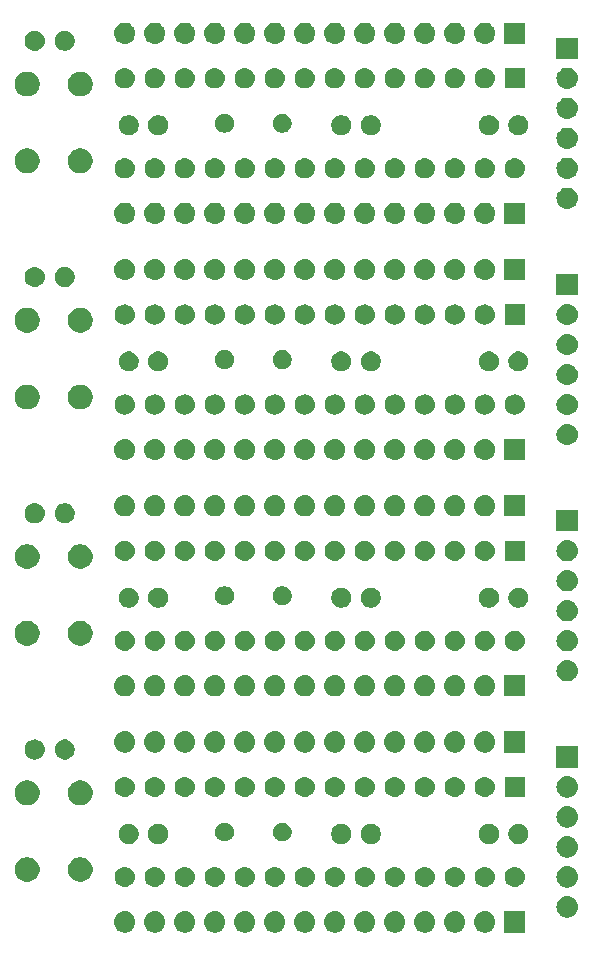
<source format=gbr>
G04 #@! TF.GenerationSoftware,KiCad,Pcbnew,(5.1.2)-1*
G04 #@! TF.CreationDate,2020-10-02T01:28:07+09:00*
G04 #@! TF.ProjectId,minimal-atmega328p,6d696e69-6d61-46c2-9d61-746d65676133,rev?*
G04 #@! TF.SameCoordinates,Original*
G04 #@! TF.FileFunction,Soldermask,Top*
G04 #@! TF.FilePolarity,Negative*
%FSLAX46Y46*%
G04 Gerber Fmt 4.6, Leading zero omitted, Abs format (unit mm)*
G04 Created by KiCad (PCBNEW (5.1.2)-1) date 2020-10-02 01:28:07*
%MOMM*%
%LPD*%
G04 APERTURE LIST*
%ADD10C,0.100000*%
G04 APERTURE END LIST*
D10*
G36*
X111984743Y-123654419D02*
G01*
X112050927Y-123660937D01*
X112220766Y-123712457D01*
X112377291Y-123796122D01*
X112413029Y-123825452D01*
X112514486Y-123908714D01*
X112597748Y-124010171D01*
X112627078Y-124045909D01*
X112710743Y-124202434D01*
X112762263Y-124372273D01*
X112779659Y-124548900D01*
X112762263Y-124725527D01*
X112710743Y-124895366D01*
X112627078Y-125051891D01*
X112597748Y-125087629D01*
X112514486Y-125189086D01*
X112413029Y-125272348D01*
X112377291Y-125301678D01*
X112220766Y-125385343D01*
X112050927Y-125436863D01*
X111984743Y-125443381D01*
X111918560Y-125449900D01*
X111830040Y-125449900D01*
X111763857Y-125443381D01*
X111697673Y-125436863D01*
X111527834Y-125385343D01*
X111371309Y-125301678D01*
X111335571Y-125272348D01*
X111234114Y-125189086D01*
X111150852Y-125087629D01*
X111121522Y-125051891D01*
X111037857Y-124895366D01*
X110986337Y-124725527D01*
X110968941Y-124548900D01*
X110986337Y-124372273D01*
X111037857Y-124202434D01*
X111121522Y-124045909D01*
X111150852Y-124010171D01*
X111234114Y-123908714D01*
X111335571Y-123825452D01*
X111371309Y-123796122D01*
X111527834Y-123712457D01*
X111697673Y-123660937D01*
X111763857Y-123654419D01*
X111830040Y-123647900D01*
X111918560Y-123647900D01*
X111984743Y-123654419D01*
X111984743Y-123654419D01*
G37*
G36*
X117064743Y-123654419D02*
G01*
X117130927Y-123660937D01*
X117300766Y-123712457D01*
X117457291Y-123796122D01*
X117493029Y-123825452D01*
X117594486Y-123908714D01*
X117677748Y-124010171D01*
X117707078Y-124045909D01*
X117790743Y-124202434D01*
X117842263Y-124372273D01*
X117859659Y-124548900D01*
X117842263Y-124725527D01*
X117790743Y-124895366D01*
X117707078Y-125051891D01*
X117677748Y-125087629D01*
X117594486Y-125189086D01*
X117493029Y-125272348D01*
X117457291Y-125301678D01*
X117300766Y-125385343D01*
X117130927Y-125436863D01*
X117064743Y-125443381D01*
X116998560Y-125449900D01*
X116910040Y-125449900D01*
X116843857Y-125443381D01*
X116777673Y-125436863D01*
X116607834Y-125385343D01*
X116451309Y-125301678D01*
X116415571Y-125272348D01*
X116314114Y-125189086D01*
X116230852Y-125087629D01*
X116201522Y-125051891D01*
X116117857Y-124895366D01*
X116066337Y-124725527D01*
X116048941Y-124548900D01*
X116066337Y-124372273D01*
X116117857Y-124202434D01*
X116201522Y-124045909D01*
X116230852Y-124010171D01*
X116314114Y-123908714D01*
X116415571Y-123825452D01*
X116451309Y-123796122D01*
X116607834Y-123712457D01*
X116777673Y-123660937D01*
X116843857Y-123654419D01*
X116910040Y-123647900D01*
X116998560Y-123647900D01*
X117064743Y-123654419D01*
X117064743Y-123654419D01*
G37*
G36*
X86584743Y-123654419D02*
G01*
X86650927Y-123660937D01*
X86820766Y-123712457D01*
X86977291Y-123796122D01*
X87013029Y-123825452D01*
X87114486Y-123908714D01*
X87197748Y-124010171D01*
X87227078Y-124045909D01*
X87310743Y-124202434D01*
X87362263Y-124372273D01*
X87379659Y-124548900D01*
X87362263Y-124725527D01*
X87310743Y-124895366D01*
X87227078Y-125051891D01*
X87197748Y-125087629D01*
X87114486Y-125189086D01*
X87013029Y-125272348D01*
X86977291Y-125301678D01*
X86820766Y-125385343D01*
X86650927Y-125436863D01*
X86584743Y-125443381D01*
X86518560Y-125449900D01*
X86430040Y-125449900D01*
X86363857Y-125443381D01*
X86297673Y-125436863D01*
X86127834Y-125385343D01*
X85971309Y-125301678D01*
X85935571Y-125272348D01*
X85834114Y-125189086D01*
X85750852Y-125087629D01*
X85721522Y-125051891D01*
X85637857Y-124895366D01*
X85586337Y-124725527D01*
X85568941Y-124548900D01*
X85586337Y-124372273D01*
X85637857Y-124202434D01*
X85721522Y-124045909D01*
X85750852Y-124010171D01*
X85834114Y-123908714D01*
X85935571Y-123825452D01*
X85971309Y-123796122D01*
X86127834Y-123712457D01*
X86297673Y-123660937D01*
X86363857Y-123654419D01*
X86430040Y-123647900D01*
X86518560Y-123647900D01*
X86584743Y-123654419D01*
X86584743Y-123654419D01*
G37*
G36*
X89124743Y-123654419D02*
G01*
X89190927Y-123660937D01*
X89360766Y-123712457D01*
X89517291Y-123796122D01*
X89553029Y-123825452D01*
X89654486Y-123908714D01*
X89737748Y-124010171D01*
X89767078Y-124045909D01*
X89850743Y-124202434D01*
X89902263Y-124372273D01*
X89919659Y-124548900D01*
X89902263Y-124725527D01*
X89850743Y-124895366D01*
X89767078Y-125051891D01*
X89737748Y-125087629D01*
X89654486Y-125189086D01*
X89553029Y-125272348D01*
X89517291Y-125301678D01*
X89360766Y-125385343D01*
X89190927Y-125436863D01*
X89124743Y-125443381D01*
X89058560Y-125449900D01*
X88970040Y-125449900D01*
X88903857Y-125443381D01*
X88837673Y-125436863D01*
X88667834Y-125385343D01*
X88511309Y-125301678D01*
X88475571Y-125272348D01*
X88374114Y-125189086D01*
X88290852Y-125087629D01*
X88261522Y-125051891D01*
X88177857Y-124895366D01*
X88126337Y-124725527D01*
X88108941Y-124548900D01*
X88126337Y-124372273D01*
X88177857Y-124202434D01*
X88261522Y-124045909D01*
X88290852Y-124010171D01*
X88374114Y-123908714D01*
X88475571Y-123825452D01*
X88511309Y-123796122D01*
X88667834Y-123712457D01*
X88837673Y-123660937D01*
X88903857Y-123654419D01*
X88970040Y-123647900D01*
X89058560Y-123647900D01*
X89124743Y-123654419D01*
X89124743Y-123654419D01*
G37*
G36*
X91664743Y-123654419D02*
G01*
X91730927Y-123660937D01*
X91900766Y-123712457D01*
X92057291Y-123796122D01*
X92093029Y-123825452D01*
X92194486Y-123908714D01*
X92277748Y-124010171D01*
X92307078Y-124045909D01*
X92390743Y-124202434D01*
X92442263Y-124372273D01*
X92459659Y-124548900D01*
X92442263Y-124725527D01*
X92390743Y-124895366D01*
X92307078Y-125051891D01*
X92277748Y-125087629D01*
X92194486Y-125189086D01*
X92093029Y-125272348D01*
X92057291Y-125301678D01*
X91900766Y-125385343D01*
X91730927Y-125436863D01*
X91664743Y-125443381D01*
X91598560Y-125449900D01*
X91510040Y-125449900D01*
X91443857Y-125443381D01*
X91377673Y-125436863D01*
X91207834Y-125385343D01*
X91051309Y-125301678D01*
X91015571Y-125272348D01*
X90914114Y-125189086D01*
X90830852Y-125087629D01*
X90801522Y-125051891D01*
X90717857Y-124895366D01*
X90666337Y-124725527D01*
X90648941Y-124548900D01*
X90666337Y-124372273D01*
X90717857Y-124202434D01*
X90801522Y-124045909D01*
X90830852Y-124010171D01*
X90914114Y-123908714D01*
X91015571Y-123825452D01*
X91051309Y-123796122D01*
X91207834Y-123712457D01*
X91377673Y-123660937D01*
X91443857Y-123654419D01*
X91510040Y-123647900D01*
X91598560Y-123647900D01*
X91664743Y-123654419D01*
X91664743Y-123654419D01*
G37*
G36*
X94204743Y-123654419D02*
G01*
X94270927Y-123660937D01*
X94440766Y-123712457D01*
X94597291Y-123796122D01*
X94633029Y-123825452D01*
X94734486Y-123908714D01*
X94817748Y-124010171D01*
X94847078Y-124045909D01*
X94930743Y-124202434D01*
X94982263Y-124372273D01*
X94999659Y-124548900D01*
X94982263Y-124725527D01*
X94930743Y-124895366D01*
X94847078Y-125051891D01*
X94817748Y-125087629D01*
X94734486Y-125189086D01*
X94633029Y-125272348D01*
X94597291Y-125301678D01*
X94440766Y-125385343D01*
X94270927Y-125436863D01*
X94204743Y-125443381D01*
X94138560Y-125449900D01*
X94050040Y-125449900D01*
X93983857Y-125443381D01*
X93917673Y-125436863D01*
X93747834Y-125385343D01*
X93591309Y-125301678D01*
X93555571Y-125272348D01*
X93454114Y-125189086D01*
X93370852Y-125087629D01*
X93341522Y-125051891D01*
X93257857Y-124895366D01*
X93206337Y-124725527D01*
X93188941Y-124548900D01*
X93206337Y-124372273D01*
X93257857Y-124202434D01*
X93341522Y-124045909D01*
X93370852Y-124010171D01*
X93454114Y-123908714D01*
X93555571Y-123825452D01*
X93591309Y-123796122D01*
X93747834Y-123712457D01*
X93917673Y-123660937D01*
X93983857Y-123654419D01*
X94050040Y-123647900D01*
X94138560Y-123647900D01*
X94204743Y-123654419D01*
X94204743Y-123654419D01*
G37*
G36*
X96744743Y-123654419D02*
G01*
X96810927Y-123660937D01*
X96980766Y-123712457D01*
X97137291Y-123796122D01*
X97173029Y-123825452D01*
X97274486Y-123908714D01*
X97357748Y-124010171D01*
X97387078Y-124045909D01*
X97470743Y-124202434D01*
X97522263Y-124372273D01*
X97539659Y-124548900D01*
X97522263Y-124725527D01*
X97470743Y-124895366D01*
X97387078Y-125051891D01*
X97357748Y-125087629D01*
X97274486Y-125189086D01*
X97173029Y-125272348D01*
X97137291Y-125301678D01*
X96980766Y-125385343D01*
X96810927Y-125436863D01*
X96744743Y-125443381D01*
X96678560Y-125449900D01*
X96590040Y-125449900D01*
X96523857Y-125443381D01*
X96457673Y-125436863D01*
X96287834Y-125385343D01*
X96131309Y-125301678D01*
X96095571Y-125272348D01*
X95994114Y-125189086D01*
X95910852Y-125087629D01*
X95881522Y-125051891D01*
X95797857Y-124895366D01*
X95746337Y-124725527D01*
X95728941Y-124548900D01*
X95746337Y-124372273D01*
X95797857Y-124202434D01*
X95881522Y-124045909D01*
X95910852Y-124010171D01*
X95994114Y-123908714D01*
X96095571Y-123825452D01*
X96131309Y-123796122D01*
X96287834Y-123712457D01*
X96457673Y-123660937D01*
X96523857Y-123654419D01*
X96590040Y-123647900D01*
X96678560Y-123647900D01*
X96744743Y-123654419D01*
X96744743Y-123654419D01*
G37*
G36*
X99284743Y-123654419D02*
G01*
X99350927Y-123660937D01*
X99520766Y-123712457D01*
X99677291Y-123796122D01*
X99713029Y-123825452D01*
X99814486Y-123908714D01*
X99897748Y-124010171D01*
X99927078Y-124045909D01*
X100010743Y-124202434D01*
X100062263Y-124372273D01*
X100079659Y-124548900D01*
X100062263Y-124725527D01*
X100010743Y-124895366D01*
X99927078Y-125051891D01*
X99897748Y-125087629D01*
X99814486Y-125189086D01*
X99713029Y-125272348D01*
X99677291Y-125301678D01*
X99520766Y-125385343D01*
X99350927Y-125436863D01*
X99284743Y-125443381D01*
X99218560Y-125449900D01*
X99130040Y-125449900D01*
X99063857Y-125443381D01*
X98997673Y-125436863D01*
X98827834Y-125385343D01*
X98671309Y-125301678D01*
X98635571Y-125272348D01*
X98534114Y-125189086D01*
X98450852Y-125087629D01*
X98421522Y-125051891D01*
X98337857Y-124895366D01*
X98286337Y-124725527D01*
X98268941Y-124548900D01*
X98286337Y-124372273D01*
X98337857Y-124202434D01*
X98421522Y-124045909D01*
X98450852Y-124010171D01*
X98534114Y-123908714D01*
X98635571Y-123825452D01*
X98671309Y-123796122D01*
X98827834Y-123712457D01*
X98997673Y-123660937D01*
X99063857Y-123654419D01*
X99130040Y-123647900D01*
X99218560Y-123647900D01*
X99284743Y-123654419D01*
X99284743Y-123654419D01*
G37*
G36*
X104364743Y-123654419D02*
G01*
X104430927Y-123660937D01*
X104600766Y-123712457D01*
X104757291Y-123796122D01*
X104793029Y-123825452D01*
X104894486Y-123908714D01*
X104977748Y-124010171D01*
X105007078Y-124045909D01*
X105090743Y-124202434D01*
X105142263Y-124372273D01*
X105159659Y-124548900D01*
X105142263Y-124725527D01*
X105090743Y-124895366D01*
X105007078Y-125051891D01*
X104977748Y-125087629D01*
X104894486Y-125189086D01*
X104793029Y-125272348D01*
X104757291Y-125301678D01*
X104600766Y-125385343D01*
X104430927Y-125436863D01*
X104364743Y-125443381D01*
X104298560Y-125449900D01*
X104210040Y-125449900D01*
X104143857Y-125443381D01*
X104077673Y-125436863D01*
X103907834Y-125385343D01*
X103751309Y-125301678D01*
X103715571Y-125272348D01*
X103614114Y-125189086D01*
X103530852Y-125087629D01*
X103501522Y-125051891D01*
X103417857Y-124895366D01*
X103366337Y-124725527D01*
X103348941Y-124548900D01*
X103366337Y-124372273D01*
X103417857Y-124202434D01*
X103501522Y-124045909D01*
X103530852Y-124010171D01*
X103614114Y-123908714D01*
X103715571Y-123825452D01*
X103751309Y-123796122D01*
X103907834Y-123712457D01*
X104077673Y-123660937D01*
X104143857Y-123654419D01*
X104210040Y-123647900D01*
X104298560Y-123647900D01*
X104364743Y-123654419D01*
X104364743Y-123654419D01*
G37*
G36*
X106904743Y-123654419D02*
G01*
X106970927Y-123660937D01*
X107140766Y-123712457D01*
X107297291Y-123796122D01*
X107333029Y-123825452D01*
X107434486Y-123908714D01*
X107517748Y-124010171D01*
X107547078Y-124045909D01*
X107630743Y-124202434D01*
X107682263Y-124372273D01*
X107699659Y-124548900D01*
X107682263Y-124725527D01*
X107630743Y-124895366D01*
X107547078Y-125051891D01*
X107517748Y-125087629D01*
X107434486Y-125189086D01*
X107333029Y-125272348D01*
X107297291Y-125301678D01*
X107140766Y-125385343D01*
X106970927Y-125436863D01*
X106904743Y-125443381D01*
X106838560Y-125449900D01*
X106750040Y-125449900D01*
X106683857Y-125443381D01*
X106617673Y-125436863D01*
X106447834Y-125385343D01*
X106291309Y-125301678D01*
X106255571Y-125272348D01*
X106154114Y-125189086D01*
X106070852Y-125087629D01*
X106041522Y-125051891D01*
X105957857Y-124895366D01*
X105906337Y-124725527D01*
X105888941Y-124548900D01*
X105906337Y-124372273D01*
X105957857Y-124202434D01*
X106041522Y-124045909D01*
X106070852Y-124010171D01*
X106154114Y-123908714D01*
X106255571Y-123825452D01*
X106291309Y-123796122D01*
X106447834Y-123712457D01*
X106617673Y-123660937D01*
X106683857Y-123654419D01*
X106750040Y-123647900D01*
X106838560Y-123647900D01*
X106904743Y-123654419D01*
X106904743Y-123654419D01*
G37*
G36*
X109444743Y-123654419D02*
G01*
X109510927Y-123660937D01*
X109680766Y-123712457D01*
X109837291Y-123796122D01*
X109873029Y-123825452D01*
X109974486Y-123908714D01*
X110057748Y-124010171D01*
X110087078Y-124045909D01*
X110170743Y-124202434D01*
X110222263Y-124372273D01*
X110239659Y-124548900D01*
X110222263Y-124725527D01*
X110170743Y-124895366D01*
X110087078Y-125051891D01*
X110057748Y-125087629D01*
X109974486Y-125189086D01*
X109873029Y-125272348D01*
X109837291Y-125301678D01*
X109680766Y-125385343D01*
X109510927Y-125436863D01*
X109444743Y-125443381D01*
X109378560Y-125449900D01*
X109290040Y-125449900D01*
X109223857Y-125443381D01*
X109157673Y-125436863D01*
X108987834Y-125385343D01*
X108831309Y-125301678D01*
X108795571Y-125272348D01*
X108694114Y-125189086D01*
X108610852Y-125087629D01*
X108581522Y-125051891D01*
X108497857Y-124895366D01*
X108446337Y-124725527D01*
X108428941Y-124548900D01*
X108446337Y-124372273D01*
X108497857Y-124202434D01*
X108581522Y-124045909D01*
X108610852Y-124010171D01*
X108694114Y-123908714D01*
X108795571Y-123825452D01*
X108831309Y-123796122D01*
X108987834Y-123712457D01*
X109157673Y-123660937D01*
X109223857Y-123654419D01*
X109290040Y-123647900D01*
X109378560Y-123647900D01*
X109444743Y-123654419D01*
X109444743Y-123654419D01*
G37*
G36*
X120395300Y-125449900D02*
G01*
X118593300Y-125449900D01*
X118593300Y-123647900D01*
X120395300Y-123647900D01*
X120395300Y-125449900D01*
X120395300Y-125449900D01*
G37*
G36*
X114524743Y-123654419D02*
G01*
X114590927Y-123660937D01*
X114760766Y-123712457D01*
X114917291Y-123796122D01*
X114953029Y-123825452D01*
X115054486Y-123908714D01*
X115137748Y-124010171D01*
X115167078Y-124045909D01*
X115250743Y-124202434D01*
X115302263Y-124372273D01*
X115319659Y-124548900D01*
X115302263Y-124725527D01*
X115250743Y-124895366D01*
X115167078Y-125051891D01*
X115137748Y-125087629D01*
X115054486Y-125189086D01*
X114953029Y-125272348D01*
X114917291Y-125301678D01*
X114760766Y-125385343D01*
X114590927Y-125436863D01*
X114524743Y-125443381D01*
X114458560Y-125449900D01*
X114370040Y-125449900D01*
X114303857Y-125443381D01*
X114237673Y-125436863D01*
X114067834Y-125385343D01*
X113911309Y-125301678D01*
X113875571Y-125272348D01*
X113774114Y-125189086D01*
X113690852Y-125087629D01*
X113661522Y-125051891D01*
X113577857Y-124895366D01*
X113526337Y-124725527D01*
X113508941Y-124548900D01*
X113526337Y-124372273D01*
X113577857Y-124202434D01*
X113661522Y-124045909D01*
X113690852Y-124010171D01*
X113774114Y-123908714D01*
X113875571Y-123825452D01*
X113911309Y-123796122D01*
X114067834Y-123712457D01*
X114237673Y-123660937D01*
X114303857Y-123654419D01*
X114370040Y-123647900D01*
X114458560Y-123647900D01*
X114524743Y-123654419D01*
X114524743Y-123654419D01*
G37*
G36*
X101824743Y-123654419D02*
G01*
X101890927Y-123660937D01*
X102060766Y-123712457D01*
X102217291Y-123796122D01*
X102253029Y-123825452D01*
X102354486Y-123908714D01*
X102437748Y-124010171D01*
X102467078Y-124045909D01*
X102550743Y-124202434D01*
X102602263Y-124372273D01*
X102619659Y-124548900D01*
X102602263Y-124725527D01*
X102550743Y-124895366D01*
X102467078Y-125051891D01*
X102437748Y-125087629D01*
X102354486Y-125189086D01*
X102253029Y-125272348D01*
X102217291Y-125301678D01*
X102060766Y-125385343D01*
X101890927Y-125436863D01*
X101824743Y-125443381D01*
X101758560Y-125449900D01*
X101670040Y-125449900D01*
X101603857Y-125443381D01*
X101537673Y-125436863D01*
X101367834Y-125385343D01*
X101211309Y-125301678D01*
X101175571Y-125272348D01*
X101074114Y-125189086D01*
X100990852Y-125087629D01*
X100961522Y-125051891D01*
X100877857Y-124895366D01*
X100826337Y-124725527D01*
X100808941Y-124548900D01*
X100826337Y-124372273D01*
X100877857Y-124202434D01*
X100961522Y-124045909D01*
X100990852Y-124010171D01*
X101074114Y-123908714D01*
X101175571Y-123825452D01*
X101211309Y-123796122D01*
X101367834Y-123712457D01*
X101537673Y-123660937D01*
X101603857Y-123654419D01*
X101670040Y-123647900D01*
X101758560Y-123647900D01*
X101824743Y-123654419D01*
X101824743Y-123654419D01*
G37*
G36*
X124049742Y-122384418D02*
G01*
X124115927Y-122390937D01*
X124285766Y-122442457D01*
X124442291Y-122526122D01*
X124478029Y-122555452D01*
X124579486Y-122638714D01*
X124662748Y-122740171D01*
X124692078Y-122775909D01*
X124775743Y-122932434D01*
X124827263Y-123102273D01*
X124844659Y-123278900D01*
X124827263Y-123455527D01*
X124775743Y-123625366D01*
X124692078Y-123781891D01*
X124662748Y-123817629D01*
X124579486Y-123919086D01*
X124478029Y-124002348D01*
X124442291Y-124031678D01*
X124285766Y-124115343D01*
X124115927Y-124166863D01*
X124049742Y-124173382D01*
X123983560Y-124179900D01*
X123895040Y-124179900D01*
X123828858Y-124173382D01*
X123762673Y-124166863D01*
X123592834Y-124115343D01*
X123436309Y-124031678D01*
X123400571Y-124002348D01*
X123299114Y-123919086D01*
X123215852Y-123817629D01*
X123186522Y-123781891D01*
X123102857Y-123625366D01*
X123051337Y-123455527D01*
X123033941Y-123278900D01*
X123051337Y-123102273D01*
X123102857Y-122932434D01*
X123186522Y-122775909D01*
X123215852Y-122740171D01*
X123299114Y-122638714D01*
X123400571Y-122555452D01*
X123436309Y-122526122D01*
X123592834Y-122442457D01*
X123762673Y-122390937D01*
X123828858Y-122384418D01*
X123895040Y-122377900D01*
X123983560Y-122377900D01*
X124049742Y-122384418D01*
X124049742Y-122384418D01*
G37*
G36*
X124049743Y-119844419D02*
G01*
X124115927Y-119850937D01*
X124285766Y-119902457D01*
X124442291Y-119986122D01*
X124478029Y-120015452D01*
X124579486Y-120098714D01*
X124662748Y-120200171D01*
X124692078Y-120235909D01*
X124775743Y-120392434D01*
X124827263Y-120562273D01*
X124844659Y-120738900D01*
X124827263Y-120915527D01*
X124775743Y-121085366D01*
X124692078Y-121241891D01*
X124662748Y-121277629D01*
X124579486Y-121379086D01*
X124478029Y-121462348D01*
X124442291Y-121491678D01*
X124285766Y-121575343D01*
X124115927Y-121626863D01*
X124049742Y-121633382D01*
X123983560Y-121639900D01*
X123895040Y-121639900D01*
X123828858Y-121633382D01*
X123762673Y-121626863D01*
X123592834Y-121575343D01*
X123436309Y-121491678D01*
X123400571Y-121462348D01*
X123299114Y-121379086D01*
X123215852Y-121277629D01*
X123186522Y-121241891D01*
X123102857Y-121085366D01*
X123051337Y-120915527D01*
X123033941Y-120738900D01*
X123051337Y-120562273D01*
X123102857Y-120392434D01*
X123186522Y-120235909D01*
X123215852Y-120200171D01*
X123299114Y-120098714D01*
X123400571Y-120015452D01*
X123436309Y-119986122D01*
X123592834Y-119902457D01*
X123762673Y-119850937D01*
X123828857Y-119844419D01*
X123895040Y-119837900D01*
X123983560Y-119837900D01*
X124049743Y-119844419D01*
X124049743Y-119844419D01*
G37*
G36*
X104421123Y-119900213D02*
G01*
X104581542Y-119948876D01*
X104677910Y-120000386D01*
X104729378Y-120027896D01*
X104858959Y-120134241D01*
X104965304Y-120263822D01*
X104965305Y-120263824D01*
X105044324Y-120411658D01*
X105092987Y-120572077D01*
X105109417Y-120738900D01*
X105092987Y-120905723D01*
X105044324Y-121066142D01*
X105018470Y-121114511D01*
X104965304Y-121213978D01*
X104858959Y-121343559D01*
X104729378Y-121449904D01*
X104729376Y-121449905D01*
X104581542Y-121528924D01*
X104421123Y-121577587D01*
X104296104Y-121589900D01*
X104212496Y-121589900D01*
X104087477Y-121577587D01*
X103927058Y-121528924D01*
X103779224Y-121449905D01*
X103779222Y-121449904D01*
X103649641Y-121343559D01*
X103543296Y-121213978D01*
X103490130Y-121114511D01*
X103464276Y-121066142D01*
X103415613Y-120905723D01*
X103399183Y-120738900D01*
X103415613Y-120572077D01*
X103464276Y-120411658D01*
X103543295Y-120263824D01*
X103543296Y-120263822D01*
X103649641Y-120134241D01*
X103779222Y-120027896D01*
X103830690Y-120000386D01*
X103927058Y-119948876D01*
X104087477Y-119900213D01*
X104212496Y-119887900D01*
X104296104Y-119887900D01*
X104421123Y-119900213D01*
X104421123Y-119900213D01*
G37*
G36*
X114581123Y-119900213D02*
G01*
X114741542Y-119948876D01*
X114837910Y-120000386D01*
X114889378Y-120027896D01*
X115018959Y-120134241D01*
X115125304Y-120263822D01*
X115125305Y-120263824D01*
X115204324Y-120411658D01*
X115252987Y-120572077D01*
X115269417Y-120738900D01*
X115252987Y-120905723D01*
X115204324Y-121066142D01*
X115178470Y-121114511D01*
X115125304Y-121213978D01*
X115018959Y-121343559D01*
X114889378Y-121449904D01*
X114889376Y-121449905D01*
X114741542Y-121528924D01*
X114581123Y-121577587D01*
X114456104Y-121589900D01*
X114372496Y-121589900D01*
X114247477Y-121577587D01*
X114087058Y-121528924D01*
X113939224Y-121449905D01*
X113939222Y-121449904D01*
X113809641Y-121343559D01*
X113703296Y-121213978D01*
X113650130Y-121114511D01*
X113624276Y-121066142D01*
X113575613Y-120905723D01*
X113559183Y-120738900D01*
X113575613Y-120572077D01*
X113624276Y-120411658D01*
X113703295Y-120263824D01*
X113703296Y-120263822D01*
X113809641Y-120134241D01*
X113939222Y-120027896D01*
X113990690Y-120000386D01*
X114087058Y-119948876D01*
X114247477Y-119900213D01*
X114372496Y-119887900D01*
X114456104Y-119887900D01*
X114581123Y-119900213D01*
X114581123Y-119900213D01*
G37*
G36*
X112041123Y-119900213D02*
G01*
X112201542Y-119948876D01*
X112297910Y-120000386D01*
X112349378Y-120027896D01*
X112478959Y-120134241D01*
X112585304Y-120263822D01*
X112585305Y-120263824D01*
X112664324Y-120411658D01*
X112712987Y-120572077D01*
X112729417Y-120738900D01*
X112712987Y-120905723D01*
X112664324Y-121066142D01*
X112638470Y-121114511D01*
X112585304Y-121213978D01*
X112478959Y-121343559D01*
X112349378Y-121449904D01*
X112349376Y-121449905D01*
X112201542Y-121528924D01*
X112041123Y-121577587D01*
X111916104Y-121589900D01*
X111832496Y-121589900D01*
X111707477Y-121577587D01*
X111547058Y-121528924D01*
X111399224Y-121449905D01*
X111399222Y-121449904D01*
X111269641Y-121343559D01*
X111163296Y-121213978D01*
X111110130Y-121114511D01*
X111084276Y-121066142D01*
X111035613Y-120905723D01*
X111019183Y-120738900D01*
X111035613Y-120572077D01*
X111084276Y-120411658D01*
X111163295Y-120263824D01*
X111163296Y-120263822D01*
X111269641Y-120134241D01*
X111399222Y-120027896D01*
X111450690Y-120000386D01*
X111547058Y-119948876D01*
X111707477Y-119900213D01*
X111832496Y-119887900D01*
X111916104Y-119887900D01*
X112041123Y-119900213D01*
X112041123Y-119900213D01*
G37*
G36*
X109501123Y-119900213D02*
G01*
X109661542Y-119948876D01*
X109757910Y-120000386D01*
X109809378Y-120027896D01*
X109938959Y-120134241D01*
X110045304Y-120263822D01*
X110045305Y-120263824D01*
X110124324Y-120411658D01*
X110172987Y-120572077D01*
X110189417Y-120738900D01*
X110172987Y-120905723D01*
X110124324Y-121066142D01*
X110098470Y-121114511D01*
X110045304Y-121213978D01*
X109938959Y-121343559D01*
X109809378Y-121449904D01*
X109809376Y-121449905D01*
X109661542Y-121528924D01*
X109501123Y-121577587D01*
X109376104Y-121589900D01*
X109292496Y-121589900D01*
X109167477Y-121577587D01*
X109007058Y-121528924D01*
X108859224Y-121449905D01*
X108859222Y-121449904D01*
X108729641Y-121343559D01*
X108623296Y-121213978D01*
X108570130Y-121114511D01*
X108544276Y-121066142D01*
X108495613Y-120905723D01*
X108479183Y-120738900D01*
X108495613Y-120572077D01*
X108544276Y-120411658D01*
X108623295Y-120263824D01*
X108623296Y-120263822D01*
X108729641Y-120134241D01*
X108859222Y-120027896D01*
X108910690Y-120000386D01*
X109007058Y-119948876D01*
X109167477Y-119900213D01*
X109292496Y-119887900D01*
X109376104Y-119887900D01*
X109501123Y-119900213D01*
X109501123Y-119900213D01*
G37*
G36*
X106961123Y-119900213D02*
G01*
X107121542Y-119948876D01*
X107217910Y-120000386D01*
X107269378Y-120027896D01*
X107398959Y-120134241D01*
X107505304Y-120263822D01*
X107505305Y-120263824D01*
X107584324Y-120411658D01*
X107632987Y-120572077D01*
X107649417Y-120738900D01*
X107632987Y-120905723D01*
X107584324Y-121066142D01*
X107558470Y-121114511D01*
X107505304Y-121213978D01*
X107398959Y-121343559D01*
X107269378Y-121449904D01*
X107269376Y-121449905D01*
X107121542Y-121528924D01*
X106961123Y-121577587D01*
X106836104Y-121589900D01*
X106752496Y-121589900D01*
X106627477Y-121577587D01*
X106467058Y-121528924D01*
X106319224Y-121449905D01*
X106319222Y-121449904D01*
X106189641Y-121343559D01*
X106083296Y-121213978D01*
X106030130Y-121114511D01*
X106004276Y-121066142D01*
X105955613Y-120905723D01*
X105939183Y-120738900D01*
X105955613Y-120572077D01*
X106004276Y-120411658D01*
X106083295Y-120263824D01*
X106083296Y-120263822D01*
X106189641Y-120134241D01*
X106319222Y-120027896D01*
X106370690Y-120000386D01*
X106467058Y-119948876D01*
X106627477Y-119900213D01*
X106752496Y-119887900D01*
X106836104Y-119887900D01*
X106961123Y-119900213D01*
X106961123Y-119900213D01*
G37*
G36*
X101881123Y-119900213D02*
G01*
X102041542Y-119948876D01*
X102137910Y-120000386D01*
X102189378Y-120027896D01*
X102318959Y-120134241D01*
X102425304Y-120263822D01*
X102425305Y-120263824D01*
X102504324Y-120411658D01*
X102552987Y-120572077D01*
X102569417Y-120738900D01*
X102552987Y-120905723D01*
X102504324Y-121066142D01*
X102478470Y-121114511D01*
X102425304Y-121213978D01*
X102318959Y-121343559D01*
X102189378Y-121449904D01*
X102189376Y-121449905D01*
X102041542Y-121528924D01*
X101881123Y-121577587D01*
X101756104Y-121589900D01*
X101672496Y-121589900D01*
X101547477Y-121577587D01*
X101387058Y-121528924D01*
X101239224Y-121449905D01*
X101239222Y-121449904D01*
X101109641Y-121343559D01*
X101003296Y-121213978D01*
X100950130Y-121114511D01*
X100924276Y-121066142D01*
X100875613Y-120905723D01*
X100859183Y-120738900D01*
X100875613Y-120572077D01*
X100924276Y-120411658D01*
X101003295Y-120263824D01*
X101003296Y-120263822D01*
X101109641Y-120134241D01*
X101239222Y-120027896D01*
X101290690Y-120000386D01*
X101387058Y-119948876D01*
X101547477Y-119900213D01*
X101672496Y-119887900D01*
X101756104Y-119887900D01*
X101881123Y-119900213D01*
X101881123Y-119900213D01*
G37*
G36*
X99341123Y-119900213D02*
G01*
X99501542Y-119948876D01*
X99597910Y-120000386D01*
X99649378Y-120027896D01*
X99778959Y-120134241D01*
X99885304Y-120263822D01*
X99885305Y-120263824D01*
X99964324Y-120411658D01*
X100012987Y-120572077D01*
X100029417Y-120738900D01*
X100012987Y-120905723D01*
X99964324Y-121066142D01*
X99938470Y-121114511D01*
X99885304Y-121213978D01*
X99778959Y-121343559D01*
X99649378Y-121449904D01*
X99649376Y-121449905D01*
X99501542Y-121528924D01*
X99341123Y-121577587D01*
X99216104Y-121589900D01*
X99132496Y-121589900D01*
X99007477Y-121577587D01*
X98847058Y-121528924D01*
X98699224Y-121449905D01*
X98699222Y-121449904D01*
X98569641Y-121343559D01*
X98463296Y-121213978D01*
X98410130Y-121114511D01*
X98384276Y-121066142D01*
X98335613Y-120905723D01*
X98319183Y-120738900D01*
X98335613Y-120572077D01*
X98384276Y-120411658D01*
X98463295Y-120263824D01*
X98463296Y-120263822D01*
X98569641Y-120134241D01*
X98699222Y-120027896D01*
X98750690Y-120000386D01*
X98847058Y-119948876D01*
X99007477Y-119900213D01*
X99132496Y-119887900D01*
X99216104Y-119887900D01*
X99341123Y-119900213D01*
X99341123Y-119900213D01*
G37*
G36*
X94261123Y-119900213D02*
G01*
X94421542Y-119948876D01*
X94517910Y-120000386D01*
X94569378Y-120027896D01*
X94698959Y-120134241D01*
X94805304Y-120263822D01*
X94805305Y-120263824D01*
X94884324Y-120411658D01*
X94932987Y-120572077D01*
X94949417Y-120738900D01*
X94932987Y-120905723D01*
X94884324Y-121066142D01*
X94858470Y-121114511D01*
X94805304Y-121213978D01*
X94698959Y-121343559D01*
X94569378Y-121449904D01*
X94569376Y-121449905D01*
X94421542Y-121528924D01*
X94261123Y-121577587D01*
X94136104Y-121589900D01*
X94052496Y-121589900D01*
X93927477Y-121577587D01*
X93767058Y-121528924D01*
X93619224Y-121449905D01*
X93619222Y-121449904D01*
X93489641Y-121343559D01*
X93383296Y-121213978D01*
X93330130Y-121114511D01*
X93304276Y-121066142D01*
X93255613Y-120905723D01*
X93239183Y-120738900D01*
X93255613Y-120572077D01*
X93304276Y-120411658D01*
X93383295Y-120263824D01*
X93383296Y-120263822D01*
X93489641Y-120134241D01*
X93619222Y-120027896D01*
X93670690Y-120000386D01*
X93767058Y-119948876D01*
X93927477Y-119900213D01*
X94052496Y-119887900D01*
X94136104Y-119887900D01*
X94261123Y-119900213D01*
X94261123Y-119900213D01*
G37*
G36*
X91721123Y-119900213D02*
G01*
X91881542Y-119948876D01*
X91977910Y-120000386D01*
X92029378Y-120027896D01*
X92158959Y-120134241D01*
X92265304Y-120263822D01*
X92265305Y-120263824D01*
X92344324Y-120411658D01*
X92392987Y-120572077D01*
X92409417Y-120738900D01*
X92392987Y-120905723D01*
X92344324Y-121066142D01*
X92318470Y-121114511D01*
X92265304Y-121213978D01*
X92158959Y-121343559D01*
X92029378Y-121449904D01*
X92029376Y-121449905D01*
X91881542Y-121528924D01*
X91721123Y-121577587D01*
X91596104Y-121589900D01*
X91512496Y-121589900D01*
X91387477Y-121577587D01*
X91227058Y-121528924D01*
X91079224Y-121449905D01*
X91079222Y-121449904D01*
X90949641Y-121343559D01*
X90843296Y-121213978D01*
X90790130Y-121114511D01*
X90764276Y-121066142D01*
X90715613Y-120905723D01*
X90699183Y-120738900D01*
X90715613Y-120572077D01*
X90764276Y-120411658D01*
X90843295Y-120263824D01*
X90843296Y-120263822D01*
X90949641Y-120134241D01*
X91079222Y-120027896D01*
X91130690Y-120000386D01*
X91227058Y-119948876D01*
X91387477Y-119900213D01*
X91512496Y-119887900D01*
X91596104Y-119887900D01*
X91721123Y-119900213D01*
X91721123Y-119900213D01*
G37*
G36*
X89181123Y-119900213D02*
G01*
X89341542Y-119948876D01*
X89437910Y-120000386D01*
X89489378Y-120027896D01*
X89618959Y-120134241D01*
X89725304Y-120263822D01*
X89725305Y-120263824D01*
X89804324Y-120411658D01*
X89852987Y-120572077D01*
X89869417Y-120738900D01*
X89852987Y-120905723D01*
X89804324Y-121066142D01*
X89778470Y-121114511D01*
X89725304Y-121213978D01*
X89618959Y-121343559D01*
X89489378Y-121449904D01*
X89489376Y-121449905D01*
X89341542Y-121528924D01*
X89181123Y-121577587D01*
X89056104Y-121589900D01*
X88972496Y-121589900D01*
X88847477Y-121577587D01*
X88687058Y-121528924D01*
X88539224Y-121449905D01*
X88539222Y-121449904D01*
X88409641Y-121343559D01*
X88303296Y-121213978D01*
X88250130Y-121114511D01*
X88224276Y-121066142D01*
X88175613Y-120905723D01*
X88159183Y-120738900D01*
X88175613Y-120572077D01*
X88224276Y-120411658D01*
X88303295Y-120263824D01*
X88303296Y-120263822D01*
X88409641Y-120134241D01*
X88539222Y-120027896D01*
X88590690Y-120000386D01*
X88687058Y-119948876D01*
X88847477Y-119900213D01*
X88972496Y-119887900D01*
X89056104Y-119887900D01*
X89181123Y-119900213D01*
X89181123Y-119900213D01*
G37*
G36*
X86641123Y-119900213D02*
G01*
X86801542Y-119948876D01*
X86897910Y-120000386D01*
X86949378Y-120027896D01*
X87078959Y-120134241D01*
X87185304Y-120263822D01*
X87185305Y-120263824D01*
X87264324Y-120411658D01*
X87312987Y-120572077D01*
X87329417Y-120738900D01*
X87312987Y-120905723D01*
X87264324Y-121066142D01*
X87238470Y-121114511D01*
X87185304Y-121213978D01*
X87078959Y-121343559D01*
X86949378Y-121449904D01*
X86949376Y-121449905D01*
X86801542Y-121528924D01*
X86641123Y-121577587D01*
X86516104Y-121589900D01*
X86432496Y-121589900D01*
X86307477Y-121577587D01*
X86147058Y-121528924D01*
X85999224Y-121449905D01*
X85999222Y-121449904D01*
X85869641Y-121343559D01*
X85763296Y-121213978D01*
X85710130Y-121114511D01*
X85684276Y-121066142D01*
X85635613Y-120905723D01*
X85619183Y-120738900D01*
X85635613Y-120572077D01*
X85684276Y-120411658D01*
X85763295Y-120263824D01*
X85763296Y-120263822D01*
X85869641Y-120134241D01*
X85999222Y-120027896D01*
X86050690Y-120000386D01*
X86147058Y-119948876D01*
X86307477Y-119900213D01*
X86432496Y-119887900D01*
X86516104Y-119887900D01*
X86641123Y-119900213D01*
X86641123Y-119900213D01*
G37*
G36*
X117121123Y-119900213D02*
G01*
X117281542Y-119948876D01*
X117377910Y-120000386D01*
X117429378Y-120027896D01*
X117558959Y-120134241D01*
X117665304Y-120263822D01*
X117665305Y-120263824D01*
X117744324Y-120411658D01*
X117792987Y-120572077D01*
X117809417Y-120738900D01*
X117792987Y-120905723D01*
X117744324Y-121066142D01*
X117718470Y-121114511D01*
X117665304Y-121213978D01*
X117558959Y-121343559D01*
X117429378Y-121449904D01*
X117429376Y-121449905D01*
X117281542Y-121528924D01*
X117121123Y-121577587D01*
X116996104Y-121589900D01*
X116912496Y-121589900D01*
X116787477Y-121577587D01*
X116627058Y-121528924D01*
X116479224Y-121449905D01*
X116479222Y-121449904D01*
X116349641Y-121343559D01*
X116243296Y-121213978D01*
X116190130Y-121114511D01*
X116164276Y-121066142D01*
X116115613Y-120905723D01*
X116099183Y-120738900D01*
X116115613Y-120572077D01*
X116164276Y-120411658D01*
X116243295Y-120263824D01*
X116243296Y-120263822D01*
X116349641Y-120134241D01*
X116479222Y-120027896D01*
X116530690Y-120000386D01*
X116627058Y-119948876D01*
X116787477Y-119900213D01*
X116912496Y-119887900D01*
X116996104Y-119887900D01*
X117121123Y-119900213D01*
X117121123Y-119900213D01*
G37*
G36*
X119661123Y-119900213D02*
G01*
X119821542Y-119948876D01*
X119917910Y-120000386D01*
X119969378Y-120027896D01*
X120098959Y-120134241D01*
X120205304Y-120263822D01*
X120205305Y-120263824D01*
X120284324Y-120411658D01*
X120332987Y-120572077D01*
X120349417Y-120738900D01*
X120332987Y-120905723D01*
X120284324Y-121066142D01*
X120258470Y-121114511D01*
X120205304Y-121213978D01*
X120098959Y-121343559D01*
X119969378Y-121449904D01*
X119969376Y-121449905D01*
X119821542Y-121528924D01*
X119661123Y-121577587D01*
X119536104Y-121589900D01*
X119452496Y-121589900D01*
X119327477Y-121577587D01*
X119167058Y-121528924D01*
X119019224Y-121449905D01*
X119019222Y-121449904D01*
X118889641Y-121343559D01*
X118783296Y-121213978D01*
X118730130Y-121114511D01*
X118704276Y-121066142D01*
X118655613Y-120905723D01*
X118639183Y-120738900D01*
X118655613Y-120572077D01*
X118704276Y-120411658D01*
X118783295Y-120263824D01*
X118783296Y-120263822D01*
X118889641Y-120134241D01*
X119019222Y-120027896D01*
X119070690Y-120000386D01*
X119167058Y-119948876D01*
X119327477Y-119900213D01*
X119452496Y-119887900D01*
X119536104Y-119887900D01*
X119661123Y-119900213D01*
X119661123Y-119900213D01*
G37*
G36*
X96801123Y-119900213D02*
G01*
X96961542Y-119948876D01*
X97057910Y-120000386D01*
X97109378Y-120027896D01*
X97238959Y-120134241D01*
X97345304Y-120263822D01*
X97345305Y-120263824D01*
X97424324Y-120411658D01*
X97472987Y-120572077D01*
X97489417Y-120738900D01*
X97472987Y-120905723D01*
X97424324Y-121066142D01*
X97398470Y-121114511D01*
X97345304Y-121213978D01*
X97238959Y-121343559D01*
X97109378Y-121449904D01*
X97109376Y-121449905D01*
X96961542Y-121528924D01*
X96801123Y-121577587D01*
X96676104Y-121589900D01*
X96592496Y-121589900D01*
X96467477Y-121577587D01*
X96307058Y-121528924D01*
X96159224Y-121449905D01*
X96159222Y-121449904D01*
X96029641Y-121343559D01*
X95923296Y-121213978D01*
X95870130Y-121114511D01*
X95844276Y-121066142D01*
X95795613Y-120905723D01*
X95779183Y-120738900D01*
X95795613Y-120572077D01*
X95844276Y-120411658D01*
X95923295Y-120263824D01*
X95923296Y-120263822D01*
X96029641Y-120134241D01*
X96159222Y-120027896D01*
X96210690Y-120000386D01*
X96307058Y-119948876D01*
X96467477Y-119900213D01*
X96592496Y-119887900D01*
X96676104Y-119887900D01*
X96801123Y-119900213D01*
X96801123Y-119900213D01*
G37*
G36*
X83025864Y-119093289D02*
G01*
X83217133Y-119172515D01*
X83217135Y-119172516D01*
X83389273Y-119287535D01*
X83535665Y-119433927D01*
X83650685Y-119606067D01*
X83729911Y-119797336D01*
X83770300Y-120000384D01*
X83770300Y-120207416D01*
X83729911Y-120410464D01*
X83662969Y-120572077D01*
X83650684Y-120601735D01*
X83535665Y-120773873D01*
X83389273Y-120920265D01*
X83217135Y-121035284D01*
X83217134Y-121035285D01*
X83217133Y-121035285D01*
X83025864Y-121114511D01*
X82822816Y-121154900D01*
X82615784Y-121154900D01*
X82412736Y-121114511D01*
X82221467Y-121035285D01*
X82221466Y-121035285D01*
X82221465Y-121035284D01*
X82049327Y-120920265D01*
X81902935Y-120773873D01*
X81787916Y-120601735D01*
X81775631Y-120572077D01*
X81708689Y-120410464D01*
X81668300Y-120207416D01*
X81668300Y-120000384D01*
X81708689Y-119797336D01*
X81787915Y-119606067D01*
X81902935Y-119433927D01*
X82049327Y-119287535D01*
X82221465Y-119172516D01*
X82221467Y-119172515D01*
X82412736Y-119093289D01*
X82615784Y-119052900D01*
X82822816Y-119052900D01*
X83025864Y-119093289D01*
X83025864Y-119093289D01*
G37*
G36*
X78525864Y-119093289D02*
G01*
X78717133Y-119172515D01*
X78717135Y-119172516D01*
X78889273Y-119287535D01*
X79035665Y-119433927D01*
X79150685Y-119606067D01*
X79229911Y-119797336D01*
X79270300Y-120000384D01*
X79270300Y-120207416D01*
X79229911Y-120410464D01*
X79162969Y-120572077D01*
X79150684Y-120601735D01*
X79035665Y-120773873D01*
X78889273Y-120920265D01*
X78717135Y-121035284D01*
X78717134Y-121035285D01*
X78717133Y-121035285D01*
X78525864Y-121114511D01*
X78322816Y-121154900D01*
X78115784Y-121154900D01*
X77912736Y-121114511D01*
X77721467Y-121035285D01*
X77721466Y-121035285D01*
X77721465Y-121035284D01*
X77549327Y-120920265D01*
X77402935Y-120773873D01*
X77287916Y-120601735D01*
X77275631Y-120572077D01*
X77208689Y-120410464D01*
X77168300Y-120207416D01*
X77168300Y-120000384D01*
X77208689Y-119797336D01*
X77287915Y-119606067D01*
X77402935Y-119433927D01*
X77549327Y-119287535D01*
X77721465Y-119172516D01*
X77721467Y-119172515D01*
X77912736Y-119093289D01*
X78115784Y-119052900D01*
X78322816Y-119052900D01*
X78525864Y-119093289D01*
X78525864Y-119093289D01*
G37*
G36*
X124049743Y-117304419D02*
G01*
X124115927Y-117310937D01*
X124285766Y-117362457D01*
X124442291Y-117446122D01*
X124478029Y-117475452D01*
X124579486Y-117558714D01*
X124639121Y-117631381D01*
X124692078Y-117695909D01*
X124775743Y-117852434D01*
X124827263Y-118022273D01*
X124844659Y-118198900D01*
X124827263Y-118375527D01*
X124775743Y-118545366D01*
X124692078Y-118701891D01*
X124662748Y-118737629D01*
X124579486Y-118839086D01*
X124478029Y-118922348D01*
X124442291Y-118951678D01*
X124285766Y-119035343D01*
X124115927Y-119086863D01*
X124050682Y-119093289D01*
X123983560Y-119099900D01*
X123895040Y-119099900D01*
X123827918Y-119093289D01*
X123762673Y-119086863D01*
X123592834Y-119035343D01*
X123436309Y-118951678D01*
X123400571Y-118922348D01*
X123299114Y-118839086D01*
X123215852Y-118737629D01*
X123186522Y-118701891D01*
X123102857Y-118545366D01*
X123051337Y-118375527D01*
X123033941Y-118198900D01*
X123051337Y-118022273D01*
X123102857Y-117852434D01*
X123186522Y-117695909D01*
X123239479Y-117631381D01*
X123299114Y-117558714D01*
X123400571Y-117475452D01*
X123436309Y-117446122D01*
X123592834Y-117362457D01*
X123762673Y-117310937D01*
X123828857Y-117304419D01*
X123895040Y-117297900D01*
X123983560Y-117297900D01*
X124049743Y-117304419D01*
X124049743Y-117304419D01*
G37*
G36*
X107562528Y-116270603D02*
G01*
X107717400Y-116334753D01*
X107856781Y-116427885D01*
X107975315Y-116546419D01*
X108068447Y-116685800D01*
X108132597Y-116840672D01*
X108165300Y-117005084D01*
X108165300Y-117172716D01*
X108132597Y-117337128D01*
X108068447Y-117492000D01*
X107975315Y-117631381D01*
X107856781Y-117749915D01*
X107717400Y-117843047D01*
X107562528Y-117907197D01*
X107398116Y-117939900D01*
X107230484Y-117939900D01*
X107066072Y-117907197D01*
X106911200Y-117843047D01*
X106771819Y-117749915D01*
X106653285Y-117631381D01*
X106560153Y-117492000D01*
X106496003Y-117337128D01*
X106463300Y-117172716D01*
X106463300Y-117005084D01*
X106496003Y-116840672D01*
X106560153Y-116685800D01*
X106653285Y-116546419D01*
X106771819Y-116427885D01*
X106911200Y-116334753D01*
X107066072Y-116270603D01*
X107230484Y-116237900D01*
X107398116Y-116237900D01*
X107562528Y-116270603D01*
X107562528Y-116270603D01*
G37*
G36*
X105062528Y-116270603D02*
G01*
X105217400Y-116334753D01*
X105356781Y-116427885D01*
X105475315Y-116546419D01*
X105568447Y-116685800D01*
X105632597Y-116840672D01*
X105665300Y-117005084D01*
X105665300Y-117172716D01*
X105632597Y-117337128D01*
X105568447Y-117492000D01*
X105475315Y-117631381D01*
X105356781Y-117749915D01*
X105217400Y-117843047D01*
X105062528Y-117907197D01*
X104898116Y-117939900D01*
X104730484Y-117939900D01*
X104566072Y-117907197D01*
X104411200Y-117843047D01*
X104271819Y-117749915D01*
X104153285Y-117631381D01*
X104060153Y-117492000D01*
X103996003Y-117337128D01*
X103963300Y-117172716D01*
X103963300Y-117005084D01*
X103996003Y-116840672D01*
X104060153Y-116685800D01*
X104153285Y-116546419D01*
X104271819Y-116427885D01*
X104411200Y-116334753D01*
X104566072Y-116270603D01*
X104730484Y-116237900D01*
X104898116Y-116237900D01*
X105062528Y-116270603D01*
X105062528Y-116270603D01*
G37*
G36*
X89562528Y-116270603D02*
G01*
X89717400Y-116334753D01*
X89856781Y-116427885D01*
X89975315Y-116546419D01*
X90068447Y-116685800D01*
X90132597Y-116840672D01*
X90165300Y-117005084D01*
X90165300Y-117172716D01*
X90132597Y-117337128D01*
X90068447Y-117492000D01*
X89975315Y-117631381D01*
X89856781Y-117749915D01*
X89717400Y-117843047D01*
X89562528Y-117907197D01*
X89398116Y-117939900D01*
X89230484Y-117939900D01*
X89066072Y-117907197D01*
X88911200Y-117843047D01*
X88771819Y-117749915D01*
X88653285Y-117631381D01*
X88560153Y-117492000D01*
X88496003Y-117337128D01*
X88463300Y-117172716D01*
X88463300Y-117005084D01*
X88496003Y-116840672D01*
X88560153Y-116685800D01*
X88653285Y-116546419D01*
X88771819Y-116427885D01*
X88911200Y-116334753D01*
X89066072Y-116270603D01*
X89230484Y-116237900D01*
X89398116Y-116237900D01*
X89562528Y-116270603D01*
X89562528Y-116270603D01*
G37*
G36*
X87062528Y-116270603D02*
G01*
X87217400Y-116334753D01*
X87356781Y-116427885D01*
X87475315Y-116546419D01*
X87568447Y-116685800D01*
X87632597Y-116840672D01*
X87665300Y-117005084D01*
X87665300Y-117172716D01*
X87632597Y-117337128D01*
X87568447Y-117492000D01*
X87475315Y-117631381D01*
X87356781Y-117749915D01*
X87217400Y-117843047D01*
X87062528Y-117907197D01*
X86898116Y-117939900D01*
X86730484Y-117939900D01*
X86566072Y-117907197D01*
X86411200Y-117843047D01*
X86271819Y-117749915D01*
X86153285Y-117631381D01*
X86060153Y-117492000D01*
X85996003Y-117337128D01*
X85963300Y-117172716D01*
X85963300Y-117005084D01*
X85996003Y-116840672D01*
X86060153Y-116685800D01*
X86153285Y-116546419D01*
X86271819Y-116427885D01*
X86411200Y-116334753D01*
X86566072Y-116270603D01*
X86730484Y-116237900D01*
X86898116Y-116237900D01*
X87062528Y-116270603D01*
X87062528Y-116270603D01*
G37*
G36*
X117562528Y-116270603D02*
G01*
X117717400Y-116334753D01*
X117856781Y-116427885D01*
X117975315Y-116546419D01*
X118068447Y-116685800D01*
X118132597Y-116840672D01*
X118165300Y-117005084D01*
X118165300Y-117172716D01*
X118132597Y-117337128D01*
X118068447Y-117492000D01*
X117975315Y-117631381D01*
X117856781Y-117749915D01*
X117717400Y-117843047D01*
X117562528Y-117907197D01*
X117398116Y-117939900D01*
X117230484Y-117939900D01*
X117066072Y-117907197D01*
X116911200Y-117843047D01*
X116771819Y-117749915D01*
X116653285Y-117631381D01*
X116560153Y-117492000D01*
X116496003Y-117337128D01*
X116463300Y-117172716D01*
X116463300Y-117005084D01*
X116496003Y-116840672D01*
X116560153Y-116685800D01*
X116653285Y-116546419D01*
X116771819Y-116427885D01*
X116911200Y-116334753D01*
X117066072Y-116270603D01*
X117230484Y-116237900D01*
X117398116Y-116237900D01*
X117562528Y-116270603D01*
X117562528Y-116270603D01*
G37*
G36*
X120062528Y-116270603D02*
G01*
X120217400Y-116334753D01*
X120356781Y-116427885D01*
X120475315Y-116546419D01*
X120568447Y-116685800D01*
X120632597Y-116840672D01*
X120665300Y-117005084D01*
X120665300Y-117172716D01*
X120632597Y-117337128D01*
X120568447Y-117492000D01*
X120475315Y-117631381D01*
X120356781Y-117749915D01*
X120217400Y-117843047D01*
X120062528Y-117907197D01*
X119898116Y-117939900D01*
X119730484Y-117939900D01*
X119566072Y-117907197D01*
X119411200Y-117843047D01*
X119271819Y-117749915D01*
X119153285Y-117631381D01*
X119060153Y-117492000D01*
X118996003Y-117337128D01*
X118963300Y-117172716D01*
X118963300Y-117005084D01*
X118996003Y-116840672D01*
X119060153Y-116685800D01*
X119153285Y-116546419D01*
X119271819Y-116427885D01*
X119411200Y-116334753D01*
X119566072Y-116270603D01*
X119730484Y-116237900D01*
X119898116Y-116237900D01*
X120062528Y-116270603D01*
X120062528Y-116270603D01*
G37*
G36*
X95162942Y-116158681D02*
G01*
X95308714Y-116219062D01*
X95308716Y-116219063D01*
X95439908Y-116306722D01*
X95551478Y-116418292D01*
X95639137Y-116549484D01*
X95639138Y-116549486D01*
X95699519Y-116695258D01*
X95730300Y-116850007D01*
X95730300Y-117007793D01*
X95699519Y-117162542D01*
X95639138Y-117308314D01*
X95639137Y-117308316D01*
X95551478Y-117439508D01*
X95439908Y-117551078D01*
X95308716Y-117638737D01*
X95308715Y-117638738D01*
X95308714Y-117638738D01*
X95162942Y-117699119D01*
X95008193Y-117729900D01*
X94850407Y-117729900D01*
X94695658Y-117699119D01*
X94549886Y-117638738D01*
X94549885Y-117638738D01*
X94549884Y-117638737D01*
X94418692Y-117551078D01*
X94307122Y-117439508D01*
X94219463Y-117308316D01*
X94219462Y-117308314D01*
X94159081Y-117162542D01*
X94128300Y-117007793D01*
X94128300Y-116850007D01*
X94159081Y-116695258D01*
X94219462Y-116549486D01*
X94219463Y-116549484D01*
X94307122Y-116418292D01*
X94418692Y-116306722D01*
X94549884Y-116219063D01*
X94549886Y-116219062D01*
X94695658Y-116158681D01*
X94850407Y-116127900D01*
X95008193Y-116127900D01*
X95162942Y-116158681D01*
X95162942Y-116158681D01*
G37*
G36*
X100042942Y-116158681D02*
G01*
X100188714Y-116219062D01*
X100188716Y-116219063D01*
X100319908Y-116306722D01*
X100431478Y-116418292D01*
X100519137Y-116549484D01*
X100519138Y-116549486D01*
X100579519Y-116695258D01*
X100610300Y-116850007D01*
X100610300Y-117007793D01*
X100579519Y-117162542D01*
X100519138Y-117308314D01*
X100519137Y-117308316D01*
X100431478Y-117439508D01*
X100319908Y-117551078D01*
X100188716Y-117638737D01*
X100188715Y-117638738D01*
X100188714Y-117638738D01*
X100042942Y-117699119D01*
X99888193Y-117729900D01*
X99730407Y-117729900D01*
X99575658Y-117699119D01*
X99429886Y-117638738D01*
X99429885Y-117638738D01*
X99429884Y-117638737D01*
X99298692Y-117551078D01*
X99187122Y-117439508D01*
X99099463Y-117308316D01*
X99099462Y-117308314D01*
X99039081Y-117162542D01*
X99008300Y-117007793D01*
X99008300Y-116850007D01*
X99039081Y-116695258D01*
X99099462Y-116549486D01*
X99099463Y-116549484D01*
X99187122Y-116418292D01*
X99298692Y-116306722D01*
X99429884Y-116219063D01*
X99429886Y-116219062D01*
X99575658Y-116158681D01*
X99730407Y-116127900D01*
X99888193Y-116127900D01*
X100042942Y-116158681D01*
X100042942Y-116158681D01*
G37*
G36*
X124049743Y-114764419D02*
G01*
X124115927Y-114770937D01*
X124285766Y-114822457D01*
X124442291Y-114906122D01*
X124478029Y-114935452D01*
X124579486Y-115018714D01*
X124662748Y-115120171D01*
X124692078Y-115155909D01*
X124775743Y-115312434D01*
X124827263Y-115482273D01*
X124844659Y-115658900D01*
X124827263Y-115835527D01*
X124775743Y-116005366D01*
X124692078Y-116161891D01*
X124662748Y-116197629D01*
X124579486Y-116299086D01*
X124478029Y-116382348D01*
X124442291Y-116411678D01*
X124285766Y-116495343D01*
X124115927Y-116546863D01*
X124049743Y-116553381D01*
X123983560Y-116559900D01*
X123895040Y-116559900D01*
X123828857Y-116553381D01*
X123762673Y-116546863D01*
X123592834Y-116495343D01*
X123436309Y-116411678D01*
X123400571Y-116382348D01*
X123299114Y-116299086D01*
X123215852Y-116197629D01*
X123186522Y-116161891D01*
X123102857Y-116005366D01*
X123051337Y-115835527D01*
X123033941Y-115658900D01*
X123051337Y-115482273D01*
X123102857Y-115312434D01*
X123186522Y-115155909D01*
X123215852Y-115120171D01*
X123299114Y-115018714D01*
X123400571Y-114935452D01*
X123436309Y-114906122D01*
X123592834Y-114822457D01*
X123762673Y-114770937D01*
X123828857Y-114764419D01*
X123895040Y-114757900D01*
X123983560Y-114757900D01*
X124049743Y-114764419D01*
X124049743Y-114764419D01*
G37*
G36*
X83025864Y-112593289D02*
G01*
X83217133Y-112672515D01*
X83217135Y-112672516D01*
X83366670Y-112772432D01*
X83389273Y-112787535D01*
X83535665Y-112933927D01*
X83650685Y-113106067D01*
X83729911Y-113297336D01*
X83770300Y-113500384D01*
X83770300Y-113707416D01*
X83729911Y-113910464D01*
X83689981Y-114006863D01*
X83650684Y-114101735D01*
X83535665Y-114273873D01*
X83389273Y-114420265D01*
X83217135Y-114535284D01*
X83217134Y-114535285D01*
X83217133Y-114535285D01*
X83025864Y-114614511D01*
X82822816Y-114654900D01*
X82615784Y-114654900D01*
X82412736Y-114614511D01*
X82221467Y-114535285D01*
X82221466Y-114535285D01*
X82221465Y-114535284D01*
X82049327Y-114420265D01*
X81902935Y-114273873D01*
X81787916Y-114101735D01*
X81748619Y-114006863D01*
X81708689Y-113910464D01*
X81668300Y-113707416D01*
X81668300Y-113500384D01*
X81708689Y-113297336D01*
X81787915Y-113106067D01*
X81902935Y-112933927D01*
X82049327Y-112787535D01*
X82071930Y-112772432D01*
X82221465Y-112672516D01*
X82221467Y-112672515D01*
X82412736Y-112593289D01*
X82615784Y-112552900D01*
X82822816Y-112552900D01*
X83025864Y-112593289D01*
X83025864Y-112593289D01*
G37*
G36*
X78525864Y-112593289D02*
G01*
X78717133Y-112672515D01*
X78717135Y-112672516D01*
X78866670Y-112772432D01*
X78889273Y-112787535D01*
X79035665Y-112933927D01*
X79150685Y-113106067D01*
X79229911Y-113297336D01*
X79270300Y-113500384D01*
X79270300Y-113707416D01*
X79229911Y-113910464D01*
X79189981Y-114006863D01*
X79150684Y-114101735D01*
X79035665Y-114273873D01*
X78889273Y-114420265D01*
X78717135Y-114535284D01*
X78717134Y-114535285D01*
X78717133Y-114535285D01*
X78525864Y-114614511D01*
X78322816Y-114654900D01*
X78115784Y-114654900D01*
X77912736Y-114614511D01*
X77721467Y-114535285D01*
X77721466Y-114535285D01*
X77721465Y-114535284D01*
X77549327Y-114420265D01*
X77402935Y-114273873D01*
X77287916Y-114101735D01*
X77248619Y-114006863D01*
X77208689Y-113910464D01*
X77168300Y-113707416D01*
X77168300Y-113500384D01*
X77208689Y-113297336D01*
X77287915Y-113106067D01*
X77402935Y-112933927D01*
X77549327Y-112787535D01*
X77571930Y-112772432D01*
X77721465Y-112672516D01*
X77721467Y-112672515D01*
X77912736Y-112593289D01*
X78115784Y-112552900D01*
X78322816Y-112552900D01*
X78525864Y-112593289D01*
X78525864Y-112593289D01*
G37*
G36*
X124049742Y-112224418D02*
G01*
X124115927Y-112230937D01*
X124285766Y-112282457D01*
X124442291Y-112366122D01*
X124478029Y-112395452D01*
X124579486Y-112478714D01*
X124662748Y-112580171D01*
X124692078Y-112615909D01*
X124775743Y-112772434D01*
X124827263Y-112942273D01*
X124844659Y-113118900D01*
X124827263Y-113295527D01*
X124775743Y-113465366D01*
X124692078Y-113621891D01*
X124662748Y-113657629D01*
X124579486Y-113759086D01*
X124478029Y-113842348D01*
X124442291Y-113871678D01*
X124285766Y-113955343D01*
X124115927Y-114006863D01*
X124049743Y-114013381D01*
X123983560Y-114019900D01*
X123895040Y-114019900D01*
X123828857Y-114013381D01*
X123762673Y-114006863D01*
X123592834Y-113955343D01*
X123436309Y-113871678D01*
X123400571Y-113842348D01*
X123299114Y-113759086D01*
X123215852Y-113657629D01*
X123186522Y-113621891D01*
X123102857Y-113465366D01*
X123051337Y-113295527D01*
X123033941Y-113118900D01*
X123051337Y-112942273D01*
X123102857Y-112772434D01*
X123186522Y-112615909D01*
X123215852Y-112580171D01*
X123299114Y-112478714D01*
X123400571Y-112395452D01*
X123436309Y-112366122D01*
X123592834Y-112282457D01*
X123762673Y-112230937D01*
X123828858Y-112224418D01*
X123895040Y-112217900D01*
X123983560Y-112217900D01*
X124049742Y-112224418D01*
X124049742Y-112224418D01*
G37*
G36*
X114581123Y-112280213D02*
G01*
X114741542Y-112328876D01*
X114811222Y-112366121D01*
X114889378Y-112407896D01*
X115018959Y-112514241D01*
X115125304Y-112643822D01*
X115125305Y-112643824D01*
X115204324Y-112791658D01*
X115252987Y-112952077D01*
X115269417Y-113118900D01*
X115252987Y-113285723D01*
X115204324Y-113446142D01*
X115194047Y-113465368D01*
X115125304Y-113593978D01*
X115018959Y-113723559D01*
X114889378Y-113829904D01*
X114889376Y-113829905D01*
X114741542Y-113908924D01*
X114741539Y-113908925D01*
X114736462Y-113910465D01*
X114581123Y-113957587D01*
X114456104Y-113969900D01*
X114372496Y-113969900D01*
X114247477Y-113957587D01*
X114092138Y-113910465D01*
X114087061Y-113908925D01*
X114087058Y-113908924D01*
X113939224Y-113829905D01*
X113939222Y-113829904D01*
X113809641Y-113723559D01*
X113703296Y-113593978D01*
X113634553Y-113465368D01*
X113624276Y-113446142D01*
X113575613Y-113285723D01*
X113559183Y-113118900D01*
X113575613Y-112952077D01*
X113624276Y-112791658D01*
X113703295Y-112643824D01*
X113703296Y-112643822D01*
X113809641Y-112514241D01*
X113939222Y-112407896D01*
X114017378Y-112366121D01*
X114087058Y-112328876D01*
X114247477Y-112280213D01*
X114372496Y-112267900D01*
X114456104Y-112267900D01*
X114581123Y-112280213D01*
X114581123Y-112280213D01*
G37*
G36*
X106961123Y-112280213D02*
G01*
X107121542Y-112328876D01*
X107191222Y-112366121D01*
X107269378Y-112407896D01*
X107398959Y-112514241D01*
X107505304Y-112643822D01*
X107505305Y-112643824D01*
X107584324Y-112791658D01*
X107632987Y-112952077D01*
X107649417Y-113118900D01*
X107632987Y-113285723D01*
X107584324Y-113446142D01*
X107574047Y-113465368D01*
X107505304Y-113593978D01*
X107398959Y-113723559D01*
X107269378Y-113829904D01*
X107269376Y-113829905D01*
X107121542Y-113908924D01*
X107121539Y-113908925D01*
X107116462Y-113910465D01*
X106961123Y-113957587D01*
X106836104Y-113969900D01*
X106752496Y-113969900D01*
X106627477Y-113957587D01*
X106472138Y-113910465D01*
X106467061Y-113908925D01*
X106467058Y-113908924D01*
X106319224Y-113829905D01*
X106319222Y-113829904D01*
X106189641Y-113723559D01*
X106083296Y-113593978D01*
X106014553Y-113465368D01*
X106004276Y-113446142D01*
X105955613Y-113285723D01*
X105939183Y-113118900D01*
X105955613Y-112952077D01*
X106004276Y-112791658D01*
X106083295Y-112643824D01*
X106083296Y-112643822D01*
X106189641Y-112514241D01*
X106319222Y-112407896D01*
X106397378Y-112366121D01*
X106467058Y-112328876D01*
X106627477Y-112280213D01*
X106752496Y-112267900D01*
X106836104Y-112267900D01*
X106961123Y-112280213D01*
X106961123Y-112280213D01*
G37*
G36*
X109501123Y-112280213D02*
G01*
X109661542Y-112328876D01*
X109731222Y-112366121D01*
X109809378Y-112407896D01*
X109938959Y-112514241D01*
X110045304Y-112643822D01*
X110045305Y-112643824D01*
X110124324Y-112791658D01*
X110172987Y-112952077D01*
X110189417Y-113118900D01*
X110172987Y-113285723D01*
X110124324Y-113446142D01*
X110114047Y-113465368D01*
X110045304Y-113593978D01*
X109938959Y-113723559D01*
X109809378Y-113829904D01*
X109809376Y-113829905D01*
X109661542Y-113908924D01*
X109661539Y-113908925D01*
X109656462Y-113910465D01*
X109501123Y-113957587D01*
X109376104Y-113969900D01*
X109292496Y-113969900D01*
X109167477Y-113957587D01*
X109012138Y-113910465D01*
X109007061Y-113908925D01*
X109007058Y-113908924D01*
X108859224Y-113829905D01*
X108859222Y-113829904D01*
X108729641Y-113723559D01*
X108623296Y-113593978D01*
X108554553Y-113465368D01*
X108544276Y-113446142D01*
X108495613Y-113285723D01*
X108479183Y-113118900D01*
X108495613Y-112952077D01*
X108544276Y-112791658D01*
X108623295Y-112643824D01*
X108623296Y-112643822D01*
X108729641Y-112514241D01*
X108859222Y-112407896D01*
X108937378Y-112366121D01*
X109007058Y-112328876D01*
X109167477Y-112280213D01*
X109292496Y-112267900D01*
X109376104Y-112267900D01*
X109501123Y-112280213D01*
X109501123Y-112280213D01*
G37*
G36*
X112041123Y-112280213D02*
G01*
X112201542Y-112328876D01*
X112271222Y-112366121D01*
X112349378Y-112407896D01*
X112478959Y-112514241D01*
X112585304Y-112643822D01*
X112585305Y-112643824D01*
X112664324Y-112791658D01*
X112712987Y-112952077D01*
X112729417Y-113118900D01*
X112712987Y-113285723D01*
X112664324Y-113446142D01*
X112654047Y-113465368D01*
X112585304Y-113593978D01*
X112478959Y-113723559D01*
X112349378Y-113829904D01*
X112349376Y-113829905D01*
X112201542Y-113908924D01*
X112201539Y-113908925D01*
X112196462Y-113910465D01*
X112041123Y-113957587D01*
X111916104Y-113969900D01*
X111832496Y-113969900D01*
X111707477Y-113957587D01*
X111552138Y-113910465D01*
X111547061Y-113908925D01*
X111547058Y-113908924D01*
X111399224Y-113829905D01*
X111399222Y-113829904D01*
X111269641Y-113723559D01*
X111163296Y-113593978D01*
X111094553Y-113465368D01*
X111084276Y-113446142D01*
X111035613Y-113285723D01*
X111019183Y-113118900D01*
X111035613Y-112952077D01*
X111084276Y-112791658D01*
X111163295Y-112643824D01*
X111163296Y-112643822D01*
X111269641Y-112514241D01*
X111399222Y-112407896D01*
X111477378Y-112366121D01*
X111547058Y-112328876D01*
X111707477Y-112280213D01*
X111832496Y-112267900D01*
X111916104Y-112267900D01*
X112041123Y-112280213D01*
X112041123Y-112280213D01*
G37*
G36*
X117121123Y-112280213D02*
G01*
X117281542Y-112328876D01*
X117351222Y-112366121D01*
X117429378Y-112407896D01*
X117558959Y-112514241D01*
X117665304Y-112643822D01*
X117665305Y-112643824D01*
X117744324Y-112791658D01*
X117792987Y-112952077D01*
X117809417Y-113118900D01*
X117792987Y-113285723D01*
X117744324Y-113446142D01*
X117734047Y-113465368D01*
X117665304Y-113593978D01*
X117558959Y-113723559D01*
X117429378Y-113829904D01*
X117429376Y-113829905D01*
X117281542Y-113908924D01*
X117281539Y-113908925D01*
X117276462Y-113910465D01*
X117121123Y-113957587D01*
X116996104Y-113969900D01*
X116912496Y-113969900D01*
X116787477Y-113957587D01*
X116632138Y-113910465D01*
X116627061Y-113908925D01*
X116627058Y-113908924D01*
X116479224Y-113829905D01*
X116479222Y-113829904D01*
X116349641Y-113723559D01*
X116243296Y-113593978D01*
X116174553Y-113465368D01*
X116164276Y-113446142D01*
X116115613Y-113285723D01*
X116099183Y-113118900D01*
X116115613Y-112952077D01*
X116164276Y-112791658D01*
X116243295Y-112643824D01*
X116243296Y-112643822D01*
X116349641Y-112514241D01*
X116479222Y-112407896D01*
X116557378Y-112366121D01*
X116627058Y-112328876D01*
X116787477Y-112280213D01*
X116912496Y-112267900D01*
X116996104Y-112267900D01*
X117121123Y-112280213D01*
X117121123Y-112280213D01*
G37*
G36*
X86641123Y-112280213D02*
G01*
X86801542Y-112328876D01*
X86871222Y-112366121D01*
X86949378Y-112407896D01*
X87078959Y-112514241D01*
X87185304Y-112643822D01*
X87185305Y-112643824D01*
X87264324Y-112791658D01*
X87312987Y-112952077D01*
X87329417Y-113118900D01*
X87312987Y-113285723D01*
X87264324Y-113446142D01*
X87254047Y-113465368D01*
X87185304Y-113593978D01*
X87078959Y-113723559D01*
X86949378Y-113829904D01*
X86949376Y-113829905D01*
X86801542Y-113908924D01*
X86801539Y-113908925D01*
X86796462Y-113910465D01*
X86641123Y-113957587D01*
X86516104Y-113969900D01*
X86432496Y-113969900D01*
X86307477Y-113957587D01*
X86152138Y-113910465D01*
X86147061Y-113908925D01*
X86147058Y-113908924D01*
X85999224Y-113829905D01*
X85999222Y-113829904D01*
X85869641Y-113723559D01*
X85763296Y-113593978D01*
X85694553Y-113465368D01*
X85684276Y-113446142D01*
X85635613Y-113285723D01*
X85619183Y-113118900D01*
X85635613Y-112952077D01*
X85684276Y-112791658D01*
X85763295Y-112643824D01*
X85763296Y-112643822D01*
X85869641Y-112514241D01*
X85999222Y-112407896D01*
X86077378Y-112366121D01*
X86147058Y-112328876D01*
X86307477Y-112280213D01*
X86432496Y-112267900D01*
X86516104Y-112267900D01*
X86641123Y-112280213D01*
X86641123Y-112280213D01*
G37*
G36*
X120345300Y-113969900D02*
G01*
X118643300Y-113969900D01*
X118643300Y-112267900D01*
X120345300Y-112267900D01*
X120345300Y-113969900D01*
X120345300Y-113969900D01*
G37*
G36*
X91721123Y-112280213D02*
G01*
X91881542Y-112328876D01*
X91951222Y-112366121D01*
X92029378Y-112407896D01*
X92158959Y-112514241D01*
X92265304Y-112643822D01*
X92265305Y-112643824D01*
X92344324Y-112791658D01*
X92392987Y-112952077D01*
X92409417Y-113118900D01*
X92392987Y-113285723D01*
X92344324Y-113446142D01*
X92334047Y-113465368D01*
X92265304Y-113593978D01*
X92158959Y-113723559D01*
X92029378Y-113829904D01*
X92029376Y-113829905D01*
X91881542Y-113908924D01*
X91881539Y-113908925D01*
X91876462Y-113910465D01*
X91721123Y-113957587D01*
X91596104Y-113969900D01*
X91512496Y-113969900D01*
X91387477Y-113957587D01*
X91232138Y-113910465D01*
X91227061Y-113908925D01*
X91227058Y-113908924D01*
X91079224Y-113829905D01*
X91079222Y-113829904D01*
X90949641Y-113723559D01*
X90843296Y-113593978D01*
X90774553Y-113465368D01*
X90764276Y-113446142D01*
X90715613Y-113285723D01*
X90699183Y-113118900D01*
X90715613Y-112952077D01*
X90764276Y-112791658D01*
X90843295Y-112643824D01*
X90843296Y-112643822D01*
X90949641Y-112514241D01*
X91079222Y-112407896D01*
X91157378Y-112366121D01*
X91227058Y-112328876D01*
X91387477Y-112280213D01*
X91512496Y-112267900D01*
X91596104Y-112267900D01*
X91721123Y-112280213D01*
X91721123Y-112280213D01*
G37*
G36*
X94261123Y-112280213D02*
G01*
X94421542Y-112328876D01*
X94491222Y-112366121D01*
X94569378Y-112407896D01*
X94698959Y-112514241D01*
X94805304Y-112643822D01*
X94805305Y-112643824D01*
X94884324Y-112791658D01*
X94932987Y-112952077D01*
X94949417Y-113118900D01*
X94932987Y-113285723D01*
X94884324Y-113446142D01*
X94874047Y-113465368D01*
X94805304Y-113593978D01*
X94698959Y-113723559D01*
X94569378Y-113829904D01*
X94569376Y-113829905D01*
X94421542Y-113908924D01*
X94421539Y-113908925D01*
X94416462Y-113910465D01*
X94261123Y-113957587D01*
X94136104Y-113969900D01*
X94052496Y-113969900D01*
X93927477Y-113957587D01*
X93772138Y-113910465D01*
X93767061Y-113908925D01*
X93767058Y-113908924D01*
X93619224Y-113829905D01*
X93619222Y-113829904D01*
X93489641Y-113723559D01*
X93383296Y-113593978D01*
X93314553Y-113465368D01*
X93304276Y-113446142D01*
X93255613Y-113285723D01*
X93239183Y-113118900D01*
X93255613Y-112952077D01*
X93304276Y-112791658D01*
X93383295Y-112643824D01*
X93383296Y-112643822D01*
X93489641Y-112514241D01*
X93619222Y-112407896D01*
X93697378Y-112366121D01*
X93767058Y-112328876D01*
X93927477Y-112280213D01*
X94052496Y-112267900D01*
X94136104Y-112267900D01*
X94261123Y-112280213D01*
X94261123Y-112280213D01*
G37*
G36*
X101881123Y-112280213D02*
G01*
X102041542Y-112328876D01*
X102111222Y-112366121D01*
X102189378Y-112407896D01*
X102318959Y-112514241D01*
X102425304Y-112643822D01*
X102425305Y-112643824D01*
X102504324Y-112791658D01*
X102552987Y-112952077D01*
X102569417Y-113118900D01*
X102552987Y-113285723D01*
X102504324Y-113446142D01*
X102494047Y-113465368D01*
X102425304Y-113593978D01*
X102318959Y-113723559D01*
X102189378Y-113829904D01*
X102189376Y-113829905D01*
X102041542Y-113908924D01*
X102041539Y-113908925D01*
X102036462Y-113910465D01*
X101881123Y-113957587D01*
X101756104Y-113969900D01*
X101672496Y-113969900D01*
X101547477Y-113957587D01*
X101392138Y-113910465D01*
X101387061Y-113908925D01*
X101387058Y-113908924D01*
X101239224Y-113829905D01*
X101239222Y-113829904D01*
X101109641Y-113723559D01*
X101003296Y-113593978D01*
X100934553Y-113465368D01*
X100924276Y-113446142D01*
X100875613Y-113285723D01*
X100859183Y-113118900D01*
X100875613Y-112952077D01*
X100924276Y-112791658D01*
X101003295Y-112643824D01*
X101003296Y-112643822D01*
X101109641Y-112514241D01*
X101239222Y-112407896D01*
X101317378Y-112366121D01*
X101387058Y-112328876D01*
X101547477Y-112280213D01*
X101672496Y-112267900D01*
X101756104Y-112267900D01*
X101881123Y-112280213D01*
X101881123Y-112280213D01*
G37*
G36*
X96801123Y-112280213D02*
G01*
X96961542Y-112328876D01*
X97031222Y-112366121D01*
X97109378Y-112407896D01*
X97238959Y-112514241D01*
X97345304Y-112643822D01*
X97345305Y-112643824D01*
X97424324Y-112791658D01*
X97472987Y-112952077D01*
X97489417Y-113118900D01*
X97472987Y-113285723D01*
X97424324Y-113446142D01*
X97414047Y-113465368D01*
X97345304Y-113593978D01*
X97238959Y-113723559D01*
X97109378Y-113829904D01*
X97109376Y-113829905D01*
X96961542Y-113908924D01*
X96961539Y-113908925D01*
X96956462Y-113910465D01*
X96801123Y-113957587D01*
X96676104Y-113969900D01*
X96592496Y-113969900D01*
X96467477Y-113957587D01*
X96312138Y-113910465D01*
X96307061Y-113908925D01*
X96307058Y-113908924D01*
X96159224Y-113829905D01*
X96159222Y-113829904D01*
X96029641Y-113723559D01*
X95923296Y-113593978D01*
X95854553Y-113465368D01*
X95844276Y-113446142D01*
X95795613Y-113285723D01*
X95779183Y-113118900D01*
X95795613Y-112952077D01*
X95844276Y-112791658D01*
X95923295Y-112643824D01*
X95923296Y-112643822D01*
X96029641Y-112514241D01*
X96159222Y-112407896D01*
X96237378Y-112366121D01*
X96307058Y-112328876D01*
X96467477Y-112280213D01*
X96592496Y-112267900D01*
X96676104Y-112267900D01*
X96801123Y-112280213D01*
X96801123Y-112280213D01*
G37*
G36*
X99341123Y-112280213D02*
G01*
X99501542Y-112328876D01*
X99571222Y-112366121D01*
X99649378Y-112407896D01*
X99778959Y-112514241D01*
X99885304Y-112643822D01*
X99885305Y-112643824D01*
X99964324Y-112791658D01*
X100012987Y-112952077D01*
X100029417Y-113118900D01*
X100012987Y-113285723D01*
X99964324Y-113446142D01*
X99954047Y-113465368D01*
X99885304Y-113593978D01*
X99778959Y-113723559D01*
X99649378Y-113829904D01*
X99649376Y-113829905D01*
X99501542Y-113908924D01*
X99501539Y-113908925D01*
X99496462Y-113910465D01*
X99341123Y-113957587D01*
X99216104Y-113969900D01*
X99132496Y-113969900D01*
X99007477Y-113957587D01*
X98852138Y-113910465D01*
X98847061Y-113908925D01*
X98847058Y-113908924D01*
X98699224Y-113829905D01*
X98699222Y-113829904D01*
X98569641Y-113723559D01*
X98463296Y-113593978D01*
X98394553Y-113465368D01*
X98384276Y-113446142D01*
X98335613Y-113285723D01*
X98319183Y-113118900D01*
X98335613Y-112952077D01*
X98384276Y-112791658D01*
X98463295Y-112643824D01*
X98463296Y-112643822D01*
X98569641Y-112514241D01*
X98699222Y-112407896D01*
X98777378Y-112366121D01*
X98847058Y-112328876D01*
X99007477Y-112280213D01*
X99132496Y-112267900D01*
X99216104Y-112267900D01*
X99341123Y-112280213D01*
X99341123Y-112280213D01*
G37*
G36*
X104421123Y-112280213D02*
G01*
X104581542Y-112328876D01*
X104651222Y-112366121D01*
X104729378Y-112407896D01*
X104858959Y-112514241D01*
X104965304Y-112643822D01*
X104965305Y-112643824D01*
X105044324Y-112791658D01*
X105092987Y-112952077D01*
X105109417Y-113118900D01*
X105092987Y-113285723D01*
X105044324Y-113446142D01*
X105034047Y-113465368D01*
X104965304Y-113593978D01*
X104858959Y-113723559D01*
X104729378Y-113829904D01*
X104729376Y-113829905D01*
X104581542Y-113908924D01*
X104581539Y-113908925D01*
X104576462Y-113910465D01*
X104421123Y-113957587D01*
X104296104Y-113969900D01*
X104212496Y-113969900D01*
X104087477Y-113957587D01*
X103932138Y-113910465D01*
X103927061Y-113908925D01*
X103927058Y-113908924D01*
X103779224Y-113829905D01*
X103779222Y-113829904D01*
X103649641Y-113723559D01*
X103543296Y-113593978D01*
X103474553Y-113465368D01*
X103464276Y-113446142D01*
X103415613Y-113285723D01*
X103399183Y-113118900D01*
X103415613Y-112952077D01*
X103464276Y-112791658D01*
X103543295Y-112643824D01*
X103543296Y-112643822D01*
X103649641Y-112514241D01*
X103779222Y-112407896D01*
X103857378Y-112366121D01*
X103927058Y-112328876D01*
X104087477Y-112280213D01*
X104212496Y-112267900D01*
X104296104Y-112267900D01*
X104421123Y-112280213D01*
X104421123Y-112280213D01*
G37*
G36*
X89181123Y-112280213D02*
G01*
X89341542Y-112328876D01*
X89411222Y-112366121D01*
X89489378Y-112407896D01*
X89618959Y-112514241D01*
X89725304Y-112643822D01*
X89725305Y-112643824D01*
X89804324Y-112791658D01*
X89852987Y-112952077D01*
X89869417Y-113118900D01*
X89852987Y-113285723D01*
X89804324Y-113446142D01*
X89794047Y-113465368D01*
X89725304Y-113593978D01*
X89618959Y-113723559D01*
X89489378Y-113829904D01*
X89489376Y-113829905D01*
X89341542Y-113908924D01*
X89341539Y-113908925D01*
X89336462Y-113910465D01*
X89181123Y-113957587D01*
X89056104Y-113969900D01*
X88972496Y-113969900D01*
X88847477Y-113957587D01*
X88692138Y-113910465D01*
X88687061Y-113908925D01*
X88687058Y-113908924D01*
X88539224Y-113829905D01*
X88539222Y-113829904D01*
X88409641Y-113723559D01*
X88303296Y-113593978D01*
X88234553Y-113465368D01*
X88224276Y-113446142D01*
X88175613Y-113285723D01*
X88159183Y-113118900D01*
X88175613Y-112952077D01*
X88224276Y-112791658D01*
X88303295Y-112643824D01*
X88303296Y-112643822D01*
X88409641Y-112514241D01*
X88539222Y-112407896D01*
X88617378Y-112366121D01*
X88687058Y-112328876D01*
X88847477Y-112280213D01*
X88972496Y-112267900D01*
X89056104Y-112267900D01*
X89181123Y-112280213D01*
X89181123Y-112280213D01*
G37*
G36*
X124840300Y-111479900D02*
G01*
X123038300Y-111479900D01*
X123038300Y-109677900D01*
X124840300Y-109677900D01*
X124840300Y-111479900D01*
X124840300Y-111479900D01*
G37*
G36*
X79021123Y-109105213D02*
G01*
X79181542Y-109153876D01*
X79248661Y-109189752D01*
X79329378Y-109232896D01*
X79458959Y-109339241D01*
X79565304Y-109468822D01*
X79565305Y-109468824D01*
X79644324Y-109616658D01*
X79692987Y-109777077D01*
X79709417Y-109943900D01*
X79692987Y-110110723D01*
X79644324Y-110271142D01*
X79603777Y-110347000D01*
X79565304Y-110418978D01*
X79458959Y-110548559D01*
X79329378Y-110654904D01*
X79329376Y-110654905D01*
X79181542Y-110733924D01*
X79021123Y-110782587D01*
X78896104Y-110794900D01*
X78812496Y-110794900D01*
X78687477Y-110782587D01*
X78527058Y-110733924D01*
X78379224Y-110654905D01*
X78379222Y-110654904D01*
X78249641Y-110548559D01*
X78143296Y-110418978D01*
X78104823Y-110347000D01*
X78064276Y-110271142D01*
X78015613Y-110110723D01*
X77999183Y-109943900D01*
X78015613Y-109777077D01*
X78064276Y-109616658D01*
X78143295Y-109468824D01*
X78143296Y-109468822D01*
X78249641Y-109339241D01*
X78379222Y-109232896D01*
X78459939Y-109189752D01*
X78527058Y-109153876D01*
X78687477Y-109105213D01*
X78812496Y-109092900D01*
X78896104Y-109092900D01*
X79021123Y-109105213D01*
X79021123Y-109105213D01*
G37*
G36*
X81642528Y-109125603D02*
G01*
X81797400Y-109189753D01*
X81936781Y-109282885D01*
X82055315Y-109401419D01*
X82148447Y-109540800D01*
X82212597Y-109695672D01*
X82245300Y-109860084D01*
X82245300Y-110027716D01*
X82212597Y-110192128D01*
X82148447Y-110347000D01*
X82055315Y-110486381D01*
X81936781Y-110604915D01*
X81797400Y-110698047D01*
X81642528Y-110762197D01*
X81478116Y-110794900D01*
X81310484Y-110794900D01*
X81146072Y-110762197D01*
X80991200Y-110698047D01*
X80851819Y-110604915D01*
X80733285Y-110486381D01*
X80640153Y-110347000D01*
X80576003Y-110192128D01*
X80543300Y-110027716D01*
X80543300Y-109860084D01*
X80576003Y-109695672D01*
X80640153Y-109540800D01*
X80733285Y-109401419D01*
X80851819Y-109282885D01*
X80991200Y-109189753D01*
X81146072Y-109125603D01*
X81310484Y-109092900D01*
X81478116Y-109092900D01*
X81642528Y-109125603D01*
X81642528Y-109125603D01*
G37*
G36*
X104364743Y-108414419D02*
G01*
X104430927Y-108420937D01*
X104600766Y-108472457D01*
X104757291Y-108556122D01*
X104793029Y-108585452D01*
X104894486Y-108668714D01*
X104977748Y-108770171D01*
X105007078Y-108805909D01*
X105090743Y-108962434D01*
X105142263Y-109132273D01*
X105159659Y-109308900D01*
X105142263Y-109485527D01*
X105090743Y-109655366D01*
X105007078Y-109811891D01*
X104977748Y-109847629D01*
X104894486Y-109949086D01*
X104798675Y-110027715D01*
X104757291Y-110061678D01*
X104600766Y-110145343D01*
X104430927Y-110196863D01*
X104364743Y-110203381D01*
X104298560Y-110209900D01*
X104210040Y-110209900D01*
X104143857Y-110203381D01*
X104077673Y-110196863D01*
X103907834Y-110145343D01*
X103751309Y-110061678D01*
X103709925Y-110027715D01*
X103614114Y-109949086D01*
X103530852Y-109847629D01*
X103501522Y-109811891D01*
X103417857Y-109655366D01*
X103366337Y-109485527D01*
X103348941Y-109308900D01*
X103366337Y-109132273D01*
X103417857Y-108962434D01*
X103501522Y-108805909D01*
X103530852Y-108770171D01*
X103614114Y-108668714D01*
X103715571Y-108585452D01*
X103751309Y-108556122D01*
X103907834Y-108472457D01*
X104077673Y-108420937D01*
X104143857Y-108414419D01*
X104210040Y-108407900D01*
X104298560Y-108407900D01*
X104364743Y-108414419D01*
X104364743Y-108414419D01*
G37*
G36*
X94204743Y-108414419D02*
G01*
X94270927Y-108420937D01*
X94440766Y-108472457D01*
X94597291Y-108556122D01*
X94633029Y-108585452D01*
X94734486Y-108668714D01*
X94817748Y-108770171D01*
X94847078Y-108805909D01*
X94930743Y-108962434D01*
X94982263Y-109132273D01*
X94999659Y-109308900D01*
X94982263Y-109485527D01*
X94930743Y-109655366D01*
X94847078Y-109811891D01*
X94817748Y-109847629D01*
X94734486Y-109949086D01*
X94638675Y-110027715D01*
X94597291Y-110061678D01*
X94440766Y-110145343D01*
X94270927Y-110196863D01*
X94204743Y-110203381D01*
X94138560Y-110209900D01*
X94050040Y-110209900D01*
X93983857Y-110203381D01*
X93917673Y-110196863D01*
X93747834Y-110145343D01*
X93591309Y-110061678D01*
X93549925Y-110027715D01*
X93454114Y-109949086D01*
X93370852Y-109847629D01*
X93341522Y-109811891D01*
X93257857Y-109655366D01*
X93206337Y-109485527D01*
X93188941Y-109308900D01*
X93206337Y-109132273D01*
X93257857Y-108962434D01*
X93341522Y-108805909D01*
X93370852Y-108770171D01*
X93454114Y-108668714D01*
X93555571Y-108585452D01*
X93591309Y-108556122D01*
X93747834Y-108472457D01*
X93917673Y-108420937D01*
X93983857Y-108414419D01*
X94050040Y-108407900D01*
X94138560Y-108407900D01*
X94204743Y-108414419D01*
X94204743Y-108414419D01*
G37*
G36*
X89124743Y-108414419D02*
G01*
X89190927Y-108420937D01*
X89360766Y-108472457D01*
X89517291Y-108556122D01*
X89553029Y-108585452D01*
X89654486Y-108668714D01*
X89737748Y-108770171D01*
X89767078Y-108805909D01*
X89850743Y-108962434D01*
X89902263Y-109132273D01*
X89919659Y-109308900D01*
X89902263Y-109485527D01*
X89850743Y-109655366D01*
X89767078Y-109811891D01*
X89737748Y-109847629D01*
X89654486Y-109949086D01*
X89558675Y-110027715D01*
X89517291Y-110061678D01*
X89360766Y-110145343D01*
X89190927Y-110196863D01*
X89124743Y-110203381D01*
X89058560Y-110209900D01*
X88970040Y-110209900D01*
X88903857Y-110203381D01*
X88837673Y-110196863D01*
X88667834Y-110145343D01*
X88511309Y-110061678D01*
X88469925Y-110027715D01*
X88374114Y-109949086D01*
X88290852Y-109847629D01*
X88261522Y-109811891D01*
X88177857Y-109655366D01*
X88126337Y-109485527D01*
X88108941Y-109308900D01*
X88126337Y-109132273D01*
X88177857Y-108962434D01*
X88261522Y-108805909D01*
X88290852Y-108770171D01*
X88374114Y-108668714D01*
X88475571Y-108585452D01*
X88511309Y-108556122D01*
X88667834Y-108472457D01*
X88837673Y-108420937D01*
X88903857Y-108414419D01*
X88970040Y-108407900D01*
X89058560Y-108407900D01*
X89124743Y-108414419D01*
X89124743Y-108414419D01*
G37*
G36*
X86584743Y-108414419D02*
G01*
X86650927Y-108420937D01*
X86820766Y-108472457D01*
X86977291Y-108556122D01*
X87013029Y-108585452D01*
X87114486Y-108668714D01*
X87197748Y-108770171D01*
X87227078Y-108805909D01*
X87310743Y-108962434D01*
X87362263Y-109132273D01*
X87379659Y-109308900D01*
X87362263Y-109485527D01*
X87310743Y-109655366D01*
X87227078Y-109811891D01*
X87197748Y-109847629D01*
X87114486Y-109949086D01*
X87018675Y-110027715D01*
X86977291Y-110061678D01*
X86820766Y-110145343D01*
X86650927Y-110196863D01*
X86584743Y-110203381D01*
X86518560Y-110209900D01*
X86430040Y-110209900D01*
X86363857Y-110203381D01*
X86297673Y-110196863D01*
X86127834Y-110145343D01*
X85971309Y-110061678D01*
X85929925Y-110027715D01*
X85834114Y-109949086D01*
X85750852Y-109847629D01*
X85721522Y-109811891D01*
X85637857Y-109655366D01*
X85586337Y-109485527D01*
X85568941Y-109308900D01*
X85586337Y-109132273D01*
X85637857Y-108962434D01*
X85721522Y-108805909D01*
X85750852Y-108770171D01*
X85834114Y-108668714D01*
X85935571Y-108585452D01*
X85971309Y-108556122D01*
X86127834Y-108472457D01*
X86297673Y-108420937D01*
X86363857Y-108414419D01*
X86430040Y-108407900D01*
X86518560Y-108407900D01*
X86584743Y-108414419D01*
X86584743Y-108414419D01*
G37*
G36*
X117064743Y-108414419D02*
G01*
X117130927Y-108420937D01*
X117300766Y-108472457D01*
X117457291Y-108556122D01*
X117493029Y-108585452D01*
X117594486Y-108668714D01*
X117677748Y-108770171D01*
X117707078Y-108805909D01*
X117790743Y-108962434D01*
X117842263Y-109132273D01*
X117859659Y-109308900D01*
X117842263Y-109485527D01*
X117790743Y-109655366D01*
X117707078Y-109811891D01*
X117677748Y-109847629D01*
X117594486Y-109949086D01*
X117498675Y-110027715D01*
X117457291Y-110061678D01*
X117300766Y-110145343D01*
X117130927Y-110196863D01*
X117064743Y-110203381D01*
X116998560Y-110209900D01*
X116910040Y-110209900D01*
X116843857Y-110203381D01*
X116777673Y-110196863D01*
X116607834Y-110145343D01*
X116451309Y-110061678D01*
X116409925Y-110027715D01*
X116314114Y-109949086D01*
X116230852Y-109847629D01*
X116201522Y-109811891D01*
X116117857Y-109655366D01*
X116066337Y-109485527D01*
X116048941Y-109308900D01*
X116066337Y-109132273D01*
X116117857Y-108962434D01*
X116201522Y-108805909D01*
X116230852Y-108770171D01*
X116314114Y-108668714D01*
X116415571Y-108585452D01*
X116451309Y-108556122D01*
X116607834Y-108472457D01*
X116777673Y-108420937D01*
X116843857Y-108414419D01*
X116910040Y-108407900D01*
X116998560Y-108407900D01*
X117064743Y-108414419D01*
X117064743Y-108414419D01*
G37*
G36*
X114524743Y-108414419D02*
G01*
X114590927Y-108420937D01*
X114760766Y-108472457D01*
X114917291Y-108556122D01*
X114953029Y-108585452D01*
X115054486Y-108668714D01*
X115137748Y-108770171D01*
X115167078Y-108805909D01*
X115250743Y-108962434D01*
X115302263Y-109132273D01*
X115319659Y-109308900D01*
X115302263Y-109485527D01*
X115250743Y-109655366D01*
X115167078Y-109811891D01*
X115137748Y-109847629D01*
X115054486Y-109949086D01*
X114958675Y-110027715D01*
X114917291Y-110061678D01*
X114760766Y-110145343D01*
X114590927Y-110196863D01*
X114524743Y-110203381D01*
X114458560Y-110209900D01*
X114370040Y-110209900D01*
X114303857Y-110203381D01*
X114237673Y-110196863D01*
X114067834Y-110145343D01*
X113911309Y-110061678D01*
X113869925Y-110027715D01*
X113774114Y-109949086D01*
X113690852Y-109847629D01*
X113661522Y-109811891D01*
X113577857Y-109655366D01*
X113526337Y-109485527D01*
X113508941Y-109308900D01*
X113526337Y-109132273D01*
X113577857Y-108962434D01*
X113661522Y-108805909D01*
X113690852Y-108770171D01*
X113774114Y-108668714D01*
X113875571Y-108585452D01*
X113911309Y-108556122D01*
X114067834Y-108472457D01*
X114237673Y-108420937D01*
X114303857Y-108414419D01*
X114370040Y-108407900D01*
X114458560Y-108407900D01*
X114524743Y-108414419D01*
X114524743Y-108414419D01*
G37*
G36*
X91664743Y-108414419D02*
G01*
X91730927Y-108420937D01*
X91900766Y-108472457D01*
X92057291Y-108556122D01*
X92093029Y-108585452D01*
X92194486Y-108668714D01*
X92277748Y-108770171D01*
X92307078Y-108805909D01*
X92390743Y-108962434D01*
X92442263Y-109132273D01*
X92459659Y-109308900D01*
X92442263Y-109485527D01*
X92390743Y-109655366D01*
X92307078Y-109811891D01*
X92277748Y-109847629D01*
X92194486Y-109949086D01*
X92098675Y-110027715D01*
X92057291Y-110061678D01*
X91900766Y-110145343D01*
X91730927Y-110196863D01*
X91664743Y-110203381D01*
X91598560Y-110209900D01*
X91510040Y-110209900D01*
X91443857Y-110203381D01*
X91377673Y-110196863D01*
X91207834Y-110145343D01*
X91051309Y-110061678D01*
X91009925Y-110027715D01*
X90914114Y-109949086D01*
X90830852Y-109847629D01*
X90801522Y-109811891D01*
X90717857Y-109655366D01*
X90666337Y-109485527D01*
X90648941Y-109308900D01*
X90666337Y-109132273D01*
X90717857Y-108962434D01*
X90801522Y-108805909D01*
X90830852Y-108770171D01*
X90914114Y-108668714D01*
X91015571Y-108585452D01*
X91051309Y-108556122D01*
X91207834Y-108472457D01*
X91377673Y-108420937D01*
X91443857Y-108414419D01*
X91510040Y-108407900D01*
X91598560Y-108407900D01*
X91664743Y-108414419D01*
X91664743Y-108414419D01*
G37*
G36*
X106904743Y-108414419D02*
G01*
X106970927Y-108420937D01*
X107140766Y-108472457D01*
X107297291Y-108556122D01*
X107333029Y-108585452D01*
X107434486Y-108668714D01*
X107517748Y-108770171D01*
X107547078Y-108805909D01*
X107630743Y-108962434D01*
X107682263Y-109132273D01*
X107699659Y-109308900D01*
X107682263Y-109485527D01*
X107630743Y-109655366D01*
X107547078Y-109811891D01*
X107517748Y-109847629D01*
X107434486Y-109949086D01*
X107338675Y-110027715D01*
X107297291Y-110061678D01*
X107140766Y-110145343D01*
X106970927Y-110196863D01*
X106904743Y-110203381D01*
X106838560Y-110209900D01*
X106750040Y-110209900D01*
X106683857Y-110203381D01*
X106617673Y-110196863D01*
X106447834Y-110145343D01*
X106291309Y-110061678D01*
X106249925Y-110027715D01*
X106154114Y-109949086D01*
X106070852Y-109847629D01*
X106041522Y-109811891D01*
X105957857Y-109655366D01*
X105906337Y-109485527D01*
X105888941Y-109308900D01*
X105906337Y-109132273D01*
X105957857Y-108962434D01*
X106041522Y-108805909D01*
X106070852Y-108770171D01*
X106154114Y-108668714D01*
X106255571Y-108585452D01*
X106291309Y-108556122D01*
X106447834Y-108472457D01*
X106617673Y-108420937D01*
X106683857Y-108414419D01*
X106750040Y-108407900D01*
X106838560Y-108407900D01*
X106904743Y-108414419D01*
X106904743Y-108414419D01*
G37*
G36*
X101824743Y-108414419D02*
G01*
X101890927Y-108420937D01*
X102060766Y-108472457D01*
X102217291Y-108556122D01*
X102253029Y-108585452D01*
X102354486Y-108668714D01*
X102437748Y-108770171D01*
X102467078Y-108805909D01*
X102550743Y-108962434D01*
X102602263Y-109132273D01*
X102619659Y-109308900D01*
X102602263Y-109485527D01*
X102550743Y-109655366D01*
X102467078Y-109811891D01*
X102437748Y-109847629D01*
X102354486Y-109949086D01*
X102258675Y-110027715D01*
X102217291Y-110061678D01*
X102060766Y-110145343D01*
X101890927Y-110196863D01*
X101824743Y-110203381D01*
X101758560Y-110209900D01*
X101670040Y-110209900D01*
X101603857Y-110203381D01*
X101537673Y-110196863D01*
X101367834Y-110145343D01*
X101211309Y-110061678D01*
X101169925Y-110027715D01*
X101074114Y-109949086D01*
X100990852Y-109847629D01*
X100961522Y-109811891D01*
X100877857Y-109655366D01*
X100826337Y-109485527D01*
X100808941Y-109308900D01*
X100826337Y-109132273D01*
X100877857Y-108962434D01*
X100961522Y-108805909D01*
X100990852Y-108770171D01*
X101074114Y-108668714D01*
X101175571Y-108585452D01*
X101211309Y-108556122D01*
X101367834Y-108472457D01*
X101537673Y-108420937D01*
X101603857Y-108414419D01*
X101670040Y-108407900D01*
X101758560Y-108407900D01*
X101824743Y-108414419D01*
X101824743Y-108414419D01*
G37*
G36*
X99284743Y-108414419D02*
G01*
X99350927Y-108420937D01*
X99520766Y-108472457D01*
X99677291Y-108556122D01*
X99713029Y-108585452D01*
X99814486Y-108668714D01*
X99897748Y-108770171D01*
X99927078Y-108805909D01*
X100010743Y-108962434D01*
X100062263Y-109132273D01*
X100079659Y-109308900D01*
X100062263Y-109485527D01*
X100010743Y-109655366D01*
X99927078Y-109811891D01*
X99897748Y-109847629D01*
X99814486Y-109949086D01*
X99718675Y-110027715D01*
X99677291Y-110061678D01*
X99520766Y-110145343D01*
X99350927Y-110196863D01*
X99284743Y-110203381D01*
X99218560Y-110209900D01*
X99130040Y-110209900D01*
X99063857Y-110203381D01*
X98997673Y-110196863D01*
X98827834Y-110145343D01*
X98671309Y-110061678D01*
X98629925Y-110027715D01*
X98534114Y-109949086D01*
X98450852Y-109847629D01*
X98421522Y-109811891D01*
X98337857Y-109655366D01*
X98286337Y-109485527D01*
X98268941Y-109308900D01*
X98286337Y-109132273D01*
X98337857Y-108962434D01*
X98421522Y-108805909D01*
X98450852Y-108770171D01*
X98534114Y-108668714D01*
X98635571Y-108585452D01*
X98671309Y-108556122D01*
X98827834Y-108472457D01*
X98997673Y-108420937D01*
X99063857Y-108414419D01*
X99130040Y-108407900D01*
X99218560Y-108407900D01*
X99284743Y-108414419D01*
X99284743Y-108414419D01*
G37*
G36*
X109444743Y-108414419D02*
G01*
X109510927Y-108420937D01*
X109680766Y-108472457D01*
X109837291Y-108556122D01*
X109873029Y-108585452D01*
X109974486Y-108668714D01*
X110057748Y-108770171D01*
X110087078Y-108805909D01*
X110170743Y-108962434D01*
X110222263Y-109132273D01*
X110239659Y-109308900D01*
X110222263Y-109485527D01*
X110170743Y-109655366D01*
X110087078Y-109811891D01*
X110057748Y-109847629D01*
X109974486Y-109949086D01*
X109878675Y-110027715D01*
X109837291Y-110061678D01*
X109680766Y-110145343D01*
X109510927Y-110196863D01*
X109444743Y-110203381D01*
X109378560Y-110209900D01*
X109290040Y-110209900D01*
X109223857Y-110203381D01*
X109157673Y-110196863D01*
X108987834Y-110145343D01*
X108831309Y-110061678D01*
X108789925Y-110027715D01*
X108694114Y-109949086D01*
X108610852Y-109847629D01*
X108581522Y-109811891D01*
X108497857Y-109655366D01*
X108446337Y-109485527D01*
X108428941Y-109308900D01*
X108446337Y-109132273D01*
X108497857Y-108962434D01*
X108581522Y-108805909D01*
X108610852Y-108770171D01*
X108694114Y-108668714D01*
X108795571Y-108585452D01*
X108831309Y-108556122D01*
X108987834Y-108472457D01*
X109157673Y-108420937D01*
X109223857Y-108414419D01*
X109290040Y-108407900D01*
X109378560Y-108407900D01*
X109444743Y-108414419D01*
X109444743Y-108414419D01*
G37*
G36*
X96744743Y-108414419D02*
G01*
X96810927Y-108420937D01*
X96980766Y-108472457D01*
X97137291Y-108556122D01*
X97173029Y-108585452D01*
X97274486Y-108668714D01*
X97357748Y-108770171D01*
X97387078Y-108805909D01*
X97470743Y-108962434D01*
X97522263Y-109132273D01*
X97539659Y-109308900D01*
X97522263Y-109485527D01*
X97470743Y-109655366D01*
X97387078Y-109811891D01*
X97357748Y-109847629D01*
X97274486Y-109949086D01*
X97178675Y-110027715D01*
X97137291Y-110061678D01*
X96980766Y-110145343D01*
X96810927Y-110196863D01*
X96744743Y-110203381D01*
X96678560Y-110209900D01*
X96590040Y-110209900D01*
X96523857Y-110203381D01*
X96457673Y-110196863D01*
X96287834Y-110145343D01*
X96131309Y-110061678D01*
X96089925Y-110027715D01*
X95994114Y-109949086D01*
X95910852Y-109847629D01*
X95881522Y-109811891D01*
X95797857Y-109655366D01*
X95746337Y-109485527D01*
X95728941Y-109308900D01*
X95746337Y-109132273D01*
X95797857Y-108962434D01*
X95881522Y-108805909D01*
X95910852Y-108770171D01*
X95994114Y-108668714D01*
X96095571Y-108585452D01*
X96131309Y-108556122D01*
X96287834Y-108472457D01*
X96457673Y-108420937D01*
X96523857Y-108414419D01*
X96590040Y-108407900D01*
X96678560Y-108407900D01*
X96744743Y-108414419D01*
X96744743Y-108414419D01*
G37*
G36*
X120395300Y-110209900D02*
G01*
X118593300Y-110209900D01*
X118593300Y-108407900D01*
X120395300Y-108407900D01*
X120395300Y-110209900D01*
X120395300Y-110209900D01*
G37*
G36*
X111984743Y-108414419D02*
G01*
X112050927Y-108420937D01*
X112220766Y-108472457D01*
X112377291Y-108556122D01*
X112413029Y-108585452D01*
X112514486Y-108668714D01*
X112597748Y-108770171D01*
X112627078Y-108805909D01*
X112710743Y-108962434D01*
X112762263Y-109132273D01*
X112779659Y-109308900D01*
X112762263Y-109485527D01*
X112710743Y-109655366D01*
X112627078Y-109811891D01*
X112597748Y-109847629D01*
X112514486Y-109949086D01*
X112418675Y-110027715D01*
X112377291Y-110061678D01*
X112220766Y-110145343D01*
X112050927Y-110196863D01*
X111984743Y-110203381D01*
X111918560Y-110209900D01*
X111830040Y-110209900D01*
X111763857Y-110203381D01*
X111697673Y-110196863D01*
X111527834Y-110145343D01*
X111371309Y-110061678D01*
X111329925Y-110027715D01*
X111234114Y-109949086D01*
X111150852Y-109847629D01*
X111121522Y-109811891D01*
X111037857Y-109655366D01*
X110986337Y-109485527D01*
X110968941Y-109308900D01*
X110986337Y-109132273D01*
X111037857Y-108962434D01*
X111121522Y-108805909D01*
X111150852Y-108770171D01*
X111234114Y-108668714D01*
X111335571Y-108585452D01*
X111371309Y-108556122D01*
X111527834Y-108472457D01*
X111697673Y-108420937D01*
X111763857Y-108414419D01*
X111830040Y-108407900D01*
X111918560Y-108407900D01*
X111984743Y-108414419D01*
X111984743Y-108414419D01*
G37*
G36*
X91664742Y-103654418D02*
G01*
X91730927Y-103660937D01*
X91900766Y-103712457D01*
X92057291Y-103796122D01*
X92093029Y-103825452D01*
X92194486Y-103908714D01*
X92277748Y-104010171D01*
X92307078Y-104045909D01*
X92390743Y-104202434D01*
X92442263Y-104372273D01*
X92459659Y-104548900D01*
X92442263Y-104725527D01*
X92390743Y-104895366D01*
X92307078Y-105051891D01*
X92277748Y-105087629D01*
X92194486Y-105189086D01*
X92093029Y-105272348D01*
X92057291Y-105301678D01*
X91900766Y-105385343D01*
X91730927Y-105436863D01*
X91664743Y-105443381D01*
X91598560Y-105449900D01*
X91510040Y-105449900D01*
X91443858Y-105443382D01*
X91377673Y-105436863D01*
X91207834Y-105385343D01*
X91051309Y-105301678D01*
X91015571Y-105272348D01*
X90914114Y-105189086D01*
X90830852Y-105087629D01*
X90801522Y-105051891D01*
X90717857Y-104895366D01*
X90666337Y-104725527D01*
X90648941Y-104548900D01*
X90666337Y-104372273D01*
X90717857Y-104202434D01*
X90801522Y-104045909D01*
X90830852Y-104010171D01*
X90914114Y-103908714D01*
X91015571Y-103825452D01*
X91051309Y-103796122D01*
X91207834Y-103712457D01*
X91377673Y-103660937D01*
X91443858Y-103654418D01*
X91510040Y-103647900D01*
X91598560Y-103647900D01*
X91664742Y-103654418D01*
X91664742Y-103654418D01*
G37*
G36*
X117064742Y-103654418D02*
G01*
X117130927Y-103660937D01*
X117300766Y-103712457D01*
X117457291Y-103796122D01*
X117493029Y-103825452D01*
X117594486Y-103908714D01*
X117677748Y-104010171D01*
X117707078Y-104045909D01*
X117790743Y-104202434D01*
X117842263Y-104372273D01*
X117859659Y-104548900D01*
X117842263Y-104725527D01*
X117790743Y-104895366D01*
X117707078Y-105051891D01*
X117677748Y-105087629D01*
X117594486Y-105189086D01*
X117493029Y-105272348D01*
X117457291Y-105301678D01*
X117300766Y-105385343D01*
X117130927Y-105436863D01*
X117064743Y-105443381D01*
X116998560Y-105449900D01*
X116910040Y-105449900D01*
X116843858Y-105443382D01*
X116777673Y-105436863D01*
X116607834Y-105385343D01*
X116451309Y-105301678D01*
X116415571Y-105272348D01*
X116314114Y-105189086D01*
X116230852Y-105087629D01*
X116201522Y-105051891D01*
X116117857Y-104895366D01*
X116066337Y-104725527D01*
X116048941Y-104548900D01*
X116066337Y-104372273D01*
X116117857Y-104202434D01*
X116201522Y-104045909D01*
X116230852Y-104010171D01*
X116314114Y-103908714D01*
X116415571Y-103825452D01*
X116451309Y-103796122D01*
X116607834Y-103712457D01*
X116777673Y-103660937D01*
X116843858Y-103654418D01*
X116910040Y-103647900D01*
X116998560Y-103647900D01*
X117064742Y-103654418D01*
X117064742Y-103654418D01*
G37*
G36*
X114524742Y-103654418D02*
G01*
X114590927Y-103660937D01*
X114760766Y-103712457D01*
X114917291Y-103796122D01*
X114953029Y-103825452D01*
X115054486Y-103908714D01*
X115137748Y-104010171D01*
X115167078Y-104045909D01*
X115250743Y-104202434D01*
X115302263Y-104372273D01*
X115319659Y-104548900D01*
X115302263Y-104725527D01*
X115250743Y-104895366D01*
X115167078Y-105051891D01*
X115137748Y-105087629D01*
X115054486Y-105189086D01*
X114953029Y-105272348D01*
X114917291Y-105301678D01*
X114760766Y-105385343D01*
X114590927Y-105436863D01*
X114524743Y-105443381D01*
X114458560Y-105449900D01*
X114370040Y-105449900D01*
X114303858Y-105443382D01*
X114237673Y-105436863D01*
X114067834Y-105385343D01*
X113911309Y-105301678D01*
X113875571Y-105272348D01*
X113774114Y-105189086D01*
X113690852Y-105087629D01*
X113661522Y-105051891D01*
X113577857Y-104895366D01*
X113526337Y-104725527D01*
X113508941Y-104548900D01*
X113526337Y-104372273D01*
X113577857Y-104202434D01*
X113661522Y-104045909D01*
X113690852Y-104010171D01*
X113774114Y-103908714D01*
X113875571Y-103825452D01*
X113911309Y-103796122D01*
X114067834Y-103712457D01*
X114237673Y-103660937D01*
X114303858Y-103654418D01*
X114370040Y-103647900D01*
X114458560Y-103647900D01*
X114524742Y-103654418D01*
X114524742Y-103654418D01*
G37*
G36*
X111984742Y-103654418D02*
G01*
X112050927Y-103660937D01*
X112220766Y-103712457D01*
X112377291Y-103796122D01*
X112413029Y-103825452D01*
X112514486Y-103908714D01*
X112597748Y-104010171D01*
X112627078Y-104045909D01*
X112710743Y-104202434D01*
X112762263Y-104372273D01*
X112779659Y-104548900D01*
X112762263Y-104725527D01*
X112710743Y-104895366D01*
X112627078Y-105051891D01*
X112597748Y-105087629D01*
X112514486Y-105189086D01*
X112413029Y-105272348D01*
X112377291Y-105301678D01*
X112220766Y-105385343D01*
X112050927Y-105436863D01*
X111984743Y-105443381D01*
X111918560Y-105449900D01*
X111830040Y-105449900D01*
X111763858Y-105443382D01*
X111697673Y-105436863D01*
X111527834Y-105385343D01*
X111371309Y-105301678D01*
X111335571Y-105272348D01*
X111234114Y-105189086D01*
X111150852Y-105087629D01*
X111121522Y-105051891D01*
X111037857Y-104895366D01*
X110986337Y-104725527D01*
X110968941Y-104548900D01*
X110986337Y-104372273D01*
X111037857Y-104202434D01*
X111121522Y-104045909D01*
X111150852Y-104010171D01*
X111234114Y-103908714D01*
X111335571Y-103825452D01*
X111371309Y-103796122D01*
X111527834Y-103712457D01*
X111697673Y-103660937D01*
X111763858Y-103654418D01*
X111830040Y-103647900D01*
X111918560Y-103647900D01*
X111984742Y-103654418D01*
X111984742Y-103654418D01*
G37*
G36*
X109444742Y-103654418D02*
G01*
X109510927Y-103660937D01*
X109680766Y-103712457D01*
X109837291Y-103796122D01*
X109873029Y-103825452D01*
X109974486Y-103908714D01*
X110057748Y-104010171D01*
X110087078Y-104045909D01*
X110170743Y-104202434D01*
X110222263Y-104372273D01*
X110239659Y-104548900D01*
X110222263Y-104725527D01*
X110170743Y-104895366D01*
X110087078Y-105051891D01*
X110057748Y-105087629D01*
X109974486Y-105189086D01*
X109873029Y-105272348D01*
X109837291Y-105301678D01*
X109680766Y-105385343D01*
X109510927Y-105436863D01*
X109444743Y-105443381D01*
X109378560Y-105449900D01*
X109290040Y-105449900D01*
X109223858Y-105443382D01*
X109157673Y-105436863D01*
X108987834Y-105385343D01*
X108831309Y-105301678D01*
X108795571Y-105272348D01*
X108694114Y-105189086D01*
X108610852Y-105087629D01*
X108581522Y-105051891D01*
X108497857Y-104895366D01*
X108446337Y-104725527D01*
X108428941Y-104548900D01*
X108446337Y-104372273D01*
X108497857Y-104202434D01*
X108581522Y-104045909D01*
X108610852Y-104010171D01*
X108694114Y-103908714D01*
X108795571Y-103825452D01*
X108831309Y-103796122D01*
X108987834Y-103712457D01*
X109157673Y-103660937D01*
X109223858Y-103654418D01*
X109290040Y-103647900D01*
X109378560Y-103647900D01*
X109444742Y-103654418D01*
X109444742Y-103654418D01*
G37*
G36*
X106904742Y-103654418D02*
G01*
X106970927Y-103660937D01*
X107140766Y-103712457D01*
X107297291Y-103796122D01*
X107333029Y-103825452D01*
X107434486Y-103908714D01*
X107517748Y-104010171D01*
X107547078Y-104045909D01*
X107630743Y-104202434D01*
X107682263Y-104372273D01*
X107699659Y-104548900D01*
X107682263Y-104725527D01*
X107630743Y-104895366D01*
X107547078Y-105051891D01*
X107517748Y-105087629D01*
X107434486Y-105189086D01*
X107333029Y-105272348D01*
X107297291Y-105301678D01*
X107140766Y-105385343D01*
X106970927Y-105436863D01*
X106904743Y-105443381D01*
X106838560Y-105449900D01*
X106750040Y-105449900D01*
X106683858Y-105443382D01*
X106617673Y-105436863D01*
X106447834Y-105385343D01*
X106291309Y-105301678D01*
X106255571Y-105272348D01*
X106154114Y-105189086D01*
X106070852Y-105087629D01*
X106041522Y-105051891D01*
X105957857Y-104895366D01*
X105906337Y-104725527D01*
X105888941Y-104548900D01*
X105906337Y-104372273D01*
X105957857Y-104202434D01*
X106041522Y-104045909D01*
X106070852Y-104010171D01*
X106154114Y-103908714D01*
X106255571Y-103825452D01*
X106291309Y-103796122D01*
X106447834Y-103712457D01*
X106617673Y-103660937D01*
X106683858Y-103654418D01*
X106750040Y-103647900D01*
X106838560Y-103647900D01*
X106904742Y-103654418D01*
X106904742Y-103654418D01*
G37*
G36*
X104364742Y-103654418D02*
G01*
X104430927Y-103660937D01*
X104600766Y-103712457D01*
X104757291Y-103796122D01*
X104793029Y-103825452D01*
X104894486Y-103908714D01*
X104977748Y-104010171D01*
X105007078Y-104045909D01*
X105090743Y-104202434D01*
X105142263Y-104372273D01*
X105159659Y-104548900D01*
X105142263Y-104725527D01*
X105090743Y-104895366D01*
X105007078Y-105051891D01*
X104977748Y-105087629D01*
X104894486Y-105189086D01*
X104793029Y-105272348D01*
X104757291Y-105301678D01*
X104600766Y-105385343D01*
X104430927Y-105436863D01*
X104364743Y-105443381D01*
X104298560Y-105449900D01*
X104210040Y-105449900D01*
X104143858Y-105443382D01*
X104077673Y-105436863D01*
X103907834Y-105385343D01*
X103751309Y-105301678D01*
X103715571Y-105272348D01*
X103614114Y-105189086D01*
X103530852Y-105087629D01*
X103501522Y-105051891D01*
X103417857Y-104895366D01*
X103366337Y-104725527D01*
X103348941Y-104548900D01*
X103366337Y-104372273D01*
X103417857Y-104202434D01*
X103501522Y-104045909D01*
X103530852Y-104010171D01*
X103614114Y-103908714D01*
X103715571Y-103825452D01*
X103751309Y-103796122D01*
X103907834Y-103712457D01*
X104077673Y-103660937D01*
X104143858Y-103654418D01*
X104210040Y-103647900D01*
X104298560Y-103647900D01*
X104364742Y-103654418D01*
X104364742Y-103654418D01*
G37*
G36*
X99284742Y-103654418D02*
G01*
X99350927Y-103660937D01*
X99520766Y-103712457D01*
X99677291Y-103796122D01*
X99713029Y-103825452D01*
X99814486Y-103908714D01*
X99897748Y-104010171D01*
X99927078Y-104045909D01*
X100010743Y-104202434D01*
X100062263Y-104372273D01*
X100079659Y-104548900D01*
X100062263Y-104725527D01*
X100010743Y-104895366D01*
X99927078Y-105051891D01*
X99897748Y-105087629D01*
X99814486Y-105189086D01*
X99713029Y-105272348D01*
X99677291Y-105301678D01*
X99520766Y-105385343D01*
X99350927Y-105436863D01*
X99284743Y-105443381D01*
X99218560Y-105449900D01*
X99130040Y-105449900D01*
X99063858Y-105443382D01*
X98997673Y-105436863D01*
X98827834Y-105385343D01*
X98671309Y-105301678D01*
X98635571Y-105272348D01*
X98534114Y-105189086D01*
X98450852Y-105087629D01*
X98421522Y-105051891D01*
X98337857Y-104895366D01*
X98286337Y-104725527D01*
X98268941Y-104548900D01*
X98286337Y-104372273D01*
X98337857Y-104202434D01*
X98421522Y-104045909D01*
X98450852Y-104010171D01*
X98534114Y-103908714D01*
X98635571Y-103825452D01*
X98671309Y-103796122D01*
X98827834Y-103712457D01*
X98997673Y-103660937D01*
X99063858Y-103654418D01*
X99130040Y-103647900D01*
X99218560Y-103647900D01*
X99284742Y-103654418D01*
X99284742Y-103654418D01*
G37*
G36*
X96744742Y-103654418D02*
G01*
X96810927Y-103660937D01*
X96980766Y-103712457D01*
X97137291Y-103796122D01*
X97173029Y-103825452D01*
X97274486Y-103908714D01*
X97357748Y-104010171D01*
X97387078Y-104045909D01*
X97470743Y-104202434D01*
X97522263Y-104372273D01*
X97539659Y-104548900D01*
X97522263Y-104725527D01*
X97470743Y-104895366D01*
X97387078Y-105051891D01*
X97357748Y-105087629D01*
X97274486Y-105189086D01*
X97173029Y-105272348D01*
X97137291Y-105301678D01*
X96980766Y-105385343D01*
X96810927Y-105436863D01*
X96744743Y-105443381D01*
X96678560Y-105449900D01*
X96590040Y-105449900D01*
X96523858Y-105443382D01*
X96457673Y-105436863D01*
X96287834Y-105385343D01*
X96131309Y-105301678D01*
X96095571Y-105272348D01*
X95994114Y-105189086D01*
X95910852Y-105087629D01*
X95881522Y-105051891D01*
X95797857Y-104895366D01*
X95746337Y-104725527D01*
X95728941Y-104548900D01*
X95746337Y-104372273D01*
X95797857Y-104202434D01*
X95881522Y-104045909D01*
X95910852Y-104010171D01*
X95994114Y-103908714D01*
X96095571Y-103825452D01*
X96131309Y-103796122D01*
X96287834Y-103712457D01*
X96457673Y-103660937D01*
X96523858Y-103654418D01*
X96590040Y-103647900D01*
X96678560Y-103647900D01*
X96744742Y-103654418D01*
X96744742Y-103654418D01*
G37*
G36*
X94204742Y-103654418D02*
G01*
X94270927Y-103660937D01*
X94440766Y-103712457D01*
X94597291Y-103796122D01*
X94633029Y-103825452D01*
X94734486Y-103908714D01*
X94817748Y-104010171D01*
X94847078Y-104045909D01*
X94930743Y-104202434D01*
X94982263Y-104372273D01*
X94999659Y-104548900D01*
X94982263Y-104725527D01*
X94930743Y-104895366D01*
X94847078Y-105051891D01*
X94817748Y-105087629D01*
X94734486Y-105189086D01*
X94633029Y-105272348D01*
X94597291Y-105301678D01*
X94440766Y-105385343D01*
X94270927Y-105436863D01*
X94204743Y-105443381D01*
X94138560Y-105449900D01*
X94050040Y-105449900D01*
X93983858Y-105443382D01*
X93917673Y-105436863D01*
X93747834Y-105385343D01*
X93591309Y-105301678D01*
X93555571Y-105272348D01*
X93454114Y-105189086D01*
X93370852Y-105087629D01*
X93341522Y-105051891D01*
X93257857Y-104895366D01*
X93206337Y-104725527D01*
X93188941Y-104548900D01*
X93206337Y-104372273D01*
X93257857Y-104202434D01*
X93341522Y-104045909D01*
X93370852Y-104010171D01*
X93454114Y-103908714D01*
X93555571Y-103825452D01*
X93591309Y-103796122D01*
X93747834Y-103712457D01*
X93917673Y-103660937D01*
X93983858Y-103654418D01*
X94050040Y-103647900D01*
X94138560Y-103647900D01*
X94204742Y-103654418D01*
X94204742Y-103654418D01*
G37*
G36*
X86584742Y-103654418D02*
G01*
X86650927Y-103660937D01*
X86820766Y-103712457D01*
X86977291Y-103796122D01*
X87013029Y-103825452D01*
X87114486Y-103908714D01*
X87197748Y-104010171D01*
X87227078Y-104045909D01*
X87310743Y-104202434D01*
X87362263Y-104372273D01*
X87379659Y-104548900D01*
X87362263Y-104725527D01*
X87310743Y-104895366D01*
X87227078Y-105051891D01*
X87197748Y-105087629D01*
X87114486Y-105189086D01*
X87013029Y-105272348D01*
X86977291Y-105301678D01*
X86820766Y-105385343D01*
X86650927Y-105436863D01*
X86584743Y-105443381D01*
X86518560Y-105449900D01*
X86430040Y-105449900D01*
X86363858Y-105443382D01*
X86297673Y-105436863D01*
X86127834Y-105385343D01*
X85971309Y-105301678D01*
X85935571Y-105272348D01*
X85834114Y-105189086D01*
X85750852Y-105087629D01*
X85721522Y-105051891D01*
X85637857Y-104895366D01*
X85586337Y-104725527D01*
X85568941Y-104548900D01*
X85586337Y-104372273D01*
X85637857Y-104202434D01*
X85721522Y-104045909D01*
X85750852Y-104010171D01*
X85834114Y-103908714D01*
X85935571Y-103825452D01*
X85971309Y-103796122D01*
X86127834Y-103712457D01*
X86297673Y-103660937D01*
X86363858Y-103654418D01*
X86430040Y-103647900D01*
X86518560Y-103647900D01*
X86584742Y-103654418D01*
X86584742Y-103654418D01*
G37*
G36*
X89124742Y-103654418D02*
G01*
X89190927Y-103660937D01*
X89360766Y-103712457D01*
X89517291Y-103796122D01*
X89553029Y-103825452D01*
X89654486Y-103908714D01*
X89737748Y-104010171D01*
X89767078Y-104045909D01*
X89850743Y-104202434D01*
X89902263Y-104372273D01*
X89919659Y-104548900D01*
X89902263Y-104725527D01*
X89850743Y-104895366D01*
X89767078Y-105051891D01*
X89737748Y-105087629D01*
X89654486Y-105189086D01*
X89553029Y-105272348D01*
X89517291Y-105301678D01*
X89360766Y-105385343D01*
X89190927Y-105436863D01*
X89124743Y-105443381D01*
X89058560Y-105449900D01*
X88970040Y-105449900D01*
X88903858Y-105443382D01*
X88837673Y-105436863D01*
X88667834Y-105385343D01*
X88511309Y-105301678D01*
X88475571Y-105272348D01*
X88374114Y-105189086D01*
X88290852Y-105087629D01*
X88261522Y-105051891D01*
X88177857Y-104895366D01*
X88126337Y-104725527D01*
X88108941Y-104548900D01*
X88126337Y-104372273D01*
X88177857Y-104202434D01*
X88261522Y-104045909D01*
X88290852Y-104010171D01*
X88374114Y-103908714D01*
X88475571Y-103825452D01*
X88511309Y-103796122D01*
X88667834Y-103712457D01*
X88837673Y-103660937D01*
X88903858Y-103654418D01*
X88970040Y-103647900D01*
X89058560Y-103647900D01*
X89124742Y-103654418D01*
X89124742Y-103654418D01*
G37*
G36*
X120395300Y-105449900D02*
G01*
X118593300Y-105449900D01*
X118593300Y-103647900D01*
X120395300Y-103647900D01*
X120395300Y-105449900D01*
X120395300Y-105449900D01*
G37*
G36*
X101824742Y-103654418D02*
G01*
X101890927Y-103660937D01*
X102060766Y-103712457D01*
X102217291Y-103796122D01*
X102253029Y-103825452D01*
X102354486Y-103908714D01*
X102437748Y-104010171D01*
X102467078Y-104045909D01*
X102550743Y-104202434D01*
X102602263Y-104372273D01*
X102619659Y-104548900D01*
X102602263Y-104725527D01*
X102550743Y-104895366D01*
X102467078Y-105051891D01*
X102437748Y-105087629D01*
X102354486Y-105189086D01*
X102253029Y-105272348D01*
X102217291Y-105301678D01*
X102060766Y-105385343D01*
X101890927Y-105436863D01*
X101824743Y-105443381D01*
X101758560Y-105449900D01*
X101670040Y-105449900D01*
X101603858Y-105443382D01*
X101537673Y-105436863D01*
X101367834Y-105385343D01*
X101211309Y-105301678D01*
X101175571Y-105272348D01*
X101074114Y-105189086D01*
X100990852Y-105087629D01*
X100961522Y-105051891D01*
X100877857Y-104895366D01*
X100826337Y-104725527D01*
X100808941Y-104548900D01*
X100826337Y-104372273D01*
X100877857Y-104202434D01*
X100961522Y-104045909D01*
X100990852Y-104010171D01*
X101074114Y-103908714D01*
X101175571Y-103825452D01*
X101211309Y-103796122D01*
X101367834Y-103712457D01*
X101537673Y-103660937D01*
X101603858Y-103654418D01*
X101670040Y-103647900D01*
X101758560Y-103647900D01*
X101824742Y-103654418D01*
X101824742Y-103654418D01*
G37*
G36*
X124049742Y-102384418D02*
G01*
X124115927Y-102390937D01*
X124285766Y-102442457D01*
X124442291Y-102526122D01*
X124478029Y-102555452D01*
X124579486Y-102638714D01*
X124662748Y-102740171D01*
X124692078Y-102775909D01*
X124775743Y-102932434D01*
X124827263Y-103102273D01*
X124844659Y-103278900D01*
X124827263Y-103455527D01*
X124775743Y-103625366D01*
X124692078Y-103781891D01*
X124662748Y-103817629D01*
X124579486Y-103919086D01*
X124478029Y-104002348D01*
X124442291Y-104031678D01*
X124285766Y-104115343D01*
X124115927Y-104166863D01*
X124049742Y-104173382D01*
X123983560Y-104179900D01*
X123895040Y-104179900D01*
X123828858Y-104173382D01*
X123762673Y-104166863D01*
X123592834Y-104115343D01*
X123436309Y-104031678D01*
X123400571Y-104002348D01*
X123299114Y-103919086D01*
X123215852Y-103817629D01*
X123186522Y-103781891D01*
X123102857Y-103625366D01*
X123051337Y-103455527D01*
X123033941Y-103278900D01*
X123051337Y-103102273D01*
X123102857Y-102932434D01*
X123186522Y-102775909D01*
X123215852Y-102740171D01*
X123299114Y-102638714D01*
X123400571Y-102555452D01*
X123436309Y-102526122D01*
X123592834Y-102442457D01*
X123762673Y-102390937D01*
X123828857Y-102384419D01*
X123895040Y-102377900D01*
X123983560Y-102377900D01*
X124049742Y-102384418D01*
X124049742Y-102384418D01*
G37*
G36*
X124049742Y-99844418D02*
G01*
X124115927Y-99850937D01*
X124285766Y-99902457D01*
X124442291Y-99986122D01*
X124478029Y-100015452D01*
X124579486Y-100098714D01*
X124662748Y-100200171D01*
X124692078Y-100235909D01*
X124775743Y-100392434D01*
X124827263Y-100562273D01*
X124844659Y-100738900D01*
X124827263Y-100915527D01*
X124775743Y-101085366D01*
X124692078Y-101241891D01*
X124662748Y-101277629D01*
X124579486Y-101379086D01*
X124478029Y-101462348D01*
X124442291Y-101491678D01*
X124285766Y-101575343D01*
X124115927Y-101626863D01*
X124049743Y-101633381D01*
X123983560Y-101639900D01*
X123895040Y-101639900D01*
X123828857Y-101633381D01*
X123762673Y-101626863D01*
X123592834Y-101575343D01*
X123436309Y-101491678D01*
X123400571Y-101462348D01*
X123299114Y-101379086D01*
X123215852Y-101277629D01*
X123186522Y-101241891D01*
X123102857Y-101085366D01*
X123051337Y-100915527D01*
X123033941Y-100738900D01*
X123051337Y-100562273D01*
X123102857Y-100392434D01*
X123186522Y-100235909D01*
X123215852Y-100200171D01*
X123299114Y-100098714D01*
X123400571Y-100015452D01*
X123436309Y-99986122D01*
X123592834Y-99902457D01*
X123762673Y-99850937D01*
X123828858Y-99844418D01*
X123895040Y-99837900D01*
X123983560Y-99837900D01*
X124049742Y-99844418D01*
X124049742Y-99844418D01*
G37*
G36*
X119661123Y-99900213D02*
G01*
X119821542Y-99948876D01*
X119917910Y-100000386D01*
X119969378Y-100027896D01*
X120098959Y-100134241D01*
X120205304Y-100263822D01*
X120205305Y-100263824D01*
X120284324Y-100411658D01*
X120332987Y-100572077D01*
X120349417Y-100738900D01*
X120332987Y-100905723D01*
X120284324Y-101066142D01*
X120258470Y-101114511D01*
X120205304Y-101213978D01*
X120098959Y-101343559D01*
X119969378Y-101449904D01*
X119969376Y-101449905D01*
X119821542Y-101528924D01*
X119661123Y-101577587D01*
X119536104Y-101589900D01*
X119452496Y-101589900D01*
X119327477Y-101577587D01*
X119167058Y-101528924D01*
X119019224Y-101449905D01*
X119019222Y-101449904D01*
X118889641Y-101343559D01*
X118783296Y-101213978D01*
X118730130Y-101114511D01*
X118704276Y-101066142D01*
X118655613Y-100905723D01*
X118639183Y-100738900D01*
X118655613Y-100572077D01*
X118704276Y-100411658D01*
X118783295Y-100263824D01*
X118783296Y-100263822D01*
X118889641Y-100134241D01*
X119019222Y-100027896D01*
X119070690Y-100000386D01*
X119167058Y-99948876D01*
X119327477Y-99900213D01*
X119452496Y-99887900D01*
X119536104Y-99887900D01*
X119661123Y-99900213D01*
X119661123Y-99900213D01*
G37*
G36*
X117121123Y-99900213D02*
G01*
X117281542Y-99948876D01*
X117377910Y-100000386D01*
X117429378Y-100027896D01*
X117558959Y-100134241D01*
X117665304Y-100263822D01*
X117665305Y-100263824D01*
X117744324Y-100411658D01*
X117792987Y-100572077D01*
X117809417Y-100738900D01*
X117792987Y-100905723D01*
X117744324Y-101066142D01*
X117718470Y-101114511D01*
X117665304Y-101213978D01*
X117558959Y-101343559D01*
X117429378Y-101449904D01*
X117429376Y-101449905D01*
X117281542Y-101528924D01*
X117121123Y-101577587D01*
X116996104Y-101589900D01*
X116912496Y-101589900D01*
X116787477Y-101577587D01*
X116627058Y-101528924D01*
X116479224Y-101449905D01*
X116479222Y-101449904D01*
X116349641Y-101343559D01*
X116243296Y-101213978D01*
X116190130Y-101114511D01*
X116164276Y-101066142D01*
X116115613Y-100905723D01*
X116099183Y-100738900D01*
X116115613Y-100572077D01*
X116164276Y-100411658D01*
X116243295Y-100263824D01*
X116243296Y-100263822D01*
X116349641Y-100134241D01*
X116479222Y-100027896D01*
X116530690Y-100000386D01*
X116627058Y-99948876D01*
X116787477Y-99900213D01*
X116912496Y-99887900D01*
X116996104Y-99887900D01*
X117121123Y-99900213D01*
X117121123Y-99900213D01*
G37*
G36*
X114581123Y-99900213D02*
G01*
X114741542Y-99948876D01*
X114837910Y-100000386D01*
X114889378Y-100027896D01*
X115018959Y-100134241D01*
X115125304Y-100263822D01*
X115125305Y-100263824D01*
X115204324Y-100411658D01*
X115252987Y-100572077D01*
X115269417Y-100738900D01*
X115252987Y-100905723D01*
X115204324Y-101066142D01*
X115178470Y-101114511D01*
X115125304Y-101213978D01*
X115018959Y-101343559D01*
X114889378Y-101449904D01*
X114889376Y-101449905D01*
X114741542Y-101528924D01*
X114581123Y-101577587D01*
X114456104Y-101589900D01*
X114372496Y-101589900D01*
X114247477Y-101577587D01*
X114087058Y-101528924D01*
X113939224Y-101449905D01*
X113939222Y-101449904D01*
X113809641Y-101343559D01*
X113703296Y-101213978D01*
X113650130Y-101114511D01*
X113624276Y-101066142D01*
X113575613Y-100905723D01*
X113559183Y-100738900D01*
X113575613Y-100572077D01*
X113624276Y-100411658D01*
X113703295Y-100263824D01*
X113703296Y-100263822D01*
X113809641Y-100134241D01*
X113939222Y-100027896D01*
X113990690Y-100000386D01*
X114087058Y-99948876D01*
X114247477Y-99900213D01*
X114372496Y-99887900D01*
X114456104Y-99887900D01*
X114581123Y-99900213D01*
X114581123Y-99900213D01*
G37*
G36*
X112041123Y-99900213D02*
G01*
X112201542Y-99948876D01*
X112297910Y-100000386D01*
X112349378Y-100027896D01*
X112478959Y-100134241D01*
X112585304Y-100263822D01*
X112585305Y-100263824D01*
X112664324Y-100411658D01*
X112712987Y-100572077D01*
X112729417Y-100738900D01*
X112712987Y-100905723D01*
X112664324Y-101066142D01*
X112638470Y-101114511D01*
X112585304Y-101213978D01*
X112478959Y-101343559D01*
X112349378Y-101449904D01*
X112349376Y-101449905D01*
X112201542Y-101528924D01*
X112041123Y-101577587D01*
X111916104Y-101589900D01*
X111832496Y-101589900D01*
X111707477Y-101577587D01*
X111547058Y-101528924D01*
X111399224Y-101449905D01*
X111399222Y-101449904D01*
X111269641Y-101343559D01*
X111163296Y-101213978D01*
X111110130Y-101114511D01*
X111084276Y-101066142D01*
X111035613Y-100905723D01*
X111019183Y-100738900D01*
X111035613Y-100572077D01*
X111084276Y-100411658D01*
X111163295Y-100263824D01*
X111163296Y-100263822D01*
X111269641Y-100134241D01*
X111399222Y-100027896D01*
X111450690Y-100000386D01*
X111547058Y-99948876D01*
X111707477Y-99900213D01*
X111832496Y-99887900D01*
X111916104Y-99887900D01*
X112041123Y-99900213D01*
X112041123Y-99900213D01*
G37*
G36*
X106961123Y-99900213D02*
G01*
X107121542Y-99948876D01*
X107217910Y-100000386D01*
X107269378Y-100027896D01*
X107398959Y-100134241D01*
X107505304Y-100263822D01*
X107505305Y-100263824D01*
X107584324Y-100411658D01*
X107632987Y-100572077D01*
X107649417Y-100738900D01*
X107632987Y-100905723D01*
X107584324Y-101066142D01*
X107558470Y-101114511D01*
X107505304Y-101213978D01*
X107398959Y-101343559D01*
X107269378Y-101449904D01*
X107269376Y-101449905D01*
X107121542Y-101528924D01*
X106961123Y-101577587D01*
X106836104Y-101589900D01*
X106752496Y-101589900D01*
X106627477Y-101577587D01*
X106467058Y-101528924D01*
X106319224Y-101449905D01*
X106319222Y-101449904D01*
X106189641Y-101343559D01*
X106083296Y-101213978D01*
X106030130Y-101114511D01*
X106004276Y-101066142D01*
X105955613Y-100905723D01*
X105939183Y-100738900D01*
X105955613Y-100572077D01*
X106004276Y-100411658D01*
X106083295Y-100263824D01*
X106083296Y-100263822D01*
X106189641Y-100134241D01*
X106319222Y-100027896D01*
X106370690Y-100000386D01*
X106467058Y-99948876D01*
X106627477Y-99900213D01*
X106752496Y-99887900D01*
X106836104Y-99887900D01*
X106961123Y-99900213D01*
X106961123Y-99900213D01*
G37*
G36*
X104421123Y-99900213D02*
G01*
X104581542Y-99948876D01*
X104677910Y-100000386D01*
X104729378Y-100027896D01*
X104858959Y-100134241D01*
X104965304Y-100263822D01*
X104965305Y-100263824D01*
X105044324Y-100411658D01*
X105092987Y-100572077D01*
X105109417Y-100738900D01*
X105092987Y-100905723D01*
X105044324Y-101066142D01*
X105018470Y-101114511D01*
X104965304Y-101213978D01*
X104858959Y-101343559D01*
X104729378Y-101449904D01*
X104729376Y-101449905D01*
X104581542Y-101528924D01*
X104421123Y-101577587D01*
X104296104Y-101589900D01*
X104212496Y-101589900D01*
X104087477Y-101577587D01*
X103927058Y-101528924D01*
X103779224Y-101449905D01*
X103779222Y-101449904D01*
X103649641Y-101343559D01*
X103543296Y-101213978D01*
X103490130Y-101114511D01*
X103464276Y-101066142D01*
X103415613Y-100905723D01*
X103399183Y-100738900D01*
X103415613Y-100572077D01*
X103464276Y-100411658D01*
X103543295Y-100263824D01*
X103543296Y-100263822D01*
X103649641Y-100134241D01*
X103779222Y-100027896D01*
X103830690Y-100000386D01*
X103927058Y-99948876D01*
X104087477Y-99900213D01*
X104212496Y-99887900D01*
X104296104Y-99887900D01*
X104421123Y-99900213D01*
X104421123Y-99900213D01*
G37*
G36*
X101881123Y-99900213D02*
G01*
X102041542Y-99948876D01*
X102137910Y-100000386D01*
X102189378Y-100027896D01*
X102318959Y-100134241D01*
X102425304Y-100263822D01*
X102425305Y-100263824D01*
X102504324Y-100411658D01*
X102552987Y-100572077D01*
X102569417Y-100738900D01*
X102552987Y-100905723D01*
X102504324Y-101066142D01*
X102478470Y-101114511D01*
X102425304Y-101213978D01*
X102318959Y-101343559D01*
X102189378Y-101449904D01*
X102189376Y-101449905D01*
X102041542Y-101528924D01*
X101881123Y-101577587D01*
X101756104Y-101589900D01*
X101672496Y-101589900D01*
X101547477Y-101577587D01*
X101387058Y-101528924D01*
X101239224Y-101449905D01*
X101239222Y-101449904D01*
X101109641Y-101343559D01*
X101003296Y-101213978D01*
X100950130Y-101114511D01*
X100924276Y-101066142D01*
X100875613Y-100905723D01*
X100859183Y-100738900D01*
X100875613Y-100572077D01*
X100924276Y-100411658D01*
X101003295Y-100263824D01*
X101003296Y-100263822D01*
X101109641Y-100134241D01*
X101239222Y-100027896D01*
X101290690Y-100000386D01*
X101387058Y-99948876D01*
X101547477Y-99900213D01*
X101672496Y-99887900D01*
X101756104Y-99887900D01*
X101881123Y-99900213D01*
X101881123Y-99900213D01*
G37*
G36*
X96801123Y-99900213D02*
G01*
X96961542Y-99948876D01*
X97057910Y-100000386D01*
X97109378Y-100027896D01*
X97238959Y-100134241D01*
X97345304Y-100263822D01*
X97345305Y-100263824D01*
X97424324Y-100411658D01*
X97472987Y-100572077D01*
X97489417Y-100738900D01*
X97472987Y-100905723D01*
X97424324Y-101066142D01*
X97398470Y-101114511D01*
X97345304Y-101213978D01*
X97238959Y-101343559D01*
X97109378Y-101449904D01*
X97109376Y-101449905D01*
X96961542Y-101528924D01*
X96801123Y-101577587D01*
X96676104Y-101589900D01*
X96592496Y-101589900D01*
X96467477Y-101577587D01*
X96307058Y-101528924D01*
X96159224Y-101449905D01*
X96159222Y-101449904D01*
X96029641Y-101343559D01*
X95923296Y-101213978D01*
X95870130Y-101114511D01*
X95844276Y-101066142D01*
X95795613Y-100905723D01*
X95779183Y-100738900D01*
X95795613Y-100572077D01*
X95844276Y-100411658D01*
X95923295Y-100263824D01*
X95923296Y-100263822D01*
X96029641Y-100134241D01*
X96159222Y-100027896D01*
X96210690Y-100000386D01*
X96307058Y-99948876D01*
X96467477Y-99900213D01*
X96592496Y-99887900D01*
X96676104Y-99887900D01*
X96801123Y-99900213D01*
X96801123Y-99900213D01*
G37*
G36*
X94261123Y-99900213D02*
G01*
X94421542Y-99948876D01*
X94517910Y-100000386D01*
X94569378Y-100027896D01*
X94698959Y-100134241D01*
X94805304Y-100263822D01*
X94805305Y-100263824D01*
X94884324Y-100411658D01*
X94932987Y-100572077D01*
X94949417Y-100738900D01*
X94932987Y-100905723D01*
X94884324Y-101066142D01*
X94858470Y-101114511D01*
X94805304Y-101213978D01*
X94698959Y-101343559D01*
X94569378Y-101449904D01*
X94569376Y-101449905D01*
X94421542Y-101528924D01*
X94261123Y-101577587D01*
X94136104Y-101589900D01*
X94052496Y-101589900D01*
X93927477Y-101577587D01*
X93767058Y-101528924D01*
X93619224Y-101449905D01*
X93619222Y-101449904D01*
X93489641Y-101343559D01*
X93383296Y-101213978D01*
X93330130Y-101114511D01*
X93304276Y-101066142D01*
X93255613Y-100905723D01*
X93239183Y-100738900D01*
X93255613Y-100572077D01*
X93304276Y-100411658D01*
X93383295Y-100263824D01*
X93383296Y-100263822D01*
X93489641Y-100134241D01*
X93619222Y-100027896D01*
X93670690Y-100000386D01*
X93767058Y-99948876D01*
X93927477Y-99900213D01*
X94052496Y-99887900D01*
X94136104Y-99887900D01*
X94261123Y-99900213D01*
X94261123Y-99900213D01*
G37*
G36*
X91721123Y-99900213D02*
G01*
X91881542Y-99948876D01*
X91977910Y-100000386D01*
X92029378Y-100027896D01*
X92158959Y-100134241D01*
X92265304Y-100263822D01*
X92265305Y-100263824D01*
X92344324Y-100411658D01*
X92392987Y-100572077D01*
X92409417Y-100738900D01*
X92392987Y-100905723D01*
X92344324Y-101066142D01*
X92318470Y-101114511D01*
X92265304Y-101213978D01*
X92158959Y-101343559D01*
X92029378Y-101449904D01*
X92029376Y-101449905D01*
X91881542Y-101528924D01*
X91721123Y-101577587D01*
X91596104Y-101589900D01*
X91512496Y-101589900D01*
X91387477Y-101577587D01*
X91227058Y-101528924D01*
X91079224Y-101449905D01*
X91079222Y-101449904D01*
X90949641Y-101343559D01*
X90843296Y-101213978D01*
X90790130Y-101114511D01*
X90764276Y-101066142D01*
X90715613Y-100905723D01*
X90699183Y-100738900D01*
X90715613Y-100572077D01*
X90764276Y-100411658D01*
X90843295Y-100263824D01*
X90843296Y-100263822D01*
X90949641Y-100134241D01*
X91079222Y-100027896D01*
X91130690Y-100000386D01*
X91227058Y-99948876D01*
X91387477Y-99900213D01*
X91512496Y-99887900D01*
X91596104Y-99887900D01*
X91721123Y-99900213D01*
X91721123Y-99900213D01*
G37*
G36*
X89181123Y-99900213D02*
G01*
X89341542Y-99948876D01*
X89437910Y-100000386D01*
X89489378Y-100027896D01*
X89618959Y-100134241D01*
X89725304Y-100263822D01*
X89725305Y-100263824D01*
X89804324Y-100411658D01*
X89852987Y-100572077D01*
X89869417Y-100738900D01*
X89852987Y-100905723D01*
X89804324Y-101066142D01*
X89778470Y-101114511D01*
X89725304Y-101213978D01*
X89618959Y-101343559D01*
X89489378Y-101449904D01*
X89489376Y-101449905D01*
X89341542Y-101528924D01*
X89181123Y-101577587D01*
X89056104Y-101589900D01*
X88972496Y-101589900D01*
X88847477Y-101577587D01*
X88687058Y-101528924D01*
X88539224Y-101449905D01*
X88539222Y-101449904D01*
X88409641Y-101343559D01*
X88303296Y-101213978D01*
X88250130Y-101114511D01*
X88224276Y-101066142D01*
X88175613Y-100905723D01*
X88159183Y-100738900D01*
X88175613Y-100572077D01*
X88224276Y-100411658D01*
X88303295Y-100263824D01*
X88303296Y-100263822D01*
X88409641Y-100134241D01*
X88539222Y-100027896D01*
X88590690Y-100000386D01*
X88687058Y-99948876D01*
X88847477Y-99900213D01*
X88972496Y-99887900D01*
X89056104Y-99887900D01*
X89181123Y-99900213D01*
X89181123Y-99900213D01*
G37*
G36*
X86641123Y-99900213D02*
G01*
X86801542Y-99948876D01*
X86897910Y-100000386D01*
X86949378Y-100027896D01*
X87078959Y-100134241D01*
X87185304Y-100263822D01*
X87185305Y-100263824D01*
X87264324Y-100411658D01*
X87312987Y-100572077D01*
X87329417Y-100738900D01*
X87312987Y-100905723D01*
X87264324Y-101066142D01*
X87238470Y-101114511D01*
X87185304Y-101213978D01*
X87078959Y-101343559D01*
X86949378Y-101449904D01*
X86949376Y-101449905D01*
X86801542Y-101528924D01*
X86641123Y-101577587D01*
X86516104Y-101589900D01*
X86432496Y-101589900D01*
X86307477Y-101577587D01*
X86147058Y-101528924D01*
X85999224Y-101449905D01*
X85999222Y-101449904D01*
X85869641Y-101343559D01*
X85763296Y-101213978D01*
X85710130Y-101114511D01*
X85684276Y-101066142D01*
X85635613Y-100905723D01*
X85619183Y-100738900D01*
X85635613Y-100572077D01*
X85684276Y-100411658D01*
X85763295Y-100263824D01*
X85763296Y-100263822D01*
X85869641Y-100134241D01*
X85999222Y-100027896D01*
X86050690Y-100000386D01*
X86147058Y-99948876D01*
X86307477Y-99900213D01*
X86432496Y-99887900D01*
X86516104Y-99887900D01*
X86641123Y-99900213D01*
X86641123Y-99900213D01*
G37*
G36*
X109501123Y-99900213D02*
G01*
X109661542Y-99948876D01*
X109757910Y-100000386D01*
X109809378Y-100027896D01*
X109938959Y-100134241D01*
X110045304Y-100263822D01*
X110045305Y-100263824D01*
X110124324Y-100411658D01*
X110172987Y-100572077D01*
X110189417Y-100738900D01*
X110172987Y-100905723D01*
X110124324Y-101066142D01*
X110098470Y-101114511D01*
X110045304Y-101213978D01*
X109938959Y-101343559D01*
X109809378Y-101449904D01*
X109809376Y-101449905D01*
X109661542Y-101528924D01*
X109501123Y-101577587D01*
X109376104Y-101589900D01*
X109292496Y-101589900D01*
X109167477Y-101577587D01*
X109007058Y-101528924D01*
X108859224Y-101449905D01*
X108859222Y-101449904D01*
X108729641Y-101343559D01*
X108623296Y-101213978D01*
X108570130Y-101114511D01*
X108544276Y-101066142D01*
X108495613Y-100905723D01*
X108479183Y-100738900D01*
X108495613Y-100572077D01*
X108544276Y-100411658D01*
X108623295Y-100263824D01*
X108623296Y-100263822D01*
X108729641Y-100134241D01*
X108859222Y-100027896D01*
X108910690Y-100000386D01*
X109007058Y-99948876D01*
X109167477Y-99900213D01*
X109292496Y-99887900D01*
X109376104Y-99887900D01*
X109501123Y-99900213D01*
X109501123Y-99900213D01*
G37*
G36*
X99341123Y-99900213D02*
G01*
X99501542Y-99948876D01*
X99597910Y-100000386D01*
X99649378Y-100027896D01*
X99778959Y-100134241D01*
X99885304Y-100263822D01*
X99885305Y-100263824D01*
X99964324Y-100411658D01*
X100012987Y-100572077D01*
X100029417Y-100738900D01*
X100012987Y-100905723D01*
X99964324Y-101066142D01*
X99938470Y-101114511D01*
X99885304Y-101213978D01*
X99778959Y-101343559D01*
X99649378Y-101449904D01*
X99649376Y-101449905D01*
X99501542Y-101528924D01*
X99341123Y-101577587D01*
X99216104Y-101589900D01*
X99132496Y-101589900D01*
X99007477Y-101577587D01*
X98847058Y-101528924D01*
X98699224Y-101449905D01*
X98699222Y-101449904D01*
X98569641Y-101343559D01*
X98463296Y-101213978D01*
X98410130Y-101114511D01*
X98384276Y-101066142D01*
X98335613Y-100905723D01*
X98319183Y-100738900D01*
X98335613Y-100572077D01*
X98384276Y-100411658D01*
X98463295Y-100263824D01*
X98463296Y-100263822D01*
X98569641Y-100134241D01*
X98699222Y-100027896D01*
X98750690Y-100000386D01*
X98847058Y-99948876D01*
X99007477Y-99900213D01*
X99132496Y-99887900D01*
X99216104Y-99887900D01*
X99341123Y-99900213D01*
X99341123Y-99900213D01*
G37*
G36*
X83025864Y-99093289D02*
G01*
X83217133Y-99172515D01*
X83217135Y-99172516D01*
X83389273Y-99287535D01*
X83535665Y-99433927D01*
X83650685Y-99606067D01*
X83729911Y-99797336D01*
X83770300Y-100000384D01*
X83770300Y-100207416D01*
X83729911Y-100410464D01*
X83662969Y-100572077D01*
X83650684Y-100601735D01*
X83535665Y-100773873D01*
X83389273Y-100920265D01*
X83217135Y-101035284D01*
X83217134Y-101035285D01*
X83217133Y-101035285D01*
X83025864Y-101114511D01*
X82822816Y-101154900D01*
X82615784Y-101154900D01*
X82412736Y-101114511D01*
X82221467Y-101035285D01*
X82221466Y-101035285D01*
X82221465Y-101035284D01*
X82049327Y-100920265D01*
X81902935Y-100773873D01*
X81787916Y-100601735D01*
X81775631Y-100572077D01*
X81708689Y-100410464D01*
X81668300Y-100207416D01*
X81668300Y-100000384D01*
X81708689Y-99797336D01*
X81787915Y-99606067D01*
X81902935Y-99433927D01*
X82049327Y-99287535D01*
X82221465Y-99172516D01*
X82221467Y-99172515D01*
X82412736Y-99093289D01*
X82615784Y-99052900D01*
X82822816Y-99052900D01*
X83025864Y-99093289D01*
X83025864Y-99093289D01*
G37*
G36*
X78525864Y-99093289D02*
G01*
X78717133Y-99172515D01*
X78717135Y-99172516D01*
X78889273Y-99287535D01*
X79035665Y-99433927D01*
X79150685Y-99606067D01*
X79229911Y-99797336D01*
X79270300Y-100000384D01*
X79270300Y-100207416D01*
X79229911Y-100410464D01*
X79162969Y-100572077D01*
X79150684Y-100601735D01*
X79035665Y-100773873D01*
X78889273Y-100920265D01*
X78717135Y-101035284D01*
X78717134Y-101035285D01*
X78717133Y-101035285D01*
X78525864Y-101114511D01*
X78322816Y-101154900D01*
X78115784Y-101154900D01*
X77912736Y-101114511D01*
X77721467Y-101035285D01*
X77721466Y-101035285D01*
X77721465Y-101035284D01*
X77549327Y-100920265D01*
X77402935Y-100773873D01*
X77287916Y-100601735D01*
X77275631Y-100572077D01*
X77208689Y-100410464D01*
X77168300Y-100207416D01*
X77168300Y-100000384D01*
X77208689Y-99797336D01*
X77287915Y-99606067D01*
X77402935Y-99433927D01*
X77549327Y-99287535D01*
X77721465Y-99172516D01*
X77721467Y-99172515D01*
X77912736Y-99093289D01*
X78115784Y-99052900D01*
X78322816Y-99052900D01*
X78525864Y-99093289D01*
X78525864Y-99093289D01*
G37*
G36*
X124049743Y-97304419D02*
G01*
X124115927Y-97310937D01*
X124285766Y-97362457D01*
X124442291Y-97446122D01*
X124478029Y-97475452D01*
X124579486Y-97558714D01*
X124639121Y-97631381D01*
X124692078Y-97695909D01*
X124775743Y-97852434D01*
X124827263Y-98022273D01*
X124844659Y-98198900D01*
X124827263Y-98375527D01*
X124775743Y-98545366D01*
X124692078Y-98701891D01*
X124662748Y-98737629D01*
X124579486Y-98839086D01*
X124478029Y-98922348D01*
X124442291Y-98951678D01*
X124285766Y-99035343D01*
X124115927Y-99086863D01*
X124050682Y-99093289D01*
X123983560Y-99099900D01*
X123895040Y-99099900D01*
X123827918Y-99093289D01*
X123762673Y-99086863D01*
X123592834Y-99035343D01*
X123436309Y-98951678D01*
X123400571Y-98922348D01*
X123299114Y-98839086D01*
X123215852Y-98737629D01*
X123186522Y-98701891D01*
X123102857Y-98545366D01*
X123051337Y-98375527D01*
X123033941Y-98198900D01*
X123051337Y-98022273D01*
X123102857Y-97852434D01*
X123186522Y-97695909D01*
X123239479Y-97631381D01*
X123299114Y-97558714D01*
X123400571Y-97475452D01*
X123436309Y-97446122D01*
X123592834Y-97362457D01*
X123762673Y-97310937D01*
X123828857Y-97304419D01*
X123895040Y-97297900D01*
X123983560Y-97297900D01*
X124049743Y-97304419D01*
X124049743Y-97304419D01*
G37*
G36*
X117562528Y-96270603D02*
G01*
X117717400Y-96334753D01*
X117856781Y-96427885D01*
X117975315Y-96546419D01*
X118068447Y-96685800D01*
X118132597Y-96840672D01*
X118165300Y-97005084D01*
X118165300Y-97172716D01*
X118132597Y-97337128D01*
X118068447Y-97492000D01*
X117975315Y-97631381D01*
X117856781Y-97749915D01*
X117717400Y-97843047D01*
X117562528Y-97907197D01*
X117398116Y-97939900D01*
X117230484Y-97939900D01*
X117066072Y-97907197D01*
X116911200Y-97843047D01*
X116771819Y-97749915D01*
X116653285Y-97631381D01*
X116560153Y-97492000D01*
X116496003Y-97337128D01*
X116463300Y-97172716D01*
X116463300Y-97005084D01*
X116496003Y-96840672D01*
X116560153Y-96685800D01*
X116653285Y-96546419D01*
X116771819Y-96427885D01*
X116911200Y-96334753D01*
X117066072Y-96270603D01*
X117230484Y-96237900D01*
X117398116Y-96237900D01*
X117562528Y-96270603D01*
X117562528Y-96270603D01*
G37*
G36*
X107562528Y-96270603D02*
G01*
X107717400Y-96334753D01*
X107856781Y-96427885D01*
X107975315Y-96546419D01*
X108068447Y-96685800D01*
X108132597Y-96840672D01*
X108165300Y-97005084D01*
X108165300Y-97172716D01*
X108132597Y-97337128D01*
X108068447Y-97492000D01*
X107975315Y-97631381D01*
X107856781Y-97749915D01*
X107717400Y-97843047D01*
X107562528Y-97907197D01*
X107398116Y-97939900D01*
X107230484Y-97939900D01*
X107066072Y-97907197D01*
X106911200Y-97843047D01*
X106771819Y-97749915D01*
X106653285Y-97631381D01*
X106560153Y-97492000D01*
X106496003Y-97337128D01*
X106463300Y-97172716D01*
X106463300Y-97005084D01*
X106496003Y-96840672D01*
X106560153Y-96685800D01*
X106653285Y-96546419D01*
X106771819Y-96427885D01*
X106911200Y-96334753D01*
X107066072Y-96270603D01*
X107230484Y-96237900D01*
X107398116Y-96237900D01*
X107562528Y-96270603D01*
X107562528Y-96270603D01*
G37*
G36*
X120062528Y-96270603D02*
G01*
X120217400Y-96334753D01*
X120356781Y-96427885D01*
X120475315Y-96546419D01*
X120568447Y-96685800D01*
X120632597Y-96840672D01*
X120665300Y-97005084D01*
X120665300Y-97172716D01*
X120632597Y-97337128D01*
X120568447Y-97492000D01*
X120475315Y-97631381D01*
X120356781Y-97749915D01*
X120217400Y-97843047D01*
X120062528Y-97907197D01*
X119898116Y-97939900D01*
X119730484Y-97939900D01*
X119566072Y-97907197D01*
X119411200Y-97843047D01*
X119271819Y-97749915D01*
X119153285Y-97631381D01*
X119060153Y-97492000D01*
X118996003Y-97337128D01*
X118963300Y-97172716D01*
X118963300Y-97005084D01*
X118996003Y-96840672D01*
X119060153Y-96685800D01*
X119153285Y-96546419D01*
X119271819Y-96427885D01*
X119411200Y-96334753D01*
X119566072Y-96270603D01*
X119730484Y-96237900D01*
X119898116Y-96237900D01*
X120062528Y-96270603D01*
X120062528Y-96270603D01*
G37*
G36*
X105062528Y-96270603D02*
G01*
X105217400Y-96334753D01*
X105356781Y-96427885D01*
X105475315Y-96546419D01*
X105568447Y-96685800D01*
X105632597Y-96840672D01*
X105665300Y-97005084D01*
X105665300Y-97172716D01*
X105632597Y-97337128D01*
X105568447Y-97492000D01*
X105475315Y-97631381D01*
X105356781Y-97749915D01*
X105217400Y-97843047D01*
X105062528Y-97907197D01*
X104898116Y-97939900D01*
X104730484Y-97939900D01*
X104566072Y-97907197D01*
X104411200Y-97843047D01*
X104271819Y-97749915D01*
X104153285Y-97631381D01*
X104060153Y-97492000D01*
X103996003Y-97337128D01*
X103963300Y-97172716D01*
X103963300Y-97005084D01*
X103996003Y-96840672D01*
X104060153Y-96685800D01*
X104153285Y-96546419D01*
X104271819Y-96427885D01*
X104411200Y-96334753D01*
X104566072Y-96270603D01*
X104730484Y-96237900D01*
X104898116Y-96237900D01*
X105062528Y-96270603D01*
X105062528Y-96270603D01*
G37*
G36*
X87062528Y-96270603D02*
G01*
X87217400Y-96334753D01*
X87356781Y-96427885D01*
X87475315Y-96546419D01*
X87568447Y-96685800D01*
X87632597Y-96840672D01*
X87665300Y-97005084D01*
X87665300Y-97172716D01*
X87632597Y-97337128D01*
X87568447Y-97492000D01*
X87475315Y-97631381D01*
X87356781Y-97749915D01*
X87217400Y-97843047D01*
X87062528Y-97907197D01*
X86898116Y-97939900D01*
X86730484Y-97939900D01*
X86566072Y-97907197D01*
X86411200Y-97843047D01*
X86271819Y-97749915D01*
X86153285Y-97631381D01*
X86060153Y-97492000D01*
X85996003Y-97337128D01*
X85963300Y-97172716D01*
X85963300Y-97005084D01*
X85996003Y-96840672D01*
X86060153Y-96685800D01*
X86153285Y-96546419D01*
X86271819Y-96427885D01*
X86411200Y-96334753D01*
X86566072Y-96270603D01*
X86730484Y-96237900D01*
X86898116Y-96237900D01*
X87062528Y-96270603D01*
X87062528Y-96270603D01*
G37*
G36*
X89562528Y-96270603D02*
G01*
X89717400Y-96334753D01*
X89856781Y-96427885D01*
X89975315Y-96546419D01*
X90068447Y-96685800D01*
X90132597Y-96840672D01*
X90165300Y-97005084D01*
X90165300Y-97172716D01*
X90132597Y-97337128D01*
X90068447Y-97492000D01*
X89975315Y-97631381D01*
X89856781Y-97749915D01*
X89717400Y-97843047D01*
X89562528Y-97907197D01*
X89398116Y-97939900D01*
X89230484Y-97939900D01*
X89066072Y-97907197D01*
X88911200Y-97843047D01*
X88771819Y-97749915D01*
X88653285Y-97631381D01*
X88560153Y-97492000D01*
X88496003Y-97337128D01*
X88463300Y-97172716D01*
X88463300Y-97005084D01*
X88496003Y-96840672D01*
X88560153Y-96685800D01*
X88653285Y-96546419D01*
X88771819Y-96427885D01*
X88911200Y-96334753D01*
X89066072Y-96270603D01*
X89230484Y-96237900D01*
X89398116Y-96237900D01*
X89562528Y-96270603D01*
X89562528Y-96270603D01*
G37*
G36*
X100042942Y-96158681D02*
G01*
X100188714Y-96219062D01*
X100188716Y-96219063D01*
X100319908Y-96306722D01*
X100431478Y-96418292D01*
X100519137Y-96549484D01*
X100519138Y-96549486D01*
X100579519Y-96695258D01*
X100610300Y-96850007D01*
X100610300Y-97007793D01*
X100579519Y-97162542D01*
X100519138Y-97308314D01*
X100519137Y-97308316D01*
X100431478Y-97439508D01*
X100319908Y-97551078D01*
X100188716Y-97638737D01*
X100188715Y-97638738D01*
X100188714Y-97638738D01*
X100042942Y-97699119D01*
X99888193Y-97729900D01*
X99730407Y-97729900D01*
X99575658Y-97699119D01*
X99429886Y-97638738D01*
X99429885Y-97638738D01*
X99429884Y-97638737D01*
X99298692Y-97551078D01*
X99187122Y-97439508D01*
X99099463Y-97308316D01*
X99099462Y-97308314D01*
X99039081Y-97162542D01*
X99008300Y-97007793D01*
X99008300Y-96850007D01*
X99039081Y-96695258D01*
X99099462Y-96549486D01*
X99099463Y-96549484D01*
X99187122Y-96418292D01*
X99298692Y-96306722D01*
X99429884Y-96219063D01*
X99429886Y-96219062D01*
X99575658Y-96158681D01*
X99730407Y-96127900D01*
X99888193Y-96127900D01*
X100042942Y-96158681D01*
X100042942Y-96158681D01*
G37*
G36*
X95162942Y-96158681D02*
G01*
X95308714Y-96219062D01*
X95308716Y-96219063D01*
X95439908Y-96306722D01*
X95551478Y-96418292D01*
X95639137Y-96549484D01*
X95639138Y-96549486D01*
X95699519Y-96695258D01*
X95730300Y-96850007D01*
X95730300Y-97007793D01*
X95699519Y-97162542D01*
X95639138Y-97308314D01*
X95639137Y-97308316D01*
X95551478Y-97439508D01*
X95439908Y-97551078D01*
X95308716Y-97638737D01*
X95308715Y-97638738D01*
X95308714Y-97638738D01*
X95162942Y-97699119D01*
X95008193Y-97729900D01*
X94850407Y-97729900D01*
X94695658Y-97699119D01*
X94549886Y-97638738D01*
X94549885Y-97638738D01*
X94549884Y-97638737D01*
X94418692Y-97551078D01*
X94307122Y-97439508D01*
X94219463Y-97308316D01*
X94219462Y-97308314D01*
X94159081Y-97162542D01*
X94128300Y-97007793D01*
X94128300Y-96850007D01*
X94159081Y-96695258D01*
X94219462Y-96549486D01*
X94219463Y-96549484D01*
X94307122Y-96418292D01*
X94418692Y-96306722D01*
X94549884Y-96219063D01*
X94549886Y-96219062D01*
X94695658Y-96158681D01*
X94850407Y-96127900D01*
X95008193Y-96127900D01*
X95162942Y-96158681D01*
X95162942Y-96158681D01*
G37*
G36*
X124049742Y-94764418D02*
G01*
X124115927Y-94770937D01*
X124285766Y-94822457D01*
X124442291Y-94906122D01*
X124478029Y-94935452D01*
X124579486Y-95018714D01*
X124662748Y-95120171D01*
X124692078Y-95155909D01*
X124775743Y-95312434D01*
X124827263Y-95482273D01*
X124844659Y-95658900D01*
X124827263Y-95835527D01*
X124775743Y-96005366D01*
X124692078Y-96161891D01*
X124662748Y-96197629D01*
X124579486Y-96299086D01*
X124478029Y-96382348D01*
X124442291Y-96411678D01*
X124285766Y-96495343D01*
X124115927Y-96546863D01*
X124049743Y-96553381D01*
X123983560Y-96559900D01*
X123895040Y-96559900D01*
X123828857Y-96553381D01*
X123762673Y-96546863D01*
X123592834Y-96495343D01*
X123436309Y-96411678D01*
X123400571Y-96382348D01*
X123299114Y-96299086D01*
X123215852Y-96197629D01*
X123186522Y-96161891D01*
X123102857Y-96005366D01*
X123051337Y-95835527D01*
X123033941Y-95658900D01*
X123051337Y-95482273D01*
X123102857Y-95312434D01*
X123186522Y-95155909D01*
X123215852Y-95120171D01*
X123299114Y-95018714D01*
X123400571Y-94935452D01*
X123436309Y-94906122D01*
X123592834Y-94822457D01*
X123762673Y-94770937D01*
X123828858Y-94764418D01*
X123895040Y-94757900D01*
X123983560Y-94757900D01*
X124049742Y-94764418D01*
X124049742Y-94764418D01*
G37*
G36*
X78525864Y-92593289D02*
G01*
X78717133Y-92672515D01*
X78717135Y-92672516D01*
X78866670Y-92772432D01*
X78889273Y-92787535D01*
X79035665Y-92933927D01*
X79150685Y-93106067D01*
X79229911Y-93297336D01*
X79270300Y-93500384D01*
X79270300Y-93707416D01*
X79229911Y-93910464D01*
X79189981Y-94006863D01*
X79150684Y-94101735D01*
X79035665Y-94273873D01*
X78889273Y-94420265D01*
X78717135Y-94535284D01*
X78717134Y-94535285D01*
X78717133Y-94535285D01*
X78525864Y-94614511D01*
X78322816Y-94654900D01*
X78115784Y-94654900D01*
X77912736Y-94614511D01*
X77721467Y-94535285D01*
X77721466Y-94535285D01*
X77721465Y-94535284D01*
X77549327Y-94420265D01*
X77402935Y-94273873D01*
X77287916Y-94101735D01*
X77248619Y-94006863D01*
X77208689Y-93910464D01*
X77168300Y-93707416D01*
X77168300Y-93500384D01*
X77208689Y-93297336D01*
X77287915Y-93106067D01*
X77402935Y-92933927D01*
X77549327Y-92787535D01*
X77571930Y-92772432D01*
X77721465Y-92672516D01*
X77721467Y-92672515D01*
X77912736Y-92593289D01*
X78115784Y-92552900D01*
X78322816Y-92552900D01*
X78525864Y-92593289D01*
X78525864Y-92593289D01*
G37*
G36*
X83025864Y-92593289D02*
G01*
X83217133Y-92672515D01*
X83217135Y-92672516D01*
X83366670Y-92772432D01*
X83389273Y-92787535D01*
X83535665Y-92933927D01*
X83650685Y-93106067D01*
X83729911Y-93297336D01*
X83770300Y-93500384D01*
X83770300Y-93707416D01*
X83729911Y-93910464D01*
X83689981Y-94006863D01*
X83650684Y-94101735D01*
X83535665Y-94273873D01*
X83389273Y-94420265D01*
X83217135Y-94535284D01*
X83217134Y-94535285D01*
X83217133Y-94535285D01*
X83025864Y-94614511D01*
X82822816Y-94654900D01*
X82615784Y-94654900D01*
X82412736Y-94614511D01*
X82221467Y-94535285D01*
X82221466Y-94535285D01*
X82221465Y-94535284D01*
X82049327Y-94420265D01*
X81902935Y-94273873D01*
X81787916Y-94101735D01*
X81748619Y-94006863D01*
X81708689Y-93910464D01*
X81668300Y-93707416D01*
X81668300Y-93500384D01*
X81708689Y-93297336D01*
X81787915Y-93106067D01*
X81902935Y-92933927D01*
X82049327Y-92787535D01*
X82071930Y-92772432D01*
X82221465Y-92672516D01*
X82221467Y-92672515D01*
X82412736Y-92593289D01*
X82615784Y-92552900D01*
X82822816Y-92552900D01*
X83025864Y-92593289D01*
X83025864Y-92593289D01*
G37*
G36*
X124049742Y-92224418D02*
G01*
X124115927Y-92230937D01*
X124285766Y-92282457D01*
X124442291Y-92366122D01*
X124478029Y-92395452D01*
X124579486Y-92478714D01*
X124662748Y-92580171D01*
X124692078Y-92615909D01*
X124775743Y-92772434D01*
X124827263Y-92942273D01*
X124844659Y-93118900D01*
X124827263Y-93295527D01*
X124775743Y-93465366D01*
X124692078Y-93621891D01*
X124662748Y-93657629D01*
X124579486Y-93759086D01*
X124478029Y-93842348D01*
X124442291Y-93871678D01*
X124285766Y-93955343D01*
X124115927Y-94006863D01*
X124049743Y-94013381D01*
X123983560Y-94019900D01*
X123895040Y-94019900D01*
X123828858Y-94013382D01*
X123762673Y-94006863D01*
X123592834Y-93955343D01*
X123436309Y-93871678D01*
X123400571Y-93842348D01*
X123299114Y-93759086D01*
X123215852Y-93657629D01*
X123186522Y-93621891D01*
X123102857Y-93465366D01*
X123051337Y-93295527D01*
X123033941Y-93118900D01*
X123051337Y-92942273D01*
X123102857Y-92772434D01*
X123186522Y-92615909D01*
X123215852Y-92580171D01*
X123299114Y-92478714D01*
X123400571Y-92395452D01*
X123436309Y-92366122D01*
X123592834Y-92282457D01*
X123762673Y-92230937D01*
X123828858Y-92224418D01*
X123895040Y-92217900D01*
X123983560Y-92217900D01*
X124049742Y-92224418D01*
X124049742Y-92224418D01*
G37*
G36*
X114581123Y-92280213D02*
G01*
X114741542Y-92328876D01*
X114811222Y-92366121D01*
X114889378Y-92407896D01*
X115018959Y-92514241D01*
X115125304Y-92643822D01*
X115125305Y-92643824D01*
X115204324Y-92791658D01*
X115252987Y-92952077D01*
X115269417Y-93118900D01*
X115252987Y-93285723D01*
X115204324Y-93446142D01*
X115194047Y-93465368D01*
X115125304Y-93593978D01*
X115018959Y-93723559D01*
X114889378Y-93829904D01*
X114889376Y-93829905D01*
X114741542Y-93908924D01*
X114741539Y-93908925D01*
X114736462Y-93910465D01*
X114581123Y-93957587D01*
X114456104Y-93969900D01*
X114372496Y-93969900D01*
X114247477Y-93957587D01*
X114092138Y-93910465D01*
X114087061Y-93908925D01*
X114087058Y-93908924D01*
X113939224Y-93829905D01*
X113939222Y-93829904D01*
X113809641Y-93723559D01*
X113703296Y-93593978D01*
X113634553Y-93465368D01*
X113624276Y-93446142D01*
X113575613Y-93285723D01*
X113559183Y-93118900D01*
X113575613Y-92952077D01*
X113624276Y-92791658D01*
X113703295Y-92643824D01*
X113703296Y-92643822D01*
X113809641Y-92514241D01*
X113939222Y-92407896D01*
X114017378Y-92366121D01*
X114087058Y-92328876D01*
X114247477Y-92280213D01*
X114372496Y-92267900D01*
X114456104Y-92267900D01*
X114581123Y-92280213D01*
X114581123Y-92280213D01*
G37*
G36*
X109501123Y-92280213D02*
G01*
X109661542Y-92328876D01*
X109731222Y-92366121D01*
X109809378Y-92407896D01*
X109938959Y-92514241D01*
X110045304Y-92643822D01*
X110045305Y-92643824D01*
X110124324Y-92791658D01*
X110172987Y-92952077D01*
X110189417Y-93118900D01*
X110172987Y-93285723D01*
X110124324Y-93446142D01*
X110114047Y-93465368D01*
X110045304Y-93593978D01*
X109938959Y-93723559D01*
X109809378Y-93829904D01*
X109809376Y-93829905D01*
X109661542Y-93908924D01*
X109661539Y-93908925D01*
X109656462Y-93910465D01*
X109501123Y-93957587D01*
X109376104Y-93969900D01*
X109292496Y-93969900D01*
X109167477Y-93957587D01*
X109012138Y-93910465D01*
X109007061Y-93908925D01*
X109007058Y-93908924D01*
X108859224Y-93829905D01*
X108859222Y-93829904D01*
X108729641Y-93723559D01*
X108623296Y-93593978D01*
X108554553Y-93465368D01*
X108544276Y-93446142D01*
X108495613Y-93285723D01*
X108479183Y-93118900D01*
X108495613Y-92952077D01*
X108544276Y-92791658D01*
X108623295Y-92643824D01*
X108623296Y-92643822D01*
X108729641Y-92514241D01*
X108859222Y-92407896D01*
X108937378Y-92366121D01*
X109007058Y-92328876D01*
X109167477Y-92280213D01*
X109292496Y-92267900D01*
X109376104Y-92267900D01*
X109501123Y-92280213D01*
X109501123Y-92280213D01*
G37*
G36*
X104421123Y-92280213D02*
G01*
X104581542Y-92328876D01*
X104651222Y-92366121D01*
X104729378Y-92407896D01*
X104858959Y-92514241D01*
X104965304Y-92643822D01*
X104965305Y-92643824D01*
X105044324Y-92791658D01*
X105092987Y-92952077D01*
X105109417Y-93118900D01*
X105092987Y-93285723D01*
X105044324Y-93446142D01*
X105034047Y-93465368D01*
X104965304Y-93593978D01*
X104858959Y-93723559D01*
X104729378Y-93829904D01*
X104729376Y-93829905D01*
X104581542Y-93908924D01*
X104581539Y-93908925D01*
X104576462Y-93910465D01*
X104421123Y-93957587D01*
X104296104Y-93969900D01*
X104212496Y-93969900D01*
X104087477Y-93957587D01*
X103932138Y-93910465D01*
X103927061Y-93908925D01*
X103927058Y-93908924D01*
X103779224Y-93829905D01*
X103779222Y-93829904D01*
X103649641Y-93723559D01*
X103543296Y-93593978D01*
X103474553Y-93465368D01*
X103464276Y-93446142D01*
X103415613Y-93285723D01*
X103399183Y-93118900D01*
X103415613Y-92952077D01*
X103464276Y-92791658D01*
X103543295Y-92643824D01*
X103543296Y-92643822D01*
X103649641Y-92514241D01*
X103779222Y-92407896D01*
X103857378Y-92366121D01*
X103927058Y-92328876D01*
X104087477Y-92280213D01*
X104212496Y-92267900D01*
X104296104Y-92267900D01*
X104421123Y-92280213D01*
X104421123Y-92280213D01*
G37*
G36*
X101881123Y-92280213D02*
G01*
X102041542Y-92328876D01*
X102111222Y-92366121D01*
X102189378Y-92407896D01*
X102318959Y-92514241D01*
X102425304Y-92643822D01*
X102425305Y-92643824D01*
X102504324Y-92791658D01*
X102552987Y-92952077D01*
X102569417Y-93118900D01*
X102552987Y-93285723D01*
X102504324Y-93446142D01*
X102494047Y-93465368D01*
X102425304Y-93593978D01*
X102318959Y-93723559D01*
X102189378Y-93829904D01*
X102189376Y-93829905D01*
X102041542Y-93908924D01*
X102041539Y-93908925D01*
X102036462Y-93910465D01*
X101881123Y-93957587D01*
X101756104Y-93969900D01*
X101672496Y-93969900D01*
X101547477Y-93957587D01*
X101392138Y-93910465D01*
X101387061Y-93908925D01*
X101387058Y-93908924D01*
X101239224Y-93829905D01*
X101239222Y-93829904D01*
X101109641Y-93723559D01*
X101003296Y-93593978D01*
X100934553Y-93465368D01*
X100924276Y-93446142D01*
X100875613Y-93285723D01*
X100859183Y-93118900D01*
X100875613Y-92952077D01*
X100924276Y-92791658D01*
X101003295Y-92643824D01*
X101003296Y-92643822D01*
X101109641Y-92514241D01*
X101239222Y-92407896D01*
X101317378Y-92366121D01*
X101387058Y-92328876D01*
X101547477Y-92280213D01*
X101672496Y-92267900D01*
X101756104Y-92267900D01*
X101881123Y-92280213D01*
X101881123Y-92280213D01*
G37*
G36*
X99341123Y-92280213D02*
G01*
X99501542Y-92328876D01*
X99571222Y-92366121D01*
X99649378Y-92407896D01*
X99778959Y-92514241D01*
X99885304Y-92643822D01*
X99885305Y-92643824D01*
X99964324Y-92791658D01*
X100012987Y-92952077D01*
X100029417Y-93118900D01*
X100012987Y-93285723D01*
X99964324Y-93446142D01*
X99954047Y-93465368D01*
X99885304Y-93593978D01*
X99778959Y-93723559D01*
X99649378Y-93829904D01*
X99649376Y-93829905D01*
X99501542Y-93908924D01*
X99501539Y-93908925D01*
X99496462Y-93910465D01*
X99341123Y-93957587D01*
X99216104Y-93969900D01*
X99132496Y-93969900D01*
X99007477Y-93957587D01*
X98852138Y-93910465D01*
X98847061Y-93908925D01*
X98847058Y-93908924D01*
X98699224Y-93829905D01*
X98699222Y-93829904D01*
X98569641Y-93723559D01*
X98463296Y-93593978D01*
X98394553Y-93465368D01*
X98384276Y-93446142D01*
X98335613Y-93285723D01*
X98319183Y-93118900D01*
X98335613Y-92952077D01*
X98384276Y-92791658D01*
X98463295Y-92643824D01*
X98463296Y-92643822D01*
X98569641Y-92514241D01*
X98699222Y-92407896D01*
X98777378Y-92366121D01*
X98847058Y-92328876D01*
X99007477Y-92280213D01*
X99132496Y-92267900D01*
X99216104Y-92267900D01*
X99341123Y-92280213D01*
X99341123Y-92280213D01*
G37*
G36*
X96801123Y-92280213D02*
G01*
X96961542Y-92328876D01*
X97031222Y-92366121D01*
X97109378Y-92407896D01*
X97238959Y-92514241D01*
X97345304Y-92643822D01*
X97345305Y-92643824D01*
X97424324Y-92791658D01*
X97472987Y-92952077D01*
X97489417Y-93118900D01*
X97472987Y-93285723D01*
X97424324Y-93446142D01*
X97414047Y-93465368D01*
X97345304Y-93593978D01*
X97238959Y-93723559D01*
X97109378Y-93829904D01*
X97109376Y-93829905D01*
X96961542Y-93908924D01*
X96961539Y-93908925D01*
X96956462Y-93910465D01*
X96801123Y-93957587D01*
X96676104Y-93969900D01*
X96592496Y-93969900D01*
X96467477Y-93957587D01*
X96312138Y-93910465D01*
X96307061Y-93908925D01*
X96307058Y-93908924D01*
X96159224Y-93829905D01*
X96159222Y-93829904D01*
X96029641Y-93723559D01*
X95923296Y-93593978D01*
X95854553Y-93465368D01*
X95844276Y-93446142D01*
X95795613Y-93285723D01*
X95779183Y-93118900D01*
X95795613Y-92952077D01*
X95844276Y-92791658D01*
X95923295Y-92643824D01*
X95923296Y-92643822D01*
X96029641Y-92514241D01*
X96159222Y-92407896D01*
X96237378Y-92366121D01*
X96307058Y-92328876D01*
X96467477Y-92280213D01*
X96592496Y-92267900D01*
X96676104Y-92267900D01*
X96801123Y-92280213D01*
X96801123Y-92280213D01*
G37*
G36*
X94261123Y-92280213D02*
G01*
X94421542Y-92328876D01*
X94491222Y-92366121D01*
X94569378Y-92407896D01*
X94698959Y-92514241D01*
X94805304Y-92643822D01*
X94805305Y-92643824D01*
X94884324Y-92791658D01*
X94932987Y-92952077D01*
X94949417Y-93118900D01*
X94932987Y-93285723D01*
X94884324Y-93446142D01*
X94874047Y-93465368D01*
X94805304Y-93593978D01*
X94698959Y-93723559D01*
X94569378Y-93829904D01*
X94569376Y-93829905D01*
X94421542Y-93908924D01*
X94421539Y-93908925D01*
X94416462Y-93910465D01*
X94261123Y-93957587D01*
X94136104Y-93969900D01*
X94052496Y-93969900D01*
X93927477Y-93957587D01*
X93772138Y-93910465D01*
X93767061Y-93908925D01*
X93767058Y-93908924D01*
X93619224Y-93829905D01*
X93619222Y-93829904D01*
X93489641Y-93723559D01*
X93383296Y-93593978D01*
X93314553Y-93465368D01*
X93304276Y-93446142D01*
X93255613Y-93285723D01*
X93239183Y-93118900D01*
X93255613Y-92952077D01*
X93304276Y-92791658D01*
X93383295Y-92643824D01*
X93383296Y-92643822D01*
X93489641Y-92514241D01*
X93619222Y-92407896D01*
X93697378Y-92366121D01*
X93767058Y-92328876D01*
X93927477Y-92280213D01*
X94052496Y-92267900D01*
X94136104Y-92267900D01*
X94261123Y-92280213D01*
X94261123Y-92280213D01*
G37*
G36*
X89181123Y-92280213D02*
G01*
X89341542Y-92328876D01*
X89411222Y-92366121D01*
X89489378Y-92407896D01*
X89618959Y-92514241D01*
X89725304Y-92643822D01*
X89725305Y-92643824D01*
X89804324Y-92791658D01*
X89852987Y-92952077D01*
X89869417Y-93118900D01*
X89852987Y-93285723D01*
X89804324Y-93446142D01*
X89794047Y-93465368D01*
X89725304Y-93593978D01*
X89618959Y-93723559D01*
X89489378Y-93829904D01*
X89489376Y-93829905D01*
X89341542Y-93908924D01*
X89341539Y-93908925D01*
X89336462Y-93910465D01*
X89181123Y-93957587D01*
X89056104Y-93969900D01*
X88972496Y-93969900D01*
X88847477Y-93957587D01*
X88692138Y-93910465D01*
X88687061Y-93908925D01*
X88687058Y-93908924D01*
X88539224Y-93829905D01*
X88539222Y-93829904D01*
X88409641Y-93723559D01*
X88303296Y-93593978D01*
X88234553Y-93465368D01*
X88224276Y-93446142D01*
X88175613Y-93285723D01*
X88159183Y-93118900D01*
X88175613Y-92952077D01*
X88224276Y-92791658D01*
X88303295Y-92643824D01*
X88303296Y-92643822D01*
X88409641Y-92514241D01*
X88539222Y-92407896D01*
X88617378Y-92366121D01*
X88687058Y-92328876D01*
X88847477Y-92280213D01*
X88972496Y-92267900D01*
X89056104Y-92267900D01*
X89181123Y-92280213D01*
X89181123Y-92280213D01*
G37*
G36*
X86641123Y-92280213D02*
G01*
X86801542Y-92328876D01*
X86871222Y-92366121D01*
X86949378Y-92407896D01*
X87078959Y-92514241D01*
X87185304Y-92643822D01*
X87185305Y-92643824D01*
X87264324Y-92791658D01*
X87312987Y-92952077D01*
X87329417Y-93118900D01*
X87312987Y-93285723D01*
X87264324Y-93446142D01*
X87254047Y-93465368D01*
X87185304Y-93593978D01*
X87078959Y-93723559D01*
X86949378Y-93829904D01*
X86949376Y-93829905D01*
X86801542Y-93908924D01*
X86801539Y-93908925D01*
X86796462Y-93910465D01*
X86641123Y-93957587D01*
X86516104Y-93969900D01*
X86432496Y-93969900D01*
X86307477Y-93957587D01*
X86152138Y-93910465D01*
X86147061Y-93908925D01*
X86147058Y-93908924D01*
X85999224Y-93829905D01*
X85999222Y-93829904D01*
X85869641Y-93723559D01*
X85763296Y-93593978D01*
X85694553Y-93465368D01*
X85684276Y-93446142D01*
X85635613Y-93285723D01*
X85619183Y-93118900D01*
X85635613Y-92952077D01*
X85684276Y-92791658D01*
X85763295Y-92643824D01*
X85763296Y-92643822D01*
X85869641Y-92514241D01*
X85999222Y-92407896D01*
X86077378Y-92366121D01*
X86147058Y-92328876D01*
X86307477Y-92280213D01*
X86432496Y-92267900D01*
X86516104Y-92267900D01*
X86641123Y-92280213D01*
X86641123Y-92280213D01*
G37*
G36*
X106961123Y-92280213D02*
G01*
X107121542Y-92328876D01*
X107191222Y-92366121D01*
X107269378Y-92407896D01*
X107398959Y-92514241D01*
X107505304Y-92643822D01*
X107505305Y-92643824D01*
X107584324Y-92791658D01*
X107632987Y-92952077D01*
X107649417Y-93118900D01*
X107632987Y-93285723D01*
X107584324Y-93446142D01*
X107574047Y-93465368D01*
X107505304Y-93593978D01*
X107398959Y-93723559D01*
X107269378Y-93829904D01*
X107269376Y-93829905D01*
X107121542Y-93908924D01*
X107121539Y-93908925D01*
X107116462Y-93910465D01*
X106961123Y-93957587D01*
X106836104Y-93969900D01*
X106752496Y-93969900D01*
X106627477Y-93957587D01*
X106472138Y-93910465D01*
X106467061Y-93908925D01*
X106467058Y-93908924D01*
X106319224Y-93829905D01*
X106319222Y-93829904D01*
X106189641Y-93723559D01*
X106083296Y-93593978D01*
X106014553Y-93465368D01*
X106004276Y-93446142D01*
X105955613Y-93285723D01*
X105939183Y-93118900D01*
X105955613Y-92952077D01*
X106004276Y-92791658D01*
X106083295Y-92643824D01*
X106083296Y-92643822D01*
X106189641Y-92514241D01*
X106319222Y-92407896D01*
X106397378Y-92366121D01*
X106467058Y-92328876D01*
X106627477Y-92280213D01*
X106752496Y-92267900D01*
X106836104Y-92267900D01*
X106961123Y-92280213D01*
X106961123Y-92280213D01*
G37*
G36*
X112041123Y-92280213D02*
G01*
X112201542Y-92328876D01*
X112271222Y-92366121D01*
X112349378Y-92407896D01*
X112478959Y-92514241D01*
X112585304Y-92643822D01*
X112585305Y-92643824D01*
X112664324Y-92791658D01*
X112712987Y-92952077D01*
X112729417Y-93118900D01*
X112712987Y-93285723D01*
X112664324Y-93446142D01*
X112654047Y-93465368D01*
X112585304Y-93593978D01*
X112478959Y-93723559D01*
X112349378Y-93829904D01*
X112349376Y-93829905D01*
X112201542Y-93908924D01*
X112201539Y-93908925D01*
X112196462Y-93910465D01*
X112041123Y-93957587D01*
X111916104Y-93969900D01*
X111832496Y-93969900D01*
X111707477Y-93957587D01*
X111552138Y-93910465D01*
X111547061Y-93908925D01*
X111547058Y-93908924D01*
X111399224Y-93829905D01*
X111399222Y-93829904D01*
X111269641Y-93723559D01*
X111163296Y-93593978D01*
X111094553Y-93465368D01*
X111084276Y-93446142D01*
X111035613Y-93285723D01*
X111019183Y-93118900D01*
X111035613Y-92952077D01*
X111084276Y-92791658D01*
X111163295Y-92643824D01*
X111163296Y-92643822D01*
X111269641Y-92514241D01*
X111399222Y-92407896D01*
X111477378Y-92366121D01*
X111547058Y-92328876D01*
X111707477Y-92280213D01*
X111832496Y-92267900D01*
X111916104Y-92267900D01*
X112041123Y-92280213D01*
X112041123Y-92280213D01*
G37*
G36*
X120345300Y-93969900D02*
G01*
X118643300Y-93969900D01*
X118643300Y-92267900D01*
X120345300Y-92267900D01*
X120345300Y-93969900D01*
X120345300Y-93969900D01*
G37*
G36*
X117121123Y-92280213D02*
G01*
X117281542Y-92328876D01*
X117351222Y-92366121D01*
X117429378Y-92407896D01*
X117558959Y-92514241D01*
X117665304Y-92643822D01*
X117665305Y-92643824D01*
X117744324Y-92791658D01*
X117792987Y-92952077D01*
X117809417Y-93118900D01*
X117792987Y-93285723D01*
X117744324Y-93446142D01*
X117734047Y-93465368D01*
X117665304Y-93593978D01*
X117558959Y-93723559D01*
X117429378Y-93829904D01*
X117429376Y-93829905D01*
X117281542Y-93908924D01*
X117281539Y-93908925D01*
X117276462Y-93910465D01*
X117121123Y-93957587D01*
X116996104Y-93969900D01*
X116912496Y-93969900D01*
X116787477Y-93957587D01*
X116632138Y-93910465D01*
X116627061Y-93908925D01*
X116627058Y-93908924D01*
X116479224Y-93829905D01*
X116479222Y-93829904D01*
X116349641Y-93723559D01*
X116243296Y-93593978D01*
X116174553Y-93465368D01*
X116164276Y-93446142D01*
X116115613Y-93285723D01*
X116099183Y-93118900D01*
X116115613Y-92952077D01*
X116164276Y-92791658D01*
X116243295Y-92643824D01*
X116243296Y-92643822D01*
X116349641Y-92514241D01*
X116479222Y-92407896D01*
X116557378Y-92366121D01*
X116627058Y-92328876D01*
X116787477Y-92280213D01*
X116912496Y-92267900D01*
X116996104Y-92267900D01*
X117121123Y-92280213D01*
X117121123Y-92280213D01*
G37*
G36*
X91721123Y-92280213D02*
G01*
X91881542Y-92328876D01*
X91951222Y-92366121D01*
X92029378Y-92407896D01*
X92158959Y-92514241D01*
X92265304Y-92643822D01*
X92265305Y-92643824D01*
X92344324Y-92791658D01*
X92392987Y-92952077D01*
X92409417Y-93118900D01*
X92392987Y-93285723D01*
X92344324Y-93446142D01*
X92334047Y-93465368D01*
X92265304Y-93593978D01*
X92158959Y-93723559D01*
X92029378Y-93829904D01*
X92029376Y-93829905D01*
X91881542Y-93908924D01*
X91881539Y-93908925D01*
X91876462Y-93910465D01*
X91721123Y-93957587D01*
X91596104Y-93969900D01*
X91512496Y-93969900D01*
X91387477Y-93957587D01*
X91232138Y-93910465D01*
X91227061Y-93908925D01*
X91227058Y-93908924D01*
X91079224Y-93829905D01*
X91079222Y-93829904D01*
X90949641Y-93723559D01*
X90843296Y-93593978D01*
X90774553Y-93465368D01*
X90764276Y-93446142D01*
X90715613Y-93285723D01*
X90699183Y-93118900D01*
X90715613Y-92952077D01*
X90764276Y-92791658D01*
X90843295Y-92643824D01*
X90843296Y-92643822D01*
X90949641Y-92514241D01*
X91079222Y-92407896D01*
X91157378Y-92366121D01*
X91227058Y-92328876D01*
X91387477Y-92280213D01*
X91512496Y-92267900D01*
X91596104Y-92267900D01*
X91721123Y-92280213D01*
X91721123Y-92280213D01*
G37*
G36*
X124840300Y-91479900D02*
G01*
X123038300Y-91479900D01*
X123038300Y-89677900D01*
X124840300Y-89677900D01*
X124840300Y-91479900D01*
X124840300Y-91479900D01*
G37*
G36*
X81642528Y-89125603D02*
G01*
X81797400Y-89189753D01*
X81936781Y-89282885D01*
X82055315Y-89401419D01*
X82148447Y-89540800D01*
X82212597Y-89695672D01*
X82245300Y-89860084D01*
X82245300Y-90027716D01*
X82212597Y-90192128D01*
X82148447Y-90347000D01*
X82055315Y-90486381D01*
X81936781Y-90604915D01*
X81797400Y-90698047D01*
X81642528Y-90762197D01*
X81478116Y-90794900D01*
X81310484Y-90794900D01*
X81146072Y-90762197D01*
X80991200Y-90698047D01*
X80851819Y-90604915D01*
X80733285Y-90486381D01*
X80640153Y-90347000D01*
X80576003Y-90192128D01*
X80543300Y-90027716D01*
X80543300Y-89860084D01*
X80576003Y-89695672D01*
X80640153Y-89540800D01*
X80733285Y-89401419D01*
X80851819Y-89282885D01*
X80991200Y-89189753D01*
X81146072Y-89125603D01*
X81310484Y-89092900D01*
X81478116Y-89092900D01*
X81642528Y-89125603D01*
X81642528Y-89125603D01*
G37*
G36*
X79021123Y-89105213D02*
G01*
X79181542Y-89153876D01*
X79248661Y-89189752D01*
X79329378Y-89232896D01*
X79458959Y-89339241D01*
X79565304Y-89468822D01*
X79565305Y-89468824D01*
X79644324Y-89616658D01*
X79692987Y-89777077D01*
X79709417Y-89943900D01*
X79692987Y-90110723D01*
X79644324Y-90271142D01*
X79603777Y-90347000D01*
X79565304Y-90418978D01*
X79458959Y-90548559D01*
X79329378Y-90654904D01*
X79329376Y-90654905D01*
X79181542Y-90733924D01*
X79021123Y-90782587D01*
X78896104Y-90794900D01*
X78812496Y-90794900D01*
X78687477Y-90782587D01*
X78527058Y-90733924D01*
X78379224Y-90654905D01*
X78379222Y-90654904D01*
X78249641Y-90548559D01*
X78143296Y-90418978D01*
X78104823Y-90347000D01*
X78064276Y-90271142D01*
X78015613Y-90110723D01*
X77999183Y-89943900D01*
X78015613Y-89777077D01*
X78064276Y-89616658D01*
X78143295Y-89468824D01*
X78143296Y-89468822D01*
X78249641Y-89339241D01*
X78379222Y-89232896D01*
X78459939Y-89189752D01*
X78527058Y-89153876D01*
X78687477Y-89105213D01*
X78812496Y-89092900D01*
X78896104Y-89092900D01*
X79021123Y-89105213D01*
X79021123Y-89105213D01*
G37*
G36*
X109444742Y-88414418D02*
G01*
X109510927Y-88420937D01*
X109680766Y-88472457D01*
X109837291Y-88556122D01*
X109873029Y-88585452D01*
X109974486Y-88668714D01*
X110057748Y-88770171D01*
X110087078Y-88805909D01*
X110170743Y-88962434D01*
X110222263Y-89132273D01*
X110239659Y-89308900D01*
X110222263Y-89485527D01*
X110170743Y-89655366D01*
X110087078Y-89811891D01*
X110057748Y-89847629D01*
X109974486Y-89949086D01*
X109878675Y-90027715D01*
X109837291Y-90061678D01*
X109680766Y-90145343D01*
X109510927Y-90196863D01*
X109444743Y-90203381D01*
X109378560Y-90209900D01*
X109290040Y-90209900D01*
X109223857Y-90203381D01*
X109157673Y-90196863D01*
X108987834Y-90145343D01*
X108831309Y-90061678D01*
X108789925Y-90027715D01*
X108694114Y-89949086D01*
X108610852Y-89847629D01*
X108581522Y-89811891D01*
X108497857Y-89655366D01*
X108446337Y-89485527D01*
X108428941Y-89308900D01*
X108446337Y-89132273D01*
X108497857Y-88962434D01*
X108581522Y-88805909D01*
X108610852Y-88770171D01*
X108694114Y-88668714D01*
X108795571Y-88585452D01*
X108831309Y-88556122D01*
X108987834Y-88472457D01*
X109157673Y-88420937D01*
X109223858Y-88414418D01*
X109290040Y-88407900D01*
X109378560Y-88407900D01*
X109444742Y-88414418D01*
X109444742Y-88414418D01*
G37*
G36*
X106904742Y-88414418D02*
G01*
X106970927Y-88420937D01*
X107140766Y-88472457D01*
X107297291Y-88556122D01*
X107333029Y-88585452D01*
X107434486Y-88668714D01*
X107517748Y-88770171D01*
X107547078Y-88805909D01*
X107630743Y-88962434D01*
X107682263Y-89132273D01*
X107699659Y-89308900D01*
X107682263Y-89485527D01*
X107630743Y-89655366D01*
X107547078Y-89811891D01*
X107517748Y-89847629D01*
X107434486Y-89949086D01*
X107338675Y-90027715D01*
X107297291Y-90061678D01*
X107140766Y-90145343D01*
X106970927Y-90196863D01*
X106904743Y-90203381D01*
X106838560Y-90209900D01*
X106750040Y-90209900D01*
X106683857Y-90203381D01*
X106617673Y-90196863D01*
X106447834Y-90145343D01*
X106291309Y-90061678D01*
X106249925Y-90027715D01*
X106154114Y-89949086D01*
X106070852Y-89847629D01*
X106041522Y-89811891D01*
X105957857Y-89655366D01*
X105906337Y-89485527D01*
X105888941Y-89308900D01*
X105906337Y-89132273D01*
X105957857Y-88962434D01*
X106041522Y-88805909D01*
X106070852Y-88770171D01*
X106154114Y-88668714D01*
X106255571Y-88585452D01*
X106291309Y-88556122D01*
X106447834Y-88472457D01*
X106617673Y-88420937D01*
X106683858Y-88414418D01*
X106750040Y-88407900D01*
X106838560Y-88407900D01*
X106904742Y-88414418D01*
X106904742Y-88414418D01*
G37*
G36*
X104364742Y-88414418D02*
G01*
X104430927Y-88420937D01*
X104600766Y-88472457D01*
X104757291Y-88556122D01*
X104793029Y-88585452D01*
X104894486Y-88668714D01*
X104977748Y-88770171D01*
X105007078Y-88805909D01*
X105090743Y-88962434D01*
X105142263Y-89132273D01*
X105159659Y-89308900D01*
X105142263Y-89485527D01*
X105090743Y-89655366D01*
X105007078Y-89811891D01*
X104977748Y-89847629D01*
X104894486Y-89949086D01*
X104798675Y-90027715D01*
X104757291Y-90061678D01*
X104600766Y-90145343D01*
X104430927Y-90196863D01*
X104364743Y-90203381D01*
X104298560Y-90209900D01*
X104210040Y-90209900D01*
X104143857Y-90203381D01*
X104077673Y-90196863D01*
X103907834Y-90145343D01*
X103751309Y-90061678D01*
X103709925Y-90027715D01*
X103614114Y-89949086D01*
X103530852Y-89847629D01*
X103501522Y-89811891D01*
X103417857Y-89655366D01*
X103366337Y-89485527D01*
X103348941Y-89308900D01*
X103366337Y-89132273D01*
X103417857Y-88962434D01*
X103501522Y-88805909D01*
X103530852Y-88770171D01*
X103614114Y-88668714D01*
X103715571Y-88585452D01*
X103751309Y-88556122D01*
X103907834Y-88472457D01*
X104077673Y-88420937D01*
X104143858Y-88414418D01*
X104210040Y-88407900D01*
X104298560Y-88407900D01*
X104364742Y-88414418D01*
X104364742Y-88414418D01*
G37*
G36*
X101824742Y-88414418D02*
G01*
X101890927Y-88420937D01*
X102060766Y-88472457D01*
X102217291Y-88556122D01*
X102253029Y-88585452D01*
X102354486Y-88668714D01*
X102437748Y-88770171D01*
X102467078Y-88805909D01*
X102550743Y-88962434D01*
X102602263Y-89132273D01*
X102619659Y-89308900D01*
X102602263Y-89485527D01*
X102550743Y-89655366D01*
X102467078Y-89811891D01*
X102437748Y-89847629D01*
X102354486Y-89949086D01*
X102258675Y-90027715D01*
X102217291Y-90061678D01*
X102060766Y-90145343D01*
X101890927Y-90196863D01*
X101824743Y-90203381D01*
X101758560Y-90209900D01*
X101670040Y-90209900D01*
X101603857Y-90203381D01*
X101537673Y-90196863D01*
X101367834Y-90145343D01*
X101211309Y-90061678D01*
X101169925Y-90027715D01*
X101074114Y-89949086D01*
X100990852Y-89847629D01*
X100961522Y-89811891D01*
X100877857Y-89655366D01*
X100826337Y-89485527D01*
X100808941Y-89308900D01*
X100826337Y-89132273D01*
X100877857Y-88962434D01*
X100961522Y-88805909D01*
X100990852Y-88770171D01*
X101074114Y-88668714D01*
X101175571Y-88585452D01*
X101211309Y-88556122D01*
X101367834Y-88472457D01*
X101537673Y-88420937D01*
X101603858Y-88414418D01*
X101670040Y-88407900D01*
X101758560Y-88407900D01*
X101824742Y-88414418D01*
X101824742Y-88414418D01*
G37*
G36*
X99284742Y-88414418D02*
G01*
X99350927Y-88420937D01*
X99520766Y-88472457D01*
X99677291Y-88556122D01*
X99713029Y-88585452D01*
X99814486Y-88668714D01*
X99897748Y-88770171D01*
X99927078Y-88805909D01*
X100010743Y-88962434D01*
X100062263Y-89132273D01*
X100079659Y-89308900D01*
X100062263Y-89485527D01*
X100010743Y-89655366D01*
X99927078Y-89811891D01*
X99897748Y-89847629D01*
X99814486Y-89949086D01*
X99718675Y-90027715D01*
X99677291Y-90061678D01*
X99520766Y-90145343D01*
X99350927Y-90196863D01*
X99284743Y-90203381D01*
X99218560Y-90209900D01*
X99130040Y-90209900D01*
X99063857Y-90203381D01*
X98997673Y-90196863D01*
X98827834Y-90145343D01*
X98671309Y-90061678D01*
X98629925Y-90027715D01*
X98534114Y-89949086D01*
X98450852Y-89847629D01*
X98421522Y-89811891D01*
X98337857Y-89655366D01*
X98286337Y-89485527D01*
X98268941Y-89308900D01*
X98286337Y-89132273D01*
X98337857Y-88962434D01*
X98421522Y-88805909D01*
X98450852Y-88770171D01*
X98534114Y-88668714D01*
X98635571Y-88585452D01*
X98671309Y-88556122D01*
X98827834Y-88472457D01*
X98997673Y-88420937D01*
X99063858Y-88414418D01*
X99130040Y-88407900D01*
X99218560Y-88407900D01*
X99284742Y-88414418D01*
X99284742Y-88414418D01*
G37*
G36*
X86584742Y-88414418D02*
G01*
X86650927Y-88420937D01*
X86820766Y-88472457D01*
X86977291Y-88556122D01*
X87013029Y-88585452D01*
X87114486Y-88668714D01*
X87197748Y-88770171D01*
X87227078Y-88805909D01*
X87310743Y-88962434D01*
X87362263Y-89132273D01*
X87379659Y-89308900D01*
X87362263Y-89485527D01*
X87310743Y-89655366D01*
X87227078Y-89811891D01*
X87197748Y-89847629D01*
X87114486Y-89949086D01*
X87018675Y-90027715D01*
X86977291Y-90061678D01*
X86820766Y-90145343D01*
X86650927Y-90196863D01*
X86584743Y-90203381D01*
X86518560Y-90209900D01*
X86430040Y-90209900D01*
X86363857Y-90203381D01*
X86297673Y-90196863D01*
X86127834Y-90145343D01*
X85971309Y-90061678D01*
X85929925Y-90027715D01*
X85834114Y-89949086D01*
X85750852Y-89847629D01*
X85721522Y-89811891D01*
X85637857Y-89655366D01*
X85586337Y-89485527D01*
X85568941Y-89308900D01*
X85586337Y-89132273D01*
X85637857Y-88962434D01*
X85721522Y-88805909D01*
X85750852Y-88770171D01*
X85834114Y-88668714D01*
X85935571Y-88585452D01*
X85971309Y-88556122D01*
X86127834Y-88472457D01*
X86297673Y-88420937D01*
X86363858Y-88414418D01*
X86430040Y-88407900D01*
X86518560Y-88407900D01*
X86584742Y-88414418D01*
X86584742Y-88414418D01*
G37*
G36*
X96744742Y-88414418D02*
G01*
X96810927Y-88420937D01*
X96980766Y-88472457D01*
X97137291Y-88556122D01*
X97173029Y-88585452D01*
X97274486Y-88668714D01*
X97357748Y-88770171D01*
X97387078Y-88805909D01*
X97470743Y-88962434D01*
X97522263Y-89132273D01*
X97539659Y-89308900D01*
X97522263Y-89485527D01*
X97470743Y-89655366D01*
X97387078Y-89811891D01*
X97357748Y-89847629D01*
X97274486Y-89949086D01*
X97178675Y-90027715D01*
X97137291Y-90061678D01*
X96980766Y-90145343D01*
X96810927Y-90196863D01*
X96744743Y-90203381D01*
X96678560Y-90209900D01*
X96590040Y-90209900D01*
X96523857Y-90203381D01*
X96457673Y-90196863D01*
X96287834Y-90145343D01*
X96131309Y-90061678D01*
X96089925Y-90027715D01*
X95994114Y-89949086D01*
X95910852Y-89847629D01*
X95881522Y-89811891D01*
X95797857Y-89655366D01*
X95746337Y-89485527D01*
X95728941Y-89308900D01*
X95746337Y-89132273D01*
X95797857Y-88962434D01*
X95881522Y-88805909D01*
X95910852Y-88770171D01*
X95994114Y-88668714D01*
X96095571Y-88585452D01*
X96131309Y-88556122D01*
X96287834Y-88472457D01*
X96457673Y-88420937D01*
X96523858Y-88414418D01*
X96590040Y-88407900D01*
X96678560Y-88407900D01*
X96744742Y-88414418D01*
X96744742Y-88414418D01*
G37*
G36*
X94204742Y-88414418D02*
G01*
X94270927Y-88420937D01*
X94440766Y-88472457D01*
X94597291Y-88556122D01*
X94633029Y-88585452D01*
X94734486Y-88668714D01*
X94817748Y-88770171D01*
X94847078Y-88805909D01*
X94930743Y-88962434D01*
X94982263Y-89132273D01*
X94999659Y-89308900D01*
X94982263Y-89485527D01*
X94930743Y-89655366D01*
X94847078Y-89811891D01*
X94817748Y-89847629D01*
X94734486Y-89949086D01*
X94638675Y-90027715D01*
X94597291Y-90061678D01*
X94440766Y-90145343D01*
X94270927Y-90196863D01*
X94204743Y-90203381D01*
X94138560Y-90209900D01*
X94050040Y-90209900D01*
X93983857Y-90203381D01*
X93917673Y-90196863D01*
X93747834Y-90145343D01*
X93591309Y-90061678D01*
X93549925Y-90027715D01*
X93454114Y-89949086D01*
X93370852Y-89847629D01*
X93341522Y-89811891D01*
X93257857Y-89655366D01*
X93206337Y-89485527D01*
X93188941Y-89308900D01*
X93206337Y-89132273D01*
X93257857Y-88962434D01*
X93341522Y-88805909D01*
X93370852Y-88770171D01*
X93454114Y-88668714D01*
X93555571Y-88585452D01*
X93591309Y-88556122D01*
X93747834Y-88472457D01*
X93917673Y-88420937D01*
X93983858Y-88414418D01*
X94050040Y-88407900D01*
X94138560Y-88407900D01*
X94204742Y-88414418D01*
X94204742Y-88414418D01*
G37*
G36*
X91664742Y-88414418D02*
G01*
X91730927Y-88420937D01*
X91900766Y-88472457D01*
X92057291Y-88556122D01*
X92093029Y-88585452D01*
X92194486Y-88668714D01*
X92277748Y-88770171D01*
X92307078Y-88805909D01*
X92390743Y-88962434D01*
X92442263Y-89132273D01*
X92459659Y-89308900D01*
X92442263Y-89485527D01*
X92390743Y-89655366D01*
X92307078Y-89811891D01*
X92277748Y-89847629D01*
X92194486Y-89949086D01*
X92098675Y-90027715D01*
X92057291Y-90061678D01*
X91900766Y-90145343D01*
X91730927Y-90196863D01*
X91664743Y-90203381D01*
X91598560Y-90209900D01*
X91510040Y-90209900D01*
X91443857Y-90203381D01*
X91377673Y-90196863D01*
X91207834Y-90145343D01*
X91051309Y-90061678D01*
X91009925Y-90027715D01*
X90914114Y-89949086D01*
X90830852Y-89847629D01*
X90801522Y-89811891D01*
X90717857Y-89655366D01*
X90666337Y-89485527D01*
X90648941Y-89308900D01*
X90666337Y-89132273D01*
X90717857Y-88962434D01*
X90801522Y-88805909D01*
X90830852Y-88770171D01*
X90914114Y-88668714D01*
X91015571Y-88585452D01*
X91051309Y-88556122D01*
X91207834Y-88472457D01*
X91377673Y-88420937D01*
X91443858Y-88414418D01*
X91510040Y-88407900D01*
X91598560Y-88407900D01*
X91664742Y-88414418D01*
X91664742Y-88414418D01*
G37*
G36*
X111984742Y-88414418D02*
G01*
X112050927Y-88420937D01*
X112220766Y-88472457D01*
X112377291Y-88556122D01*
X112413029Y-88585452D01*
X112514486Y-88668714D01*
X112597748Y-88770171D01*
X112627078Y-88805909D01*
X112710743Y-88962434D01*
X112762263Y-89132273D01*
X112779659Y-89308900D01*
X112762263Y-89485527D01*
X112710743Y-89655366D01*
X112627078Y-89811891D01*
X112597748Y-89847629D01*
X112514486Y-89949086D01*
X112418675Y-90027715D01*
X112377291Y-90061678D01*
X112220766Y-90145343D01*
X112050927Y-90196863D01*
X111984743Y-90203381D01*
X111918560Y-90209900D01*
X111830040Y-90209900D01*
X111763857Y-90203381D01*
X111697673Y-90196863D01*
X111527834Y-90145343D01*
X111371309Y-90061678D01*
X111329925Y-90027715D01*
X111234114Y-89949086D01*
X111150852Y-89847629D01*
X111121522Y-89811891D01*
X111037857Y-89655366D01*
X110986337Y-89485527D01*
X110968941Y-89308900D01*
X110986337Y-89132273D01*
X111037857Y-88962434D01*
X111121522Y-88805909D01*
X111150852Y-88770171D01*
X111234114Y-88668714D01*
X111335571Y-88585452D01*
X111371309Y-88556122D01*
X111527834Y-88472457D01*
X111697673Y-88420937D01*
X111763858Y-88414418D01*
X111830040Y-88407900D01*
X111918560Y-88407900D01*
X111984742Y-88414418D01*
X111984742Y-88414418D01*
G37*
G36*
X114524742Y-88414418D02*
G01*
X114590927Y-88420937D01*
X114760766Y-88472457D01*
X114917291Y-88556122D01*
X114953029Y-88585452D01*
X115054486Y-88668714D01*
X115137748Y-88770171D01*
X115167078Y-88805909D01*
X115250743Y-88962434D01*
X115302263Y-89132273D01*
X115319659Y-89308900D01*
X115302263Y-89485527D01*
X115250743Y-89655366D01*
X115167078Y-89811891D01*
X115137748Y-89847629D01*
X115054486Y-89949086D01*
X114958675Y-90027715D01*
X114917291Y-90061678D01*
X114760766Y-90145343D01*
X114590927Y-90196863D01*
X114524743Y-90203381D01*
X114458560Y-90209900D01*
X114370040Y-90209900D01*
X114303857Y-90203381D01*
X114237673Y-90196863D01*
X114067834Y-90145343D01*
X113911309Y-90061678D01*
X113869925Y-90027715D01*
X113774114Y-89949086D01*
X113690852Y-89847629D01*
X113661522Y-89811891D01*
X113577857Y-89655366D01*
X113526337Y-89485527D01*
X113508941Y-89308900D01*
X113526337Y-89132273D01*
X113577857Y-88962434D01*
X113661522Y-88805909D01*
X113690852Y-88770171D01*
X113774114Y-88668714D01*
X113875571Y-88585452D01*
X113911309Y-88556122D01*
X114067834Y-88472457D01*
X114237673Y-88420937D01*
X114303858Y-88414418D01*
X114370040Y-88407900D01*
X114458560Y-88407900D01*
X114524742Y-88414418D01*
X114524742Y-88414418D01*
G37*
G36*
X117064742Y-88414418D02*
G01*
X117130927Y-88420937D01*
X117300766Y-88472457D01*
X117457291Y-88556122D01*
X117493029Y-88585452D01*
X117594486Y-88668714D01*
X117677748Y-88770171D01*
X117707078Y-88805909D01*
X117790743Y-88962434D01*
X117842263Y-89132273D01*
X117859659Y-89308900D01*
X117842263Y-89485527D01*
X117790743Y-89655366D01*
X117707078Y-89811891D01*
X117677748Y-89847629D01*
X117594486Y-89949086D01*
X117498675Y-90027715D01*
X117457291Y-90061678D01*
X117300766Y-90145343D01*
X117130927Y-90196863D01*
X117064743Y-90203381D01*
X116998560Y-90209900D01*
X116910040Y-90209900D01*
X116843857Y-90203381D01*
X116777673Y-90196863D01*
X116607834Y-90145343D01*
X116451309Y-90061678D01*
X116409925Y-90027715D01*
X116314114Y-89949086D01*
X116230852Y-89847629D01*
X116201522Y-89811891D01*
X116117857Y-89655366D01*
X116066337Y-89485527D01*
X116048941Y-89308900D01*
X116066337Y-89132273D01*
X116117857Y-88962434D01*
X116201522Y-88805909D01*
X116230852Y-88770171D01*
X116314114Y-88668714D01*
X116415571Y-88585452D01*
X116451309Y-88556122D01*
X116607834Y-88472457D01*
X116777673Y-88420937D01*
X116843858Y-88414418D01*
X116910040Y-88407900D01*
X116998560Y-88407900D01*
X117064742Y-88414418D01*
X117064742Y-88414418D01*
G37*
G36*
X120395300Y-90209900D02*
G01*
X118593300Y-90209900D01*
X118593300Y-88407900D01*
X120395300Y-88407900D01*
X120395300Y-90209900D01*
X120395300Y-90209900D01*
G37*
G36*
X89124742Y-88414418D02*
G01*
X89190927Y-88420937D01*
X89360766Y-88472457D01*
X89517291Y-88556122D01*
X89553029Y-88585452D01*
X89654486Y-88668714D01*
X89737748Y-88770171D01*
X89767078Y-88805909D01*
X89850743Y-88962434D01*
X89902263Y-89132273D01*
X89919659Y-89308900D01*
X89902263Y-89485527D01*
X89850743Y-89655366D01*
X89767078Y-89811891D01*
X89737748Y-89847629D01*
X89654486Y-89949086D01*
X89558675Y-90027715D01*
X89517291Y-90061678D01*
X89360766Y-90145343D01*
X89190927Y-90196863D01*
X89124743Y-90203381D01*
X89058560Y-90209900D01*
X88970040Y-90209900D01*
X88903857Y-90203381D01*
X88837673Y-90196863D01*
X88667834Y-90145343D01*
X88511309Y-90061678D01*
X88469925Y-90027715D01*
X88374114Y-89949086D01*
X88290852Y-89847629D01*
X88261522Y-89811891D01*
X88177857Y-89655366D01*
X88126337Y-89485527D01*
X88108941Y-89308900D01*
X88126337Y-89132273D01*
X88177857Y-88962434D01*
X88261522Y-88805909D01*
X88290852Y-88770171D01*
X88374114Y-88668714D01*
X88475571Y-88585452D01*
X88511309Y-88556122D01*
X88667834Y-88472457D01*
X88837673Y-88420937D01*
X88903858Y-88414418D01*
X88970040Y-88407900D01*
X89058560Y-88407900D01*
X89124742Y-88414418D01*
X89124742Y-88414418D01*
G37*
G36*
X120395300Y-85449900D02*
G01*
X118593300Y-85449900D01*
X118593300Y-83647900D01*
X120395300Y-83647900D01*
X120395300Y-85449900D01*
X120395300Y-85449900D01*
G37*
G36*
X86584743Y-83654419D02*
G01*
X86650927Y-83660937D01*
X86820766Y-83712457D01*
X86977291Y-83796122D01*
X87013029Y-83825452D01*
X87114486Y-83908714D01*
X87197748Y-84010171D01*
X87227078Y-84045909D01*
X87310743Y-84202434D01*
X87362263Y-84372273D01*
X87379659Y-84548900D01*
X87362263Y-84725527D01*
X87310743Y-84895366D01*
X87227078Y-85051891D01*
X87197748Y-85087629D01*
X87114486Y-85189086D01*
X87013029Y-85272348D01*
X86977291Y-85301678D01*
X86820766Y-85385343D01*
X86650927Y-85436863D01*
X86584743Y-85443381D01*
X86518560Y-85449900D01*
X86430040Y-85449900D01*
X86363857Y-85443381D01*
X86297673Y-85436863D01*
X86127834Y-85385343D01*
X85971309Y-85301678D01*
X85935571Y-85272348D01*
X85834114Y-85189086D01*
X85750852Y-85087629D01*
X85721522Y-85051891D01*
X85637857Y-84895366D01*
X85586337Y-84725527D01*
X85568941Y-84548900D01*
X85586337Y-84372273D01*
X85637857Y-84202434D01*
X85721522Y-84045909D01*
X85750852Y-84010171D01*
X85834114Y-83908714D01*
X85935571Y-83825452D01*
X85971309Y-83796122D01*
X86127834Y-83712457D01*
X86297673Y-83660937D01*
X86363857Y-83654419D01*
X86430040Y-83647900D01*
X86518560Y-83647900D01*
X86584743Y-83654419D01*
X86584743Y-83654419D01*
G37*
G36*
X89124743Y-83654419D02*
G01*
X89190927Y-83660937D01*
X89360766Y-83712457D01*
X89517291Y-83796122D01*
X89553029Y-83825452D01*
X89654486Y-83908714D01*
X89737748Y-84010171D01*
X89767078Y-84045909D01*
X89850743Y-84202434D01*
X89902263Y-84372273D01*
X89919659Y-84548900D01*
X89902263Y-84725527D01*
X89850743Y-84895366D01*
X89767078Y-85051891D01*
X89737748Y-85087629D01*
X89654486Y-85189086D01*
X89553029Y-85272348D01*
X89517291Y-85301678D01*
X89360766Y-85385343D01*
X89190927Y-85436863D01*
X89124743Y-85443381D01*
X89058560Y-85449900D01*
X88970040Y-85449900D01*
X88903857Y-85443381D01*
X88837673Y-85436863D01*
X88667834Y-85385343D01*
X88511309Y-85301678D01*
X88475571Y-85272348D01*
X88374114Y-85189086D01*
X88290852Y-85087629D01*
X88261522Y-85051891D01*
X88177857Y-84895366D01*
X88126337Y-84725527D01*
X88108941Y-84548900D01*
X88126337Y-84372273D01*
X88177857Y-84202434D01*
X88261522Y-84045909D01*
X88290852Y-84010171D01*
X88374114Y-83908714D01*
X88475571Y-83825452D01*
X88511309Y-83796122D01*
X88667834Y-83712457D01*
X88837673Y-83660937D01*
X88903857Y-83654419D01*
X88970040Y-83647900D01*
X89058560Y-83647900D01*
X89124743Y-83654419D01*
X89124743Y-83654419D01*
G37*
G36*
X91664743Y-83654419D02*
G01*
X91730927Y-83660937D01*
X91900766Y-83712457D01*
X92057291Y-83796122D01*
X92093029Y-83825452D01*
X92194486Y-83908714D01*
X92277748Y-84010171D01*
X92307078Y-84045909D01*
X92390743Y-84202434D01*
X92442263Y-84372273D01*
X92459659Y-84548900D01*
X92442263Y-84725527D01*
X92390743Y-84895366D01*
X92307078Y-85051891D01*
X92277748Y-85087629D01*
X92194486Y-85189086D01*
X92093029Y-85272348D01*
X92057291Y-85301678D01*
X91900766Y-85385343D01*
X91730927Y-85436863D01*
X91664743Y-85443381D01*
X91598560Y-85449900D01*
X91510040Y-85449900D01*
X91443857Y-85443381D01*
X91377673Y-85436863D01*
X91207834Y-85385343D01*
X91051309Y-85301678D01*
X91015571Y-85272348D01*
X90914114Y-85189086D01*
X90830852Y-85087629D01*
X90801522Y-85051891D01*
X90717857Y-84895366D01*
X90666337Y-84725527D01*
X90648941Y-84548900D01*
X90666337Y-84372273D01*
X90717857Y-84202434D01*
X90801522Y-84045909D01*
X90830852Y-84010171D01*
X90914114Y-83908714D01*
X91015571Y-83825452D01*
X91051309Y-83796122D01*
X91207834Y-83712457D01*
X91377673Y-83660937D01*
X91443857Y-83654419D01*
X91510040Y-83647900D01*
X91598560Y-83647900D01*
X91664743Y-83654419D01*
X91664743Y-83654419D01*
G37*
G36*
X94204743Y-83654419D02*
G01*
X94270927Y-83660937D01*
X94440766Y-83712457D01*
X94597291Y-83796122D01*
X94633029Y-83825452D01*
X94734486Y-83908714D01*
X94817748Y-84010171D01*
X94847078Y-84045909D01*
X94930743Y-84202434D01*
X94982263Y-84372273D01*
X94999659Y-84548900D01*
X94982263Y-84725527D01*
X94930743Y-84895366D01*
X94847078Y-85051891D01*
X94817748Y-85087629D01*
X94734486Y-85189086D01*
X94633029Y-85272348D01*
X94597291Y-85301678D01*
X94440766Y-85385343D01*
X94270927Y-85436863D01*
X94204743Y-85443381D01*
X94138560Y-85449900D01*
X94050040Y-85449900D01*
X93983857Y-85443381D01*
X93917673Y-85436863D01*
X93747834Y-85385343D01*
X93591309Y-85301678D01*
X93555571Y-85272348D01*
X93454114Y-85189086D01*
X93370852Y-85087629D01*
X93341522Y-85051891D01*
X93257857Y-84895366D01*
X93206337Y-84725527D01*
X93188941Y-84548900D01*
X93206337Y-84372273D01*
X93257857Y-84202434D01*
X93341522Y-84045909D01*
X93370852Y-84010171D01*
X93454114Y-83908714D01*
X93555571Y-83825452D01*
X93591309Y-83796122D01*
X93747834Y-83712457D01*
X93917673Y-83660937D01*
X93983857Y-83654419D01*
X94050040Y-83647900D01*
X94138560Y-83647900D01*
X94204743Y-83654419D01*
X94204743Y-83654419D01*
G37*
G36*
X96744743Y-83654419D02*
G01*
X96810927Y-83660937D01*
X96980766Y-83712457D01*
X97137291Y-83796122D01*
X97173029Y-83825452D01*
X97274486Y-83908714D01*
X97357748Y-84010171D01*
X97387078Y-84045909D01*
X97470743Y-84202434D01*
X97522263Y-84372273D01*
X97539659Y-84548900D01*
X97522263Y-84725527D01*
X97470743Y-84895366D01*
X97387078Y-85051891D01*
X97357748Y-85087629D01*
X97274486Y-85189086D01*
X97173029Y-85272348D01*
X97137291Y-85301678D01*
X96980766Y-85385343D01*
X96810927Y-85436863D01*
X96744743Y-85443381D01*
X96678560Y-85449900D01*
X96590040Y-85449900D01*
X96523857Y-85443381D01*
X96457673Y-85436863D01*
X96287834Y-85385343D01*
X96131309Y-85301678D01*
X96095571Y-85272348D01*
X95994114Y-85189086D01*
X95910852Y-85087629D01*
X95881522Y-85051891D01*
X95797857Y-84895366D01*
X95746337Y-84725527D01*
X95728941Y-84548900D01*
X95746337Y-84372273D01*
X95797857Y-84202434D01*
X95881522Y-84045909D01*
X95910852Y-84010171D01*
X95994114Y-83908714D01*
X96095571Y-83825452D01*
X96131309Y-83796122D01*
X96287834Y-83712457D01*
X96457673Y-83660937D01*
X96523857Y-83654419D01*
X96590040Y-83647900D01*
X96678560Y-83647900D01*
X96744743Y-83654419D01*
X96744743Y-83654419D01*
G37*
G36*
X99284743Y-83654419D02*
G01*
X99350927Y-83660937D01*
X99520766Y-83712457D01*
X99677291Y-83796122D01*
X99713029Y-83825452D01*
X99814486Y-83908714D01*
X99897748Y-84010171D01*
X99927078Y-84045909D01*
X100010743Y-84202434D01*
X100062263Y-84372273D01*
X100079659Y-84548900D01*
X100062263Y-84725527D01*
X100010743Y-84895366D01*
X99927078Y-85051891D01*
X99897748Y-85087629D01*
X99814486Y-85189086D01*
X99713029Y-85272348D01*
X99677291Y-85301678D01*
X99520766Y-85385343D01*
X99350927Y-85436863D01*
X99284743Y-85443381D01*
X99218560Y-85449900D01*
X99130040Y-85449900D01*
X99063857Y-85443381D01*
X98997673Y-85436863D01*
X98827834Y-85385343D01*
X98671309Y-85301678D01*
X98635571Y-85272348D01*
X98534114Y-85189086D01*
X98450852Y-85087629D01*
X98421522Y-85051891D01*
X98337857Y-84895366D01*
X98286337Y-84725527D01*
X98268941Y-84548900D01*
X98286337Y-84372273D01*
X98337857Y-84202434D01*
X98421522Y-84045909D01*
X98450852Y-84010171D01*
X98534114Y-83908714D01*
X98635571Y-83825452D01*
X98671309Y-83796122D01*
X98827834Y-83712457D01*
X98997673Y-83660937D01*
X99063857Y-83654419D01*
X99130040Y-83647900D01*
X99218560Y-83647900D01*
X99284743Y-83654419D01*
X99284743Y-83654419D01*
G37*
G36*
X104364743Y-83654419D02*
G01*
X104430927Y-83660937D01*
X104600766Y-83712457D01*
X104757291Y-83796122D01*
X104793029Y-83825452D01*
X104894486Y-83908714D01*
X104977748Y-84010171D01*
X105007078Y-84045909D01*
X105090743Y-84202434D01*
X105142263Y-84372273D01*
X105159659Y-84548900D01*
X105142263Y-84725527D01*
X105090743Y-84895366D01*
X105007078Y-85051891D01*
X104977748Y-85087629D01*
X104894486Y-85189086D01*
X104793029Y-85272348D01*
X104757291Y-85301678D01*
X104600766Y-85385343D01*
X104430927Y-85436863D01*
X104364743Y-85443381D01*
X104298560Y-85449900D01*
X104210040Y-85449900D01*
X104143857Y-85443381D01*
X104077673Y-85436863D01*
X103907834Y-85385343D01*
X103751309Y-85301678D01*
X103715571Y-85272348D01*
X103614114Y-85189086D01*
X103530852Y-85087629D01*
X103501522Y-85051891D01*
X103417857Y-84895366D01*
X103366337Y-84725527D01*
X103348941Y-84548900D01*
X103366337Y-84372273D01*
X103417857Y-84202434D01*
X103501522Y-84045909D01*
X103530852Y-84010171D01*
X103614114Y-83908714D01*
X103715571Y-83825452D01*
X103751309Y-83796122D01*
X103907834Y-83712457D01*
X104077673Y-83660937D01*
X104143857Y-83654419D01*
X104210040Y-83647900D01*
X104298560Y-83647900D01*
X104364743Y-83654419D01*
X104364743Y-83654419D01*
G37*
G36*
X106904743Y-83654419D02*
G01*
X106970927Y-83660937D01*
X107140766Y-83712457D01*
X107297291Y-83796122D01*
X107333029Y-83825452D01*
X107434486Y-83908714D01*
X107517748Y-84010171D01*
X107547078Y-84045909D01*
X107630743Y-84202434D01*
X107682263Y-84372273D01*
X107699659Y-84548900D01*
X107682263Y-84725527D01*
X107630743Y-84895366D01*
X107547078Y-85051891D01*
X107517748Y-85087629D01*
X107434486Y-85189086D01*
X107333029Y-85272348D01*
X107297291Y-85301678D01*
X107140766Y-85385343D01*
X106970927Y-85436863D01*
X106904743Y-85443381D01*
X106838560Y-85449900D01*
X106750040Y-85449900D01*
X106683857Y-85443381D01*
X106617673Y-85436863D01*
X106447834Y-85385343D01*
X106291309Y-85301678D01*
X106255571Y-85272348D01*
X106154114Y-85189086D01*
X106070852Y-85087629D01*
X106041522Y-85051891D01*
X105957857Y-84895366D01*
X105906337Y-84725527D01*
X105888941Y-84548900D01*
X105906337Y-84372273D01*
X105957857Y-84202434D01*
X106041522Y-84045909D01*
X106070852Y-84010171D01*
X106154114Y-83908714D01*
X106255571Y-83825452D01*
X106291309Y-83796122D01*
X106447834Y-83712457D01*
X106617673Y-83660937D01*
X106683857Y-83654419D01*
X106750040Y-83647900D01*
X106838560Y-83647900D01*
X106904743Y-83654419D01*
X106904743Y-83654419D01*
G37*
G36*
X109444743Y-83654419D02*
G01*
X109510927Y-83660937D01*
X109680766Y-83712457D01*
X109837291Y-83796122D01*
X109873029Y-83825452D01*
X109974486Y-83908714D01*
X110057748Y-84010171D01*
X110087078Y-84045909D01*
X110170743Y-84202434D01*
X110222263Y-84372273D01*
X110239659Y-84548900D01*
X110222263Y-84725527D01*
X110170743Y-84895366D01*
X110087078Y-85051891D01*
X110057748Y-85087629D01*
X109974486Y-85189086D01*
X109873029Y-85272348D01*
X109837291Y-85301678D01*
X109680766Y-85385343D01*
X109510927Y-85436863D01*
X109444743Y-85443381D01*
X109378560Y-85449900D01*
X109290040Y-85449900D01*
X109223857Y-85443381D01*
X109157673Y-85436863D01*
X108987834Y-85385343D01*
X108831309Y-85301678D01*
X108795571Y-85272348D01*
X108694114Y-85189086D01*
X108610852Y-85087629D01*
X108581522Y-85051891D01*
X108497857Y-84895366D01*
X108446337Y-84725527D01*
X108428941Y-84548900D01*
X108446337Y-84372273D01*
X108497857Y-84202434D01*
X108581522Y-84045909D01*
X108610852Y-84010171D01*
X108694114Y-83908714D01*
X108795571Y-83825452D01*
X108831309Y-83796122D01*
X108987834Y-83712457D01*
X109157673Y-83660937D01*
X109223857Y-83654419D01*
X109290040Y-83647900D01*
X109378560Y-83647900D01*
X109444743Y-83654419D01*
X109444743Y-83654419D01*
G37*
G36*
X111984743Y-83654419D02*
G01*
X112050927Y-83660937D01*
X112220766Y-83712457D01*
X112377291Y-83796122D01*
X112413029Y-83825452D01*
X112514486Y-83908714D01*
X112597748Y-84010171D01*
X112627078Y-84045909D01*
X112710743Y-84202434D01*
X112762263Y-84372273D01*
X112779659Y-84548900D01*
X112762263Y-84725527D01*
X112710743Y-84895366D01*
X112627078Y-85051891D01*
X112597748Y-85087629D01*
X112514486Y-85189086D01*
X112413029Y-85272348D01*
X112377291Y-85301678D01*
X112220766Y-85385343D01*
X112050927Y-85436863D01*
X111984743Y-85443381D01*
X111918560Y-85449900D01*
X111830040Y-85449900D01*
X111763857Y-85443381D01*
X111697673Y-85436863D01*
X111527834Y-85385343D01*
X111371309Y-85301678D01*
X111335571Y-85272348D01*
X111234114Y-85189086D01*
X111150852Y-85087629D01*
X111121522Y-85051891D01*
X111037857Y-84895366D01*
X110986337Y-84725527D01*
X110968941Y-84548900D01*
X110986337Y-84372273D01*
X111037857Y-84202434D01*
X111121522Y-84045909D01*
X111150852Y-84010171D01*
X111234114Y-83908714D01*
X111335571Y-83825452D01*
X111371309Y-83796122D01*
X111527834Y-83712457D01*
X111697673Y-83660937D01*
X111763857Y-83654419D01*
X111830040Y-83647900D01*
X111918560Y-83647900D01*
X111984743Y-83654419D01*
X111984743Y-83654419D01*
G37*
G36*
X114524743Y-83654419D02*
G01*
X114590927Y-83660937D01*
X114760766Y-83712457D01*
X114917291Y-83796122D01*
X114953029Y-83825452D01*
X115054486Y-83908714D01*
X115137748Y-84010171D01*
X115167078Y-84045909D01*
X115250743Y-84202434D01*
X115302263Y-84372273D01*
X115319659Y-84548900D01*
X115302263Y-84725527D01*
X115250743Y-84895366D01*
X115167078Y-85051891D01*
X115137748Y-85087629D01*
X115054486Y-85189086D01*
X114953029Y-85272348D01*
X114917291Y-85301678D01*
X114760766Y-85385343D01*
X114590927Y-85436863D01*
X114524743Y-85443381D01*
X114458560Y-85449900D01*
X114370040Y-85449900D01*
X114303857Y-85443381D01*
X114237673Y-85436863D01*
X114067834Y-85385343D01*
X113911309Y-85301678D01*
X113875571Y-85272348D01*
X113774114Y-85189086D01*
X113690852Y-85087629D01*
X113661522Y-85051891D01*
X113577857Y-84895366D01*
X113526337Y-84725527D01*
X113508941Y-84548900D01*
X113526337Y-84372273D01*
X113577857Y-84202434D01*
X113661522Y-84045909D01*
X113690852Y-84010171D01*
X113774114Y-83908714D01*
X113875571Y-83825452D01*
X113911309Y-83796122D01*
X114067834Y-83712457D01*
X114237673Y-83660937D01*
X114303857Y-83654419D01*
X114370040Y-83647900D01*
X114458560Y-83647900D01*
X114524743Y-83654419D01*
X114524743Y-83654419D01*
G37*
G36*
X117064743Y-83654419D02*
G01*
X117130927Y-83660937D01*
X117300766Y-83712457D01*
X117457291Y-83796122D01*
X117493029Y-83825452D01*
X117594486Y-83908714D01*
X117677748Y-84010171D01*
X117707078Y-84045909D01*
X117790743Y-84202434D01*
X117842263Y-84372273D01*
X117859659Y-84548900D01*
X117842263Y-84725527D01*
X117790743Y-84895366D01*
X117707078Y-85051891D01*
X117677748Y-85087629D01*
X117594486Y-85189086D01*
X117493029Y-85272348D01*
X117457291Y-85301678D01*
X117300766Y-85385343D01*
X117130927Y-85436863D01*
X117064743Y-85443381D01*
X116998560Y-85449900D01*
X116910040Y-85449900D01*
X116843857Y-85443381D01*
X116777673Y-85436863D01*
X116607834Y-85385343D01*
X116451309Y-85301678D01*
X116415571Y-85272348D01*
X116314114Y-85189086D01*
X116230852Y-85087629D01*
X116201522Y-85051891D01*
X116117857Y-84895366D01*
X116066337Y-84725527D01*
X116048941Y-84548900D01*
X116066337Y-84372273D01*
X116117857Y-84202434D01*
X116201522Y-84045909D01*
X116230852Y-84010171D01*
X116314114Y-83908714D01*
X116415571Y-83825452D01*
X116451309Y-83796122D01*
X116607834Y-83712457D01*
X116777673Y-83660937D01*
X116843857Y-83654419D01*
X116910040Y-83647900D01*
X116998560Y-83647900D01*
X117064743Y-83654419D01*
X117064743Y-83654419D01*
G37*
G36*
X101824743Y-83654419D02*
G01*
X101890927Y-83660937D01*
X102060766Y-83712457D01*
X102217291Y-83796122D01*
X102253029Y-83825452D01*
X102354486Y-83908714D01*
X102437748Y-84010171D01*
X102467078Y-84045909D01*
X102550743Y-84202434D01*
X102602263Y-84372273D01*
X102619659Y-84548900D01*
X102602263Y-84725527D01*
X102550743Y-84895366D01*
X102467078Y-85051891D01*
X102437748Y-85087629D01*
X102354486Y-85189086D01*
X102253029Y-85272348D01*
X102217291Y-85301678D01*
X102060766Y-85385343D01*
X101890927Y-85436863D01*
X101824743Y-85443381D01*
X101758560Y-85449900D01*
X101670040Y-85449900D01*
X101603857Y-85443381D01*
X101537673Y-85436863D01*
X101367834Y-85385343D01*
X101211309Y-85301678D01*
X101175571Y-85272348D01*
X101074114Y-85189086D01*
X100990852Y-85087629D01*
X100961522Y-85051891D01*
X100877857Y-84895366D01*
X100826337Y-84725527D01*
X100808941Y-84548900D01*
X100826337Y-84372273D01*
X100877857Y-84202434D01*
X100961522Y-84045909D01*
X100990852Y-84010171D01*
X101074114Y-83908714D01*
X101175571Y-83825452D01*
X101211309Y-83796122D01*
X101367834Y-83712457D01*
X101537673Y-83660937D01*
X101603857Y-83654419D01*
X101670040Y-83647900D01*
X101758560Y-83647900D01*
X101824743Y-83654419D01*
X101824743Y-83654419D01*
G37*
G36*
X124049742Y-82384418D02*
G01*
X124115927Y-82390937D01*
X124285766Y-82442457D01*
X124442291Y-82526122D01*
X124478029Y-82555452D01*
X124579486Y-82638714D01*
X124662748Y-82740171D01*
X124692078Y-82775909D01*
X124775743Y-82932434D01*
X124827263Y-83102273D01*
X124844659Y-83278900D01*
X124827263Y-83455527D01*
X124775743Y-83625366D01*
X124692078Y-83781891D01*
X124662748Y-83817629D01*
X124579486Y-83919086D01*
X124478029Y-84002348D01*
X124442291Y-84031678D01*
X124285766Y-84115343D01*
X124115927Y-84166863D01*
X124049742Y-84173382D01*
X123983560Y-84179900D01*
X123895040Y-84179900D01*
X123828858Y-84173382D01*
X123762673Y-84166863D01*
X123592834Y-84115343D01*
X123436309Y-84031678D01*
X123400571Y-84002348D01*
X123299114Y-83919086D01*
X123215852Y-83817629D01*
X123186522Y-83781891D01*
X123102857Y-83625366D01*
X123051337Y-83455527D01*
X123033941Y-83278900D01*
X123051337Y-83102273D01*
X123102857Y-82932434D01*
X123186522Y-82775909D01*
X123215852Y-82740171D01*
X123299114Y-82638714D01*
X123400571Y-82555452D01*
X123436309Y-82526122D01*
X123592834Y-82442457D01*
X123762673Y-82390937D01*
X123828858Y-82384418D01*
X123895040Y-82377900D01*
X123983560Y-82377900D01*
X124049742Y-82384418D01*
X124049742Y-82384418D01*
G37*
G36*
X124049742Y-79844418D02*
G01*
X124115927Y-79850937D01*
X124285766Y-79902457D01*
X124442291Y-79986122D01*
X124478029Y-80015452D01*
X124579486Y-80098714D01*
X124662748Y-80200171D01*
X124692078Y-80235909D01*
X124775743Y-80392434D01*
X124827263Y-80562273D01*
X124844659Y-80738900D01*
X124827263Y-80915527D01*
X124775743Y-81085366D01*
X124692078Y-81241891D01*
X124662748Y-81277629D01*
X124579486Y-81379086D01*
X124478029Y-81462348D01*
X124442291Y-81491678D01*
X124285766Y-81575343D01*
X124115927Y-81626863D01*
X124049742Y-81633382D01*
X123983560Y-81639900D01*
X123895040Y-81639900D01*
X123828858Y-81633382D01*
X123762673Y-81626863D01*
X123592834Y-81575343D01*
X123436309Y-81491678D01*
X123400571Y-81462348D01*
X123299114Y-81379086D01*
X123215852Y-81277629D01*
X123186522Y-81241891D01*
X123102857Y-81085366D01*
X123051337Y-80915527D01*
X123033941Y-80738900D01*
X123051337Y-80562273D01*
X123102857Y-80392434D01*
X123186522Y-80235909D01*
X123215852Y-80200171D01*
X123299114Y-80098714D01*
X123400571Y-80015452D01*
X123436309Y-79986122D01*
X123592834Y-79902457D01*
X123762673Y-79850937D01*
X123828858Y-79844418D01*
X123895040Y-79837900D01*
X123983560Y-79837900D01*
X124049742Y-79844418D01*
X124049742Y-79844418D01*
G37*
G36*
X99341123Y-79900213D02*
G01*
X99501542Y-79948876D01*
X99597910Y-80000386D01*
X99649378Y-80027896D01*
X99778959Y-80134241D01*
X99885304Y-80263822D01*
X99885305Y-80263824D01*
X99964324Y-80411658D01*
X100012987Y-80572077D01*
X100029417Y-80738900D01*
X100012987Y-80905723D01*
X99964324Y-81066142D01*
X99938470Y-81114511D01*
X99885304Y-81213978D01*
X99778959Y-81343559D01*
X99649378Y-81449904D01*
X99649376Y-81449905D01*
X99501542Y-81528924D01*
X99341123Y-81577587D01*
X99216104Y-81589900D01*
X99132496Y-81589900D01*
X99007477Y-81577587D01*
X98847058Y-81528924D01*
X98699224Y-81449905D01*
X98699222Y-81449904D01*
X98569641Y-81343559D01*
X98463296Y-81213978D01*
X98410130Y-81114511D01*
X98384276Y-81066142D01*
X98335613Y-80905723D01*
X98319183Y-80738900D01*
X98335613Y-80572077D01*
X98384276Y-80411658D01*
X98463295Y-80263824D01*
X98463296Y-80263822D01*
X98569641Y-80134241D01*
X98699222Y-80027896D01*
X98750690Y-80000386D01*
X98847058Y-79948876D01*
X99007477Y-79900213D01*
X99132496Y-79887900D01*
X99216104Y-79887900D01*
X99341123Y-79900213D01*
X99341123Y-79900213D01*
G37*
G36*
X101881123Y-79900213D02*
G01*
X102041542Y-79948876D01*
X102137910Y-80000386D01*
X102189378Y-80027896D01*
X102318959Y-80134241D01*
X102425304Y-80263822D01*
X102425305Y-80263824D01*
X102504324Y-80411658D01*
X102552987Y-80572077D01*
X102569417Y-80738900D01*
X102552987Y-80905723D01*
X102504324Y-81066142D01*
X102478470Y-81114511D01*
X102425304Y-81213978D01*
X102318959Y-81343559D01*
X102189378Y-81449904D01*
X102189376Y-81449905D01*
X102041542Y-81528924D01*
X101881123Y-81577587D01*
X101756104Y-81589900D01*
X101672496Y-81589900D01*
X101547477Y-81577587D01*
X101387058Y-81528924D01*
X101239224Y-81449905D01*
X101239222Y-81449904D01*
X101109641Y-81343559D01*
X101003296Y-81213978D01*
X100950130Y-81114511D01*
X100924276Y-81066142D01*
X100875613Y-80905723D01*
X100859183Y-80738900D01*
X100875613Y-80572077D01*
X100924276Y-80411658D01*
X101003295Y-80263824D01*
X101003296Y-80263822D01*
X101109641Y-80134241D01*
X101239222Y-80027896D01*
X101290690Y-80000386D01*
X101387058Y-79948876D01*
X101547477Y-79900213D01*
X101672496Y-79887900D01*
X101756104Y-79887900D01*
X101881123Y-79900213D01*
X101881123Y-79900213D01*
G37*
G36*
X104421123Y-79900213D02*
G01*
X104581542Y-79948876D01*
X104677910Y-80000386D01*
X104729378Y-80027896D01*
X104858959Y-80134241D01*
X104965304Y-80263822D01*
X104965305Y-80263824D01*
X105044324Y-80411658D01*
X105092987Y-80572077D01*
X105109417Y-80738900D01*
X105092987Y-80905723D01*
X105044324Y-81066142D01*
X105018470Y-81114511D01*
X104965304Y-81213978D01*
X104858959Y-81343559D01*
X104729378Y-81449904D01*
X104729376Y-81449905D01*
X104581542Y-81528924D01*
X104421123Y-81577587D01*
X104296104Y-81589900D01*
X104212496Y-81589900D01*
X104087477Y-81577587D01*
X103927058Y-81528924D01*
X103779224Y-81449905D01*
X103779222Y-81449904D01*
X103649641Y-81343559D01*
X103543296Y-81213978D01*
X103490130Y-81114511D01*
X103464276Y-81066142D01*
X103415613Y-80905723D01*
X103399183Y-80738900D01*
X103415613Y-80572077D01*
X103464276Y-80411658D01*
X103543295Y-80263824D01*
X103543296Y-80263822D01*
X103649641Y-80134241D01*
X103779222Y-80027896D01*
X103830690Y-80000386D01*
X103927058Y-79948876D01*
X104087477Y-79900213D01*
X104212496Y-79887900D01*
X104296104Y-79887900D01*
X104421123Y-79900213D01*
X104421123Y-79900213D01*
G37*
G36*
X106961123Y-79900213D02*
G01*
X107121542Y-79948876D01*
X107217910Y-80000386D01*
X107269378Y-80027896D01*
X107398959Y-80134241D01*
X107505304Y-80263822D01*
X107505305Y-80263824D01*
X107584324Y-80411658D01*
X107632987Y-80572077D01*
X107649417Y-80738900D01*
X107632987Y-80905723D01*
X107584324Y-81066142D01*
X107558470Y-81114511D01*
X107505304Y-81213978D01*
X107398959Y-81343559D01*
X107269378Y-81449904D01*
X107269376Y-81449905D01*
X107121542Y-81528924D01*
X106961123Y-81577587D01*
X106836104Y-81589900D01*
X106752496Y-81589900D01*
X106627477Y-81577587D01*
X106467058Y-81528924D01*
X106319224Y-81449905D01*
X106319222Y-81449904D01*
X106189641Y-81343559D01*
X106083296Y-81213978D01*
X106030130Y-81114511D01*
X106004276Y-81066142D01*
X105955613Y-80905723D01*
X105939183Y-80738900D01*
X105955613Y-80572077D01*
X106004276Y-80411658D01*
X106083295Y-80263824D01*
X106083296Y-80263822D01*
X106189641Y-80134241D01*
X106319222Y-80027896D01*
X106370690Y-80000386D01*
X106467058Y-79948876D01*
X106627477Y-79900213D01*
X106752496Y-79887900D01*
X106836104Y-79887900D01*
X106961123Y-79900213D01*
X106961123Y-79900213D01*
G37*
G36*
X109501123Y-79900213D02*
G01*
X109661542Y-79948876D01*
X109757910Y-80000386D01*
X109809378Y-80027896D01*
X109938959Y-80134241D01*
X110045304Y-80263822D01*
X110045305Y-80263824D01*
X110124324Y-80411658D01*
X110172987Y-80572077D01*
X110189417Y-80738900D01*
X110172987Y-80905723D01*
X110124324Y-81066142D01*
X110098470Y-81114511D01*
X110045304Y-81213978D01*
X109938959Y-81343559D01*
X109809378Y-81449904D01*
X109809376Y-81449905D01*
X109661542Y-81528924D01*
X109501123Y-81577587D01*
X109376104Y-81589900D01*
X109292496Y-81589900D01*
X109167477Y-81577587D01*
X109007058Y-81528924D01*
X108859224Y-81449905D01*
X108859222Y-81449904D01*
X108729641Y-81343559D01*
X108623296Y-81213978D01*
X108570130Y-81114511D01*
X108544276Y-81066142D01*
X108495613Y-80905723D01*
X108479183Y-80738900D01*
X108495613Y-80572077D01*
X108544276Y-80411658D01*
X108623295Y-80263824D01*
X108623296Y-80263822D01*
X108729641Y-80134241D01*
X108859222Y-80027896D01*
X108910690Y-80000386D01*
X109007058Y-79948876D01*
X109167477Y-79900213D01*
X109292496Y-79887900D01*
X109376104Y-79887900D01*
X109501123Y-79900213D01*
X109501123Y-79900213D01*
G37*
G36*
X112041123Y-79900213D02*
G01*
X112201542Y-79948876D01*
X112297910Y-80000386D01*
X112349378Y-80027896D01*
X112478959Y-80134241D01*
X112585304Y-80263822D01*
X112585305Y-80263824D01*
X112664324Y-80411658D01*
X112712987Y-80572077D01*
X112729417Y-80738900D01*
X112712987Y-80905723D01*
X112664324Y-81066142D01*
X112638470Y-81114511D01*
X112585304Y-81213978D01*
X112478959Y-81343559D01*
X112349378Y-81449904D01*
X112349376Y-81449905D01*
X112201542Y-81528924D01*
X112041123Y-81577587D01*
X111916104Y-81589900D01*
X111832496Y-81589900D01*
X111707477Y-81577587D01*
X111547058Y-81528924D01*
X111399224Y-81449905D01*
X111399222Y-81449904D01*
X111269641Y-81343559D01*
X111163296Y-81213978D01*
X111110130Y-81114511D01*
X111084276Y-81066142D01*
X111035613Y-80905723D01*
X111019183Y-80738900D01*
X111035613Y-80572077D01*
X111084276Y-80411658D01*
X111163295Y-80263824D01*
X111163296Y-80263822D01*
X111269641Y-80134241D01*
X111399222Y-80027896D01*
X111450690Y-80000386D01*
X111547058Y-79948876D01*
X111707477Y-79900213D01*
X111832496Y-79887900D01*
X111916104Y-79887900D01*
X112041123Y-79900213D01*
X112041123Y-79900213D01*
G37*
G36*
X114581123Y-79900213D02*
G01*
X114741542Y-79948876D01*
X114837910Y-80000386D01*
X114889378Y-80027896D01*
X115018959Y-80134241D01*
X115125304Y-80263822D01*
X115125305Y-80263824D01*
X115204324Y-80411658D01*
X115252987Y-80572077D01*
X115269417Y-80738900D01*
X115252987Y-80905723D01*
X115204324Y-81066142D01*
X115178470Y-81114511D01*
X115125304Y-81213978D01*
X115018959Y-81343559D01*
X114889378Y-81449904D01*
X114889376Y-81449905D01*
X114741542Y-81528924D01*
X114581123Y-81577587D01*
X114456104Y-81589900D01*
X114372496Y-81589900D01*
X114247477Y-81577587D01*
X114087058Y-81528924D01*
X113939224Y-81449905D01*
X113939222Y-81449904D01*
X113809641Y-81343559D01*
X113703296Y-81213978D01*
X113650130Y-81114511D01*
X113624276Y-81066142D01*
X113575613Y-80905723D01*
X113559183Y-80738900D01*
X113575613Y-80572077D01*
X113624276Y-80411658D01*
X113703295Y-80263824D01*
X113703296Y-80263822D01*
X113809641Y-80134241D01*
X113939222Y-80027896D01*
X113990690Y-80000386D01*
X114087058Y-79948876D01*
X114247477Y-79900213D01*
X114372496Y-79887900D01*
X114456104Y-79887900D01*
X114581123Y-79900213D01*
X114581123Y-79900213D01*
G37*
G36*
X96801123Y-79900213D02*
G01*
X96961542Y-79948876D01*
X97057910Y-80000386D01*
X97109378Y-80027896D01*
X97238959Y-80134241D01*
X97345304Y-80263822D01*
X97345305Y-80263824D01*
X97424324Y-80411658D01*
X97472987Y-80572077D01*
X97489417Y-80738900D01*
X97472987Y-80905723D01*
X97424324Y-81066142D01*
X97398470Y-81114511D01*
X97345304Y-81213978D01*
X97238959Y-81343559D01*
X97109378Y-81449904D01*
X97109376Y-81449905D01*
X96961542Y-81528924D01*
X96801123Y-81577587D01*
X96676104Y-81589900D01*
X96592496Y-81589900D01*
X96467477Y-81577587D01*
X96307058Y-81528924D01*
X96159224Y-81449905D01*
X96159222Y-81449904D01*
X96029641Y-81343559D01*
X95923296Y-81213978D01*
X95870130Y-81114511D01*
X95844276Y-81066142D01*
X95795613Y-80905723D01*
X95779183Y-80738900D01*
X95795613Y-80572077D01*
X95844276Y-80411658D01*
X95923295Y-80263824D01*
X95923296Y-80263822D01*
X96029641Y-80134241D01*
X96159222Y-80027896D01*
X96210690Y-80000386D01*
X96307058Y-79948876D01*
X96467477Y-79900213D01*
X96592496Y-79887900D01*
X96676104Y-79887900D01*
X96801123Y-79900213D01*
X96801123Y-79900213D01*
G37*
G36*
X94261123Y-79900213D02*
G01*
X94421542Y-79948876D01*
X94517910Y-80000386D01*
X94569378Y-80027896D01*
X94698959Y-80134241D01*
X94805304Y-80263822D01*
X94805305Y-80263824D01*
X94884324Y-80411658D01*
X94932987Y-80572077D01*
X94949417Y-80738900D01*
X94932987Y-80905723D01*
X94884324Y-81066142D01*
X94858470Y-81114511D01*
X94805304Y-81213978D01*
X94698959Y-81343559D01*
X94569378Y-81449904D01*
X94569376Y-81449905D01*
X94421542Y-81528924D01*
X94261123Y-81577587D01*
X94136104Y-81589900D01*
X94052496Y-81589900D01*
X93927477Y-81577587D01*
X93767058Y-81528924D01*
X93619224Y-81449905D01*
X93619222Y-81449904D01*
X93489641Y-81343559D01*
X93383296Y-81213978D01*
X93330130Y-81114511D01*
X93304276Y-81066142D01*
X93255613Y-80905723D01*
X93239183Y-80738900D01*
X93255613Y-80572077D01*
X93304276Y-80411658D01*
X93383295Y-80263824D01*
X93383296Y-80263822D01*
X93489641Y-80134241D01*
X93619222Y-80027896D01*
X93670690Y-80000386D01*
X93767058Y-79948876D01*
X93927477Y-79900213D01*
X94052496Y-79887900D01*
X94136104Y-79887900D01*
X94261123Y-79900213D01*
X94261123Y-79900213D01*
G37*
G36*
X91721123Y-79900213D02*
G01*
X91881542Y-79948876D01*
X91977910Y-80000386D01*
X92029378Y-80027896D01*
X92158959Y-80134241D01*
X92265304Y-80263822D01*
X92265305Y-80263824D01*
X92344324Y-80411658D01*
X92392987Y-80572077D01*
X92409417Y-80738900D01*
X92392987Y-80905723D01*
X92344324Y-81066142D01*
X92318470Y-81114511D01*
X92265304Y-81213978D01*
X92158959Y-81343559D01*
X92029378Y-81449904D01*
X92029376Y-81449905D01*
X91881542Y-81528924D01*
X91721123Y-81577587D01*
X91596104Y-81589900D01*
X91512496Y-81589900D01*
X91387477Y-81577587D01*
X91227058Y-81528924D01*
X91079224Y-81449905D01*
X91079222Y-81449904D01*
X90949641Y-81343559D01*
X90843296Y-81213978D01*
X90790130Y-81114511D01*
X90764276Y-81066142D01*
X90715613Y-80905723D01*
X90699183Y-80738900D01*
X90715613Y-80572077D01*
X90764276Y-80411658D01*
X90843295Y-80263824D01*
X90843296Y-80263822D01*
X90949641Y-80134241D01*
X91079222Y-80027896D01*
X91130690Y-80000386D01*
X91227058Y-79948876D01*
X91387477Y-79900213D01*
X91512496Y-79887900D01*
X91596104Y-79887900D01*
X91721123Y-79900213D01*
X91721123Y-79900213D01*
G37*
G36*
X89181123Y-79900213D02*
G01*
X89341542Y-79948876D01*
X89437910Y-80000386D01*
X89489378Y-80027896D01*
X89618959Y-80134241D01*
X89725304Y-80263822D01*
X89725305Y-80263824D01*
X89804324Y-80411658D01*
X89852987Y-80572077D01*
X89869417Y-80738900D01*
X89852987Y-80905723D01*
X89804324Y-81066142D01*
X89778470Y-81114511D01*
X89725304Y-81213978D01*
X89618959Y-81343559D01*
X89489378Y-81449904D01*
X89489376Y-81449905D01*
X89341542Y-81528924D01*
X89181123Y-81577587D01*
X89056104Y-81589900D01*
X88972496Y-81589900D01*
X88847477Y-81577587D01*
X88687058Y-81528924D01*
X88539224Y-81449905D01*
X88539222Y-81449904D01*
X88409641Y-81343559D01*
X88303296Y-81213978D01*
X88250130Y-81114511D01*
X88224276Y-81066142D01*
X88175613Y-80905723D01*
X88159183Y-80738900D01*
X88175613Y-80572077D01*
X88224276Y-80411658D01*
X88303295Y-80263824D01*
X88303296Y-80263822D01*
X88409641Y-80134241D01*
X88539222Y-80027896D01*
X88590690Y-80000386D01*
X88687058Y-79948876D01*
X88847477Y-79900213D01*
X88972496Y-79887900D01*
X89056104Y-79887900D01*
X89181123Y-79900213D01*
X89181123Y-79900213D01*
G37*
G36*
X86641123Y-79900213D02*
G01*
X86801542Y-79948876D01*
X86897910Y-80000386D01*
X86949378Y-80027896D01*
X87078959Y-80134241D01*
X87185304Y-80263822D01*
X87185305Y-80263824D01*
X87264324Y-80411658D01*
X87312987Y-80572077D01*
X87329417Y-80738900D01*
X87312987Y-80905723D01*
X87264324Y-81066142D01*
X87238470Y-81114511D01*
X87185304Y-81213978D01*
X87078959Y-81343559D01*
X86949378Y-81449904D01*
X86949376Y-81449905D01*
X86801542Y-81528924D01*
X86641123Y-81577587D01*
X86516104Y-81589900D01*
X86432496Y-81589900D01*
X86307477Y-81577587D01*
X86147058Y-81528924D01*
X85999224Y-81449905D01*
X85999222Y-81449904D01*
X85869641Y-81343559D01*
X85763296Y-81213978D01*
X85710130Y-81114511D01*
X85684276Y-81066142D01*
X85635613Y-80905723D01*
X85619183Y-80738900D01*
X85635613Y-80572077D0
... [133061 chars truncated]
</source>
